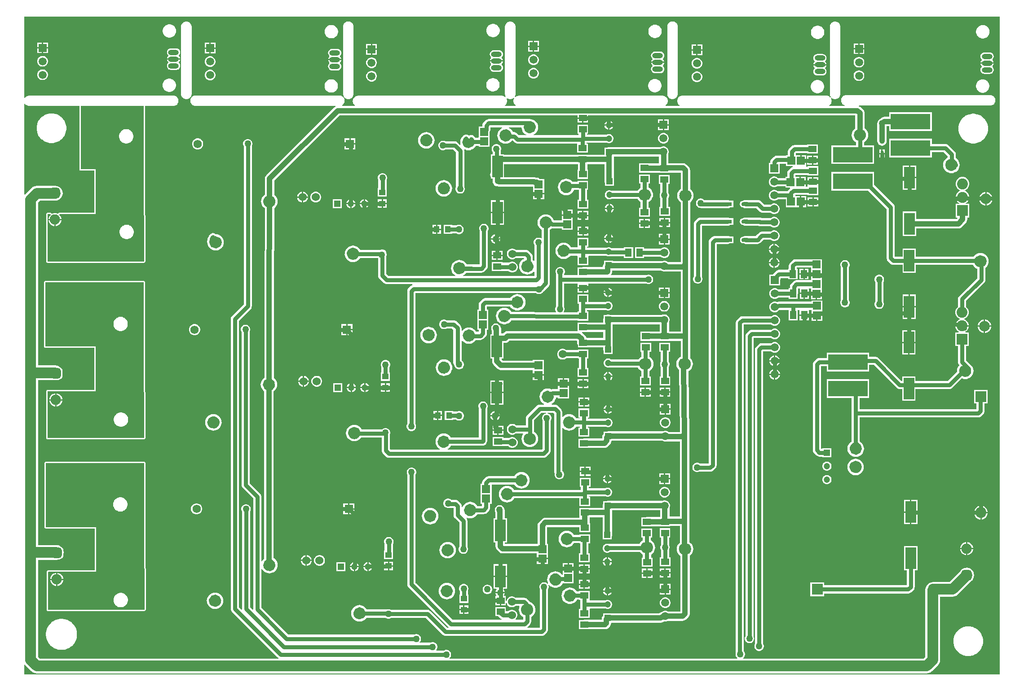
<source format=gbr>
%TF.GenerationSoftware,Altium Limited,Altium Designer,21.6.4 (81)*%
G04 Layer_Physical_Order=2*
G04 Layer_Color=16711680*
%FSLAX43Y43*%
%MOMM*%
%TF.SameCoordinates,EC4FC630-8089-4DC4-91AF-8D111CED9019*%
%TF.FilePolarity,Positive*%
%TF.FileFunction,Copper,L2,Bot,Signal*%
%TF.Part,Single*%
G01*
G75*
%TA.AperFunction,Conductor*%
%ADD10C,0.762*%
%ADD11C,0.762*%
%TA.AperFunction,SMDPad,CuDef*%
G04:AMPARAMS|DCode=15|XSize=1.607mm|YSize=0.762mm|CornerRadius=0.381mm|HoleSize=0mm|Usage=FLASHONLY|Rotation=0.000|XOffset=0mm|YOffset=0mm|HoleType=Round|Shape=RoundedRectangle|*
%AMROUNDEDRECTD15*
21,1,1.607,0.000,0,0,0.0*
21,1,0.845,0.762,0,0,0.0*
1,1,0.762,0.422,0.000*
1,1,0.762,-0.422,0.000*
1,1,0.762,-0.422,0.000*
1,1,0.762,0.422,0.000*
%
%ADD15ROUNDEDRECTD15*%
%ADD16R,1.607X0.762*%
%ADD17R,1.207X1.508*%
%ADD18R,1.505X1.556*%
%ADD19R,1.508X1.207*%
%ADD20R,1.556X1.505*%
%TA.AperFunction,Conductor*%
%ADD31C,1.000*%
%ADD35C,2.000*%
%ADD37C,0.254*%
%TA.AperFunction,ComponentPad*%
%ADD39C,1.524*%
G04:AMPARAMS|DCode=40|XSize=1.95mm|YSize=1.95mm|CornerRadius=0.488mm|HoleSize=0mm|Usage=FLASHONLY|Rotation=270.000|XOffset=0mm|YOffset=0mm|HoleType=Round|Shape=RoundedRectangle|*
%AMROUNDEDRECTD40*
21,1,1.950,0.975,0,0,270.0*
21,1,0.975,1.950,0,0,270.0*
1,1,0.975,-0.488,-0.488*
1,1,0.975,-0.488,0.488*
1,1,0.975,0.488,0.488*
1,1,0.975,0.488,-0.488*
%
%ADD40ROUNDEDRECTD40*%
%ADD41C,1.950*%
%ADD42R,1.200X1.200*%
%ADD43C,1.200*%
%ADD44R,1.200X1.200*%
%ADD45R,1.500X1.500*%
%ADD46C,1.500*%
%ADD47R,2.050X2.050*%
%ADD48C,2.050*%
%TA.AperFunction,ViaPad*%
%ADD49C,2.000*%
%TA.AperFunction,ComponentPad*%
%ADD50C,1.575*%
%ADD51R,1.575X1.575*%
%ADD52R,2.057X2.057*%
%ADD53C,2.057*%
%ADD54O,2.000X1.000*%
%ADD55O,2.000X1.000*%
%ADD56R,2.057X2.057*%
%TA.AperFunction,ViaPad*%
%ADD57C,1.524*%
%ADD58C,1.270*%
%TA.AperFunction,SMDPad,CuDef*%
%ADD59R,2.000X4.100*%
%ADD60R,7.500X3.000*%
%ADD61R,0.500X1.000*%
%ADD62R,1.200X1.100*%
%ADD63R,1.100X1.200*%
G36*
X153841Y161647D02*
X153783Y161548D01*
X153772Y161516D01*
X153757Y161485D01*
X153707Y161301D01*
X153705Y161268D01*
X153698Y161234D01*
X153698Y161044D01*
X153705Y161010D01*
X153707Y160977D01*
X153756Y160792D01*
X153771Y160762D01*
X153782Y160730D01*
X153877Y160565D01*
X153899Y160539D01*
X153918Y160511D01*
X154053Y160376D01*
X154081Y160357D01*
X154106Y160335D01*
X154125Y160324D01*
X154091Y160197D01*
X152101D01*
X152067Y160324D01*
X152085Y160335D01*
X152110Y160357D01*
X152138Y160376D01*
X152273Y160510D01*
X152292Y160539D01*
X152314Y160564D01*
X152409Y160729D01*
X152420Y160761D01*
X152435Y160791D01*
X152484Y160975D01*
X152487Y161009D01*
X152493Y161042D01*
Y161233D01*
X152487Y161266D01*
X152484Y161300D01*
X152435Y161484D01*
X152420Y161514D01*
X152409Y161546D01*
X152390Y161579D01*
X152479Y161673D01*
X152504Y161650D01*
X152669Y161555D01*
X152701Y161544D01*
X152732Y161529D01*
X152916Y161480D01*
X152950Y161478D01*
X152983Y161471D01*
X153173D01*
X153206Y161478D01*
X153240Y161480D01*
X153424Y161529D01*
X153455Y161544D01*
X153487Y161555D01*
X153652Y161650D01*
X153677Y161673D01*
X153705Y161691D01*
X153739Y161725D01*
X153841Y161647D01*
D02*
G37*
G36*
X245389Y52908D02*
X61493D01*
Y54737D01*
X61614Y54777D01*
X61677Y54695D01*
X62848Y53523D01*
X63137Y53302D01*
X63473Y53163D01*
X63833Y53115D01*
X231569D01*
X231929Y53163D01*
X232265Y53302D01*
X232554Y53523D01*
X233725Y54695D01*
X233947Y54984D01*
X234086Y55319D01*
X234133Y55680D01*
Y67593D01*
X236449D01*
X236809Y67641D01*
X237145Y67780D01*
X237434Y68001D01*
X239950Y70518D01*
X239985Y70533D01*
X240140Y70651D01*
X240259Y70806D01*
X240313Y70938D01*
X240347Y70982D01*
X240486Y71318D01*
X240534Y71679D01*
X240486Y72039D01*
X240347Y72375D01*
X240294Y72445D01*
X240259Y72529D01*
X240140Y72684D01*
X239985Y72803D01*
X239897Y72839D01*
X239837Y72885D01*
X239502Y73024D01*
X239141Y73072D01*
X238780Y73024D01*
X238445Y72885D01*
X238426Y72871D01*
X238262Y72803D01*
X238107Y72684D01*
X237988Y72529D01*
X237965Y72473D01*
X235872Y70379D01*
X232842D01*
X232481Y70332D01*
X232145Y70193D01*
X231857Y69971D01*
X231813Y69914D01*
X231755Y69870D01*
X231534Y69581D01*
X231395Y69245D01*
X231347Y68885D01*
Y56257D01*
X230992Y55901D01*
X197017D01*
X196983Y56028D01*
X196989Y56032D01*
X197155Y56198D01*
X197272Y56400D01*
X197333Y56627D01*
Y56861D01*
X197272Y57087D01*
X197155Y57289D01*
X197136Y57308D01*
Y118967D01*
X202290D01*
X202325Y118932D01*
X202554Y118800D01*
X202809Y118732D01*
X203073D01*
X203329Y118800D01*
X203558Y118932D01*
X203745Y119119D01*
X203877Y119348D01*
X203945Y119603D01*
Y119868D01*
X203877Y120123D01*
X203745Y120352D01*
X203558Y120539D01*
X203329Y120671D01*
X203073Y120740D01*
X202809D01*
X202554Y120671D01*
X202325Y120539D01*
X202290Y120504D01*
X196814D01*
X196615Y120478D01*
X196429Y120401D01*
X196270Y120279D01*
X195824Y119833D01*
X195702Y119674D01*
X195625Y119488D01*
X195599Y119289D01*
Y57026D01*
X195555Y56861D01*
Y56627D01*
X195615Y56400D01*
X195732Y56198D01*
X195898Y56032D01*
X195904Y56028D01*
X195870Y55901D01*
X141681D01*
X141628Y56028D01*
X141747Y56147D01*
X141864Y56350D01*
X141924Y56576D01*
Y56810D01*
X141864Y57036D01*
X141747Y57239D01*
X141581Y57404D01*
X141379Y57521D01*
X141153Y57582D01*
X140918D01*
X140692Y57521D01*
X140589Y57461D01*
X139186D01*
X139138Y57579D01*
X139154Y57595D01*
X139271Y57797D01*
X139331Y58024D01*
Y58258D01*
X139271Y58484D01*
X139154Y58686D01*
X138988Y58852D01*
X138786Y58969D01*
X138560Y59030D01*
X138325D01*
X138099Y58969D01*
X137996Y58909D01*
X136053D01*
X136001Y59036D01*
X136083Y59119D01*
X136200Y59321D01*
X136261Y59548D01*
Y59782D01*
X136200Y60008D01*
X136083Y60210D01*
X135918Y60376D01*
X135715Y60493D01*
X135489Y60554D01*
X135255D01*
X135029Y60493D01*
X134925Y60433D01*
X111240D01*
X106153Y65520D01*
Y72845D01*
X106280Y72877D01*
X106378Y72694D01*
X106571Y72459D01*
X106795Y72275D01*
X106807Y72265D01*
X106826Y72255D01*
X106844Y72244D01*
X106859Y72238D01*
X107076Y72122D01*
X107367Y72033D01*
X107671Y72003D01*
X107974Y72033D01*
X108266Y72122D01*
X108535Y72265D01*
X108770Y72459D01*
X108964Y72694D01*
X109107Y72963D01*
X109196Y73255D01*
X109226Y73558D01*
X109196Y73862D01*
X109107Y74153D01*
X108964Y74422D01*
X108770Y74658D01*
X108535Y74851D01*
X108483Y74879D01*
Y106347D01*
X108694Y106520D01*
X108887Y106756D01*
X109031Y107025D01*
X109120Y107316D01*
X109149Y107620D01*
X109120Y107923D01*
X109031Y108215D01*
X108887Y108484D01*
X108694Y108719D01*
X108521Y108861D01*
Y124636D01*
X108589Y140915D01*
X108770Y141064D01*
X108964Y141300D01*
X109107Y141569D01*
X109196Y141860D01*
X109226Y142164D01*
X109196Y142467D01*
X109107Y142759D01*
X108964Y143028D01*
X108770Y143263D01*
X108770Y143263D01*
Y143263D01*
X108597Y143405D01*
Y146101D01*
X120916Y158420D01*
X165743D01*
Y158039D01*
X166751D01*
X167759D01*
Y158420D01*
X218110D01*
Y155984D01*
X217899Y155811D01*
X217706Y155575D01*
X217562Y155306D01*
X217474Y155015D01*
X217444Y154711D01*
X217446Y154691D01*
X217445Y154686D01*
X217450Y154651D01*
X217474Y154408D01*
X217562Y154116D01*
X217706Y153847D01*
X217899Y153612D01*
X218135Y153418D01*
X218259Y153352D01*
Y152757D01*
X213649D01*
Y149249D01*
X221657D01*
Y152757D01*
X219797D01*
Y153383D01*
X219863Y153418D01*
X220098Y153612D01*
X220292Y153847D01*
X220435Y154116D01*
X220524Y154408D01*
X220554Y154711D01*
X220524Y155015D01*
X220435Y155306D01*
X220292Y155575D01*
X220098Y155811D01*
X219887Y155984D01*
Y158862D01*
X219872Y158977D01*
X219857Y159092D01*
X219820Y159181D01*
X219768Y159307D01*
X219627Y159491D01*
X219181Y159937D01*
X218997Y160078D01*
X218811Y160155D01*
X218836Y160282D01*
X243561Y160282D01*
X243656D01*
X243689Y160289D01*
X243723Y160291D01*
X243907Y160340D01*
X243937Y160355D01*
X243969Y160366D01*
X244134Y160462D01*
X244160Y160484D01*
X244188Y160503D01*
X244322Y160637D01*
X244341Y160666D01*
X244364Y160691D01*
X244459Y160856D01*
X244470Y160888D01*
X244485Y160918D01*
X244534Y161102D01*
X244536Y161136D01*
X244543Y161169D01*
Y161360D01*
X244536Y161393D01*
X244534Y161427D01*
X244485Y161611D01*
X244470Y161641D01*
X244459Y161673D01*
X244364Y161838D01*
X244341Y161864D01*
X244322Y161892D01*
X244188Y162026D01*
X244160Y162045D01*
X244134Y162068D01*
X243969Y162163D01*
X243937Y162174D01*
X243907Y162189D01*
X243723Y162238D01*
X243689Y162240D01*
X243656Y162247D01*
X243561D01*
X243561Y162247D01*
X216430Y162247D01*
X216336Y162247D01*
X216302Y162240D01*
X216269Y162238D01*
X216084Y162190D01*
X216054Y162175D01*
X216022Y162164D01*
X215856Y162069D01*
X215831Y162047D01*
X215803Y162028D01*
X215667Y161893D01*
X215649Y161865D01*
X215626Y161840D01*
X215530Y161675D01*
X215520Y161643D01*
X215504Y161612D01*
X215455Y161428D01*
X215453Y161395D01*
X215446Y161361D01*
X215446Y161171D01*
X215452Y161137D01*
X215454Y161104D01*
X215503Y160919D01*
X215518Y160889D01*
X215529Y160857D01*
X215624Y160692D01*
X215647Y160666D01*
X215665Y160638D01*
X215800Y160503D01*
X215828Y160484D01*
X215854Y160462D01*
X216019Y160367D01*
X216051Y160356D01*
X216081Y160341D01*
X216142Y160324D01*
X216125Y160197D01*
X213220D01*
X213186Y160324D01*
X213248Y160360D01*
X213273Y160382D01*
X213301Y160401D01*
X213436Y160536D01*
X213455Y160564D01*
X213477Y160589D01*
X213572Y160754D01*
X213583Y160786D01*
X213598Y160817D01*
X213648Y161001D01*
X213650Y161035D01*
X213656Y161068D01*
Y161258D01*
X213650Y161291D01*
X213648Y161325D01*
X213598Y161509D01*
X213583Y161540D01*
X213572Y161572D01*
X213493Y161709D01*
X213595Y161787D01*
X213690Y161691D01*
X213718Y161673D01*
X213744Y161650D01*
X213909Y161555D01*
X213941Y161544D01*
X213971Y161529D01*
X214155Y161480D01*
X214189Y161478D01*
X214222Y161471D01*
X214413D01*
X214446Y161478D01*
X214480Y161480D01*
X214664Y161529D01*
X214694Y161544D01*
X214726Y161555D01*
X214891Y161650D01*
X214916Y161673D01*
X214945Y161691D01*
X215079Y161826D01*
X215098Y161854D01*
X215120Y161880D01*
X215216Y162045D01*
X215227Y162077D01*
X215241Y162107D01*
X215291Y162291D01*
X215293Y162325D01*
X215300Y162358D01*
Y162453D01*
X215300Y162453D01*
X215300Y162453D01*
X215298Y175157D01*
X215298Y175157D01*
X215299Y175251D01*
X215292Y175284D01*
X215290Y175318D01*
X215241Y175503D01*
X215226Y175533D01*
X215216Y175565D01*
X215121Y175730D01*
X215098Y175756D01*
X215080Y175784D01*
X214945Y175919D01*
X214917Y175938D01*
X214892Y175961D01*
X214727Y176056D01*
X214695Y176067D01*
X214664Y176082D01*
X214480Y176132D01*
X214446Y176134D01*
X214413Y176141D01*
X214223Y176141D01*
X214189Y176135D01*
X214155Y176133D01*
X213971Y176083D01*
X213941Y176068D01*
X213909Y176058D01*
X213743Y175962D01*
X213718Y175940D01*
X213690Y175921D01*
X213555Y175787D01*
X213536Y175758D01*
X213514Y175733D01*
X213418Y175568D01*
X213407Y175536D01*
X213392Y175505D01*
X213343Y175321D01*
X213341Y175288D01*
X213334Y175254D01*
Y175159D01*
X213334Y175159D01*
X213334Y175159D01*
X213335Y162453D01*
Y162358D01*
X213342Y162325D01*
X213344Y162291D01*
X213393Y162107D01*
X213408Y162077D01*
X213419Y162045D01*
X213498Y161907D01*
X213397Y161829D01*
X213301Y161925D01*
X213273Y161944D01*
X213248Y161966D01*
X213083Y162061D01*
X213051Y162072D01*
X213020Y162087D01*
X212836Y162136D01*
X212803Y162139D01*
X212769Y162145D01*
X212674D01*
X212674Y162145D01*
X185544Y162145D01*
X185449Y162145D01*
X185416Y162139D01*
X185382Y162137D01*
X185198Y162088D01*
X185167Y162073D01*
X185135Y162062D01*
X184970Y161967D01*
X184944Y161945D01*
X184916Y161926D01*
X184781Y161792D01*
X184762Y161764D01*
X184740Y161738D01*
X184644Y161573D01*
X184633Y161541D01*
X184618Y161511D01*
X184568Y161327D01*
X184566Y161293D01*
X184559Y161260D01*
X184559Y161069D01*
X184566Y161036D01*
X184568Y161002D01*
X184617Y160818D01*
X184632Y160787D01*
X184643Y160755D01*
X184738Y160590D01*
X184760Y160565D01*
X184779Y160536D01*
X184914Y160402D01*
X184942Y160383D01*
X184967Y160360D01*
X185030Y160324D01*
X184995Y160197D01*
X182403D01*
X182369Y160324D01*
X182387Y160335D01*
X182412Y160357D01*
X182440Y160376D01*
X182575Y160510D01*
X182594Y160539D01*
X182616Y160564D01*
X182711Y160729D01*
X182722Y160761D01*
X182737Y160791D01*
X182787Y160975D01*
X182789Y161009D01*
X182795Y161042D01*
Y161233D01*
X182789Y161266D01*
X182787Y161300D01*
X182737Y161484D01*
X182722Y161514D01*
X182711Y161546D01*
X182616Y161711D01*
X182594Y161737D01*
X182575Y161765D01*
X182440Y161899D01*
X182412Y161918D01*
X182387Y161941D01*
X182222Y162036D01*
X182190Y162047D01*
X182159Y162062D01*
X181975Y162111D01*
X181942Y162113D01*
X181908Y162120D01*
X181813D01*
X181813Y162120D01*
X154683Y162120D01*
X154588Y162120D01*
X154555Y162113D01*
X154521Y162111D01*
X154337Y162063D01*
X154306Y162048D01*
X154274Y162037D01*
X154109Y161942D01*
X154083Y161920D01*
X154055Y161901D01*
X154019Y161865D01*
X153918Y161943D01*
X153976Y162045D01*
X153987Y162077D01*
X154002Y162107D01*
X154051Y162291D01*
X154054Y162325D01*
X154060Y162358D01*
Y162453D01*
X154060Y162453D01*
X154060Y162453D01*
X154059Y175157D01*
X154059Y175157D01*
X154059Y175251D01*
X154053Y175284D01*
X154051Y175318D01*
X154002Y175503D01*
X153987Y175533D01*
X153976Y175565D01*
X153881Y175730D01*
X153859Y175756D01*
X153840Y175784D01*
X153706Y175919D01*
X153678Y175938D01*
X153652Y175961D01*
X153487Y176056D01*
X153455Y176067D01*
X153425Y176082D01*
X153241Y176132D01*
X153207Y176134D01*
X153174Y176141D01*
X152983Y176141D01*
X152950Y176135D01*
X152916Y176133D01*
X152732Y176083D01*
X152701Y176068D01*
X152669Y176058D01*
X152504Y175962D01*
X152479Y175940D01*
X152450Y175921D01*
X152315Y175787D01*
X152297Y175758D01*
X152274Y175733D01*
X152179Y175568D01*
X152168Y175536D01*
X152153Y175505D01*
X152104Y175321D01*
X152101Y175288D01*
X152095Y175254D01*
Y175159D01*
X152095Y175159D01*
X152095Y175159D01*
X152096Y162453D01*
Y162358D01*
X152102Y162325D01*
X152105Y162291D01*
X152154Y162107D01*
X152169Y162077D01*
X152180Y162045D01*
X152199Y162012D01*
X152110Y161918D01*
X152085Y161941D01*
X151920Y162036D01*
X151888Y162047D01*
X151857Y162062D01*
X151673Y162111D01*
X151639Y162113D01*
X151606Y162120D01*
X151511D01*
X151511Y162120D01*
X124381Y162120D01*
X124286Y162120D01*
X124253Y162113D01*
X124219Y162111D01*
X124035Y162063D01*
X124004Y162048D01*
X123972Y162037D01*
X123807Y161942D01*
X123781Y161920D01*
X123753Y161901D01*
X123618Y161766D01*
X123599Y161738D01*
X123577Y161713D01*
X123481Y161548D01*
X123470Y161516D01*
X123455Y161485D01*
X123405Y161301D01*
X123403Y161268D01*
X123396Y161234D01*
X123396Y161044D01*
X123402Y161010D01*
X123405Y160977D01*
X123454Y160792D01*
X123469Y160762D01*
X123480Y160730D01*
X123575Y160565D01*
X123597Y160539D01*
X123616Y160511D01*
X123751Y160376D01*
X123779Y160357D01*
X123804Y160335D01*
X123822Y160324D01*
X123788Y160197D01*
X121384D01*
X121370Y160217D01*
X121406Y160384D01*
X121452Y160411D01*
X121478Y160433D01*
X121506Y160452D01*
X121640Y160587D01*
X121659Y160615D01*
X121682Y160640D01*
X121777Y160805D01*
X121788Y160837D01*
X121803Y160868D01*
X121852Y161052D01*
X121854Y161085D01*
X121861Y161119D01*
Y161309D01*
X121854Y161342D01*
X121852Y161376D01*
X121803Y161560D01*
X121788Y161590D01*
X121777Y161622D01*
X121711Y161736D01*
X121686Y161780D01*
X121790Y161851D01*
X121824Y161818D01*
X121925Y161717D01*
X121953Y161698D01*
X121979Y161676D01*
X122144Y161580D01*
X122176Y161569D01*
X122206Y161554D01*
X122390Y161505D01*
X122424Y161503D01*
X122457Y161496D01*
X122648D01*
X122681Y161503D01*
X122715Y161505D01*
X122898Y161554D01*
X122929Y161569D01*
X122961Y161580D01*
X123126Y161676D01*
X123151Y161698D01*
X123179Y161717D01*
X123314Y161851D01*
X123333Y161880D01*
X123355Y161905D01*
X123450Y162070D01*
X123461Y162102D01*
X123476Y162132D01*
X123526Y162316D01*
X123528Y162350D01*
X123534Y162383D01*
Y162479D01*
X123534Y162479D01*
X123534Y162479D01*
X123533Y175182D01*
X123533Y175182D01*
X123534Y175277D01*
X123527Y175310D01*
X123525Y175344D01*
X123476Y175528D01*
X123461Y175558D01*
X123450Y175591D01*
X123356Y175756D01*
X123333Y175781D01*
X123315Y175810D01*
X123180Y175945D01*
X123152Y175964D01*
X123126Y175986D01*
X122962Y176082D01*
X122930Y176093D01*
X122899Y176108D01*
X122715Y176157D01*
X122681Y176160D01*
X122648Y176166D01*
X122457Y176167D01*
X122424Y176160D01*
X122390Y176158D01*
X122206Y176109D01*
X122176Y176094D01*
X122144Y176083D01*
X121978Y175988D01*
X121953Y175966D01*
X121925Y175947D01*
X121790Y175812D01*
X121771Y175784D01*
X121749Y175758D01*
X121653Y175593D01*
X121642Y175561D01*
X121627Y175531D01*
X121578Y175347D01*
X121576Y175313D01*
X121569Y175280D01*
Y175184D01*
X121569Y175184D01*
X121569Y175184D01*
X121570Y162479D01*
Y162383D01*
X121577Y162350D01*
X121579Y162316D01*
X121628Y162132D01*
X121643Y162102D01*
X121654Y162070D01*
X121720Y161957D01*
X121745Y161912D01*
X121640Y161841D01*
X121607Y161874D01*
X121506Y161976D01*
X121478Y161994D01*
X121452Y162017D01*
X121287Y162112D01*
X121255Y162123D01*
X121225Y162138D01*
X121041Y162187D01*
X121007Y162189D01*
X120974Y162196D01*
X120879D01*
X120879Y162196D01*
X93748Y162196D01*
X93654Y162196D01*
X93620Y162190D01*
X93587Y162188D01*
X93402Y162139D01*
X93372Y162124D01*
X93340Y162113D01*
X93174Y162018D01*
X93149Y161996D01*
X93121Y161977D01*
X92985Y161843D01*
X92967Y161814D01*
X92944Y161789D01*
X92848Y161624D01*
X92838Y161592D01*
X92822Y161562D01*
X92773Y161378D01*
X92771Y161344D01*
X92764Y161311D01*
X92764Y161120D01*
X92770Y161087D01*
X92772Y161053D01*
X92821Y160869D01*
X92836Y160838D01*
X92847Y160806D01*
X92942Y160641D01*
X92965Y160615D01*
X92983Y160587D01*
X93118Y160452D01*
X93146Y160433D01*
X93172Y160411D01*
X93337Y160316D01*
X93369Y160305D01*
X93399Y160290D01*
X93583Y160240D01*
X93617Y160238D01*
X93651Y160232D01*
X93746Y160232D01*
X120142Y160232D01*
X120167Y160105D01*
X120104Y160078D01*
X119920Y159937D01*
X107080Y147097D01*
X106939Y146913D01*
X106850Y146699D01*
X106835Y146584D01*
X106820Y146469D01*
Y143464D01*
X106807Y143457D01*
X106571Y143263D01*
X106378Y143028D01*
X106234Y142759D01*
X106201Y142654D01*
X106183Y142611D01*
X106179Y142578D01*
X106168Y142540D01*
X106145Y142467D01*
X106123Y142240D01*
X106116Y142164D01*
X106120Y142114D01*
X106120D01*
X106133Y141990D01*
X106145Y141860D01*
X106234Y141569D01*
X106378Y141300D01*
X106571Y141064D01*
X106807Y140871D01*
X106811Y140868D01*
X106744Y124642D01*
X106744Y124640D01*
X106744Y124638D01*
Y108920D01*
X106730Y108913D01*
X106495Y108719D01*
X106301Y108484D01*
X106158Y108215D01*
X106069Y107923D01*
X106039Y107620D01*
X106069Y107316D01*
X106158Y107025D01*
X106301Y106756D01*
X106495Y106520D01*
X106706Y106347D01*
Y74769D01*
X106571Y74658D01*
X106378Y74422D01*
X106280Y74240D01*
X106153Y74272D01*
Y86487D01*
X106153Y86487D01*
X106140Y86586D01*
X106127Y86686D01*
X106050Y86871D01*
X105928Y87030D01*
X103943Y89015D01*
Y117587D01*
X104003Y117691D01*
X104064Y117917D01*
Y118151D01*
X104003Y118377D01*
X103886Y118580D01*
X103721Y118745D01*
X103518Y118862D01*
X103292Y118923D01*
X103058D01*
X102832Y118862D01*
X102629Y118745D01*
X102463Y118580D01*
X102346Y118377D01*
X102286Y118151D01*
Y117917D01*
X102346Y117691D01*
X102406Y117587D01*
Y88697D01*
X102432Y88498D01*
X102509Y88313D01*
X102631Y88153D01*
X104616Y86169D01*
Y65230D01*
X104506Y65161D01*
X104045Y65622D01*
Y83703D01*
X104105Y83807D01*
X104165Y84033D01*
Y84267D01*
X104105Y84493D01*
X103988Y84696D01*
X103822Y84862D01*
X103620Y84979D01*
X103393Y85039D01*
X103159D01*
X102933Y84979D01*
X102731Y84862D01*
X102565Y84696D01*
X102448Y84493D01*
X102387Y84267D01*
Y84033D01*
X102448Y83807D01*
X102508Y83703D01*
Y65303D01*
X102519Y65219D01*
X102399Y65160D01*
X101937Y65622D01*
Y119671D01*
X104150Y121885D01*
X104272Y122044D01*
X104349Y122229D01*
X104375Y122428D01*
Y152614D01*
X104435Y152717D01*
X104496Y152943D01*
Y153177D01*
X104435Y153404D01*
X104318Y153606D01*
X104152Y153772D01*
X103950Y153889D01*
X103724Y153949D01*
X103490D01*
X103263Y153889D01*
X103061Y153772D01*
X102895Y153606D01*
X102778Y153404D01*
X102718Y153177D01*
Y152943D01*
X102778Y152717D01*
X102838Y152614D01*
Y122746D01*
X100625Y120533D01*
X100503Y120374D01*
X100426Y120189D01*
X100400Y119990D01*
Y65303D01*
X100426Y65104D01*
X100503Y64919D01*
X100625Y64760D01*
X109235Y56149D01*
X109393Y56028D01*
X109394Y56024D01*
X109367Y55901D01*
X64410D01*
X64055Y56257D01*
Y74553D01*
X67516D01*
X67877Y74601D01*
X67985Y74645D01*
X68069D01*
X68262Y74671D01*
X68443Y74746D01*
X68598Y74864D01*
X68717Y75019D01*
X68791Y75200D01*
X68817Y75393D01*
Y75477D01*
X68862Y75585D01*
X68909Y75946D01*
X68862Y76307D01*
X68808Y76437D01*
X68791Y76562D01*
X68717Y76742D01*
X68598Y76897D01*
X68443Y77016D01*
X68329Y77063D01*
X68213Y77152D01*
X67877Y77291D01*
X67516Y77339D01*
X64055D01*
Y108462D01*
X67306D01*
X67667Y108510D01*
X67678Y108514D01*
X67899D01*
X68093Y108540D01*
X68273Y108614D01*
X68428Y108733D01*
X68547Y108888D01*
X68622Y109069D01*
X68647Y109262D01*
Y109483D01*
X68652Y109494D01*
X68699Y109855D01*
X68652Y110216D01*
X68647Y110227D01*
Y110237D01*
X68622Y110431D01*
X68547Y110611D01*
X68428Y110766D01*
X68273Y110885D01*
X68185Y110921D01*
X68003Y111061D01*
X67667Y111200D01*
X67306Y111248D01*
X64055D01*
Y141976D01*
X64410Y142331D01*
X67327D01*
X67688Y142379D01*
X68024Y142518D01*
X68312Y142739D01*
X68534Y143028D01*
X68673Y143364D01*
X68720Y143724D01*
X68673Y144085D01*
X68534Y144421D01*
X68312Y144709D01*
X68309Y144711D01*
X68268Y144766D01*
X68113Y144885D01*
X68049Y144911D01*
X68024Y144931D01*
X67688Y145070D01*
X67327Y145117D01*
X63833D01*
X63473Y145070D01*
X63137Y144931D01*
X62848Y144709D01*
X61677Y143538D01*
X61614Y143455D01*
X61493Y143496D01*
Y160585D01*
X61620Y160619D01*
X61630Y160603D01*
X61652Y160578D01*
X61671Y160550D01*
X61806Y160415D01*
X61834Y160396D01*
X61859Y160373D01*
X62024Y160278D01*
X62056Y160267D01*
X62087Y160252D01*
X62271Y160203D01*
X62305Y160201D01*
X62338Y160194D01*
X62433Y160194D01*
X71902Y160194D01*
Y148234D01*
X71922Y148135D01*
X71978Y148051D01*
X72062Y147995D01*
X72161Y147975D01*
X74696D01*
Y140061D01*
X68117D01*
X68018Y140041D01*
X67934Y139985D01*
X67878Y139901D01*
X67776Y139866D01*
X67726Y139895D01*
X67413Y139979D01*
X67089D01*
X66777Y139895D01*
X66727Y139866D01*
X66625Y139901D01*
X66569Y139985D01*
X66485Y140041D01*
X66386Y140061D01*
X65913D01*
X65814Y140041D01*
X65730Y139985D01*
X65704Y139959D01*
X65648Y139875D01*
X65629Y139776D01*
Y130861D01*
X65648Y130762D01*
X65704Y130678D01*
X65788Y130622D01*
X65888Y130602D01*
X83972D01*
X83972Y130602D01*
X83973Y130602D01*
X84022Y130612D01*
X84071Y130622D01*
X84071Y130622D01*
X84072Y130622D01*
X84113Y130649D01*
X84155Y130678D01*
X84155Y130678D01*
X84156Y130678D01*
X84245Y130768D01*
X84245Y130768D01*
X84246Y130768D01*
X84273Y130810D01*
X84301Y130852D01*
X84301Y130852D01*
X84301Y130853D01*
X84311Y130901D01*
X84321Y130951D01*
X84321Y130951D01*
X84321Y130952D01*
X84257Y148311D01*
Y160194D01*
X89566Y160194D01*
X89661D01*
X89694Y160201D01*
X89728Y160203D01*
X89912Y160252D01*
X89943Y160267D01*
X89975Y160278D01*
X90140Y160373D01*
X90165Y160395D01*
X90193Y160414D01*
X90328Y160549D01*
X90347Y160577D01*
X90369Y160603D01*
X90464Y160767D01*
X90475Y160800D01*
X90490Y160830D01*
X90539Y161014D01*
X90542Y161048D01*
X90548Y161081D01*
Y161271D01*
X90542Y161305D01*
X90539Y161338D01*
X90490Y161522D01*
X90475Y161553D01*
X90464Y161585D01*
X90369Y161750D01*
X90347Y161775D01*
X90328Y161803D01*
X90193Y161938D01*
X90165Y161957D01*
X90140Y161979D01*
X89975Y162074D01*
X89942Y162085D01*
X89912Y162100D01*
X89728Y162149D01*
X89694Y162152D01*
X89661Y162158D01*
X89566D01*
X89566Y162158D01*
X62435Y162158D01*
X62341Y162159D01*
X62308Y162152D01*
X62274Y162150D01*
X62090Y162101D01*
X62059Y162086D01*
X62027Y162075D01*
X61862Y161981D01*
X61836Y161958D01*
X61808Y161939D01*
X61673Y161805D01*
X61654Y161777D01*
X61631Y161751D01*
X61620Y161732D01*
X61493Y161766D01*
Y177063D01*
X245389D01*
Y52908D01*
D02*
G37*
G36*
X83998Y160194D02*
Y148311D01*
X84062Y130951D01*
X83972Y130861D01*
X65888D01*
Y139776D01*
X65913Y139802D01*
X66386D01*
X66438Y139675D01*
X66268Y139504D01*
X66106Y139224D01*
X66022Y138911D01*
Y138877D01*
X67251D01*
X68480D01*
Y138911D01*
X68396Y139224D01*
X68235Y139504D01*
X68064Y139675D01*
X68117Y139802D01*
X74955D01*
Y148234D01*
X72161D01*
Y160194D01*
X83998Y160194D01*
D02*
G37*
%LPC*%
G36*
X149939Y175692D02*
X149742D01*
X149717Y175687D01*
X149691D01*
X149498Y175649D01*
X149475Y175639D01*
X149449Y175634D01*
X149268Y175559D01*
X149246Y175545D01*
X149223Y175535D01*
X149059Y175425D01*
X149041Y175407D01*
X149020Y175393D01*
X148880Y175254D01*
X148866Y175233D01*
X148848Y175215D01*
X148739Y175051D01*
X148729Y175027D01*
X148715Y175006D01*
X148639Y174824D01*
X148634Y174799D01*
X148625Y174776D01*
X148586Y174582D01*
Y174557D01*
X148581Y174532D01*
Y174335D01*
X148586Y174310D01*
Y174284D01*
X148625Y174091D01*
X148634Y174068D01*
X148639Y174043D01*
X148715Y173861D01*
X148729Y173839D01*
X148739Y173816D01*
X148848Y173652D01*
X148866Y173634D01*
X148880Y173613D01*
X149020Y173474D01*
X149041Y173459D01*
X149059Y173441D01*
X149223Y173332D01*
X149246Y173322D01*
X149268Y173308D01*
X149449Y173233D01*
X149475Y173228D01*
X149498Y173218D01*
X149691Y173179D01*
X149717D01*
X149742Y173174D01*
X149939D01*
X149964Y173179D01*
X149989D01*
X150182Y173218D01*
X150206Y173228D01*
X150231Y173233D01*
X150413Y173308D01*
X150434Y173322D01*
X150458Y173332D01*
X150622Y173441D01*
X150640Y173459D01*
X150661Y173474D01*
X150800Y173613D01*
X150814Y173634D01*
X150832Y173652D01*
X150942Y173816D01*
X150952Y173839D01*
X150966Y173861D01*
X151041Y174043D01*
X151046Y174068D01*
X151056Y174091D01*
X151094Y174284D01*
Y174310D01*
X151099Y174335D01*
Y174532D01*
X151094Y174557D01*
Y174582D01*
X151056Y174776D01*
X151046Y174799D01*
X151041Y174824D01*
X150966Y175006D01*
X150952Y175027D01*
X150942Y175051D01*
X150832Y175215D01*
X150814Y175233D01*
X150800Y175254D01*
X150661Y175393D01*
X150640Y175407D01*
X150622Y175425D01*
X150458Y175535D01*
X150434Y175545D01*
X150413Y175559D01*
X150231Y175634D01*
X150206Y175639D01*
X150182Y175649D01*
X149989Y175687D01*
X149964D01*
X149939Y175692D01*
D02*
G37*
G36*
X88928Y175616D02*
X88731D01*
X88706Y175611D01*
X88680D01*
X88487Y175573D01*
X88464Y175563D01*
X88439Y175558D01*
X88257Y175483D01*
X88235Y175468D01*
X88212Y175459D01*
X88048Y175349D01*
X88030Y175331D01*
X88009Y175317D01*
X87870Y175178D01*
X87855Y175157D01*
X87837Y175139D01*
X87728Y174975D01*
X87718Y174951D01*
X87704Y174930D01*
X87629Y174748D01*
X87624Y174723D01*
X87614Y174699D01*
X87575Y174506D01*
Y174481D01*
X87571Y174456D01*
Y174259D01*
X87575Y174234D01*
Y174208D01*
X87614Y174015D01*
X87624Y173991D01*
X87629Y173966D01*
X87704Y173784D01*
X87718Y173763D01*
X87728Y173740D01*
X87837Y173576D01*
X87855Y173558D01*
X87870Y173537D01*
X88009Y173397D01*
X88030Y173383D01*
X88048Y173365D01*
X88212Y173256D01*
X88235Y173246D01*
X88257Y173232D01*
X88439Y173156D01*
X88464Y173151D01*
X88487Y173142D01*
X88680Y173103D01*
X88706D01*
X88731Y173098D01*
X88928D01*
X88953Y173103D01*
X88979D01*
X89172Y173142D01*
X89195Y173151D01*
X89220Y173156D01*
X89402Y173232D01*
X89423Y173246D01*
X89447Y173256D01*
X89611Y173365D01*
X89629Y173383D01*
X89650Y173397D01*
X89789Y173537D01*
X89804Y173558D01*
X89822Y173576D01*
X89931Y173740D01*
X89941Y173763D01*
X89955Y173784D01*
X90030Y173966D01*
X90035Y173991D01*
X90045Y174015D01*
X90083Y174208D01*
Y174234D01*
X90088Y174259D01*
Y174456D01*
X90083Y174481D01*
Y174506D01*
X90045Y174699D01*
X90035Y174723D01*
X90030Y174748D01*
X89955Y174930D01*
X89941Y174951D01*
X89931Y174975D01*
X89822Y175139D01*
X89804Y175157D01*
X89789Y175178D01*
X89650Y175317D01*
X89629Y175331D01*
X89611Y175349D01*
X89447Y175459D01*
X89423Y175468D01*
X89402Y175483D01*
X89220Y175558D01*
X89195Y175563D01*
X89172Y175573D01*
X88979Y175611D01*
X88953D01*
X88928Y175616D01*
D02*
G37*
G36*
X180470Y175540D02*
X180273D01*
X180248Y175535D01*
X180222D01*
X180029Y175497D01*
X180005Y175487D01*
X179980Y175482D01*
X179798Y175406D01*
X179777Y175392D01*
X179754Y175383D01*
X179590Y175273D01*
X179572Y175255D01*
X179551Y175241D01*
X179411Y175102D01*
X179397Y175080D01*
X179379Y175062D01*
X179270Y174899D01*
X179260Y174875D01*
X179246Y174854D01*
X179170Y174672D01*
X179165Y174647D01*
X179156Y174623D01*
X179117Y174430D01*
Y174404D01*
X179112Y174379D01*
Y174182D01*
X179117Y174157D01*
Y174132D01*
X179156Y173939D01*
X179165Y173915D01*
X179170Y173890D01*
X179246Y173708D01*
X179260Y173687D01*
X179270Y173663D01*
X179379Y173500D01*
X179397Y173482D01*
X179411Y173460D01*
X179551Y173321D01*
X179572Y173307D01*
X179590Y173289D01*
X179754Y173179D01*
X179777Y173170D01*
X179798Y173156D01*
X179980Y173080D01*
X180005Y173075D01*
X180029Y173065D01*
X180222Y173027D01*
X180248D01*
X180273Y173022D01*
X180470D01*
X180495Y173027D01*
X180520D01*
X180713Y173065D01*
X180737Y173075D01*
X180762Y173080D01*
X180944Y173156D01*
X180965Y173170D01*
X180989Y173179D01*
X181152Y173289D01*
X181170Y173307D01*
X181192Y173321D01*
X181331Y173460D01*
X181345Y173482D01*
X181363Y173500D01*
X181473Y173663D01*
X181482Y173687D01*
X181497Y173708D01*
X181572Y173890D01*
X181577Y173915D01*
X181587Y173939D01*
X181625Y174132D01*
Y174157D01*
X181630Y174182D01*
Y174379D01*
X181625Y174404D01*
Y174430D01*
X181587Y174623D01*
X181577Y174647D01*
X181572Y174672D01*
X181497Y174854D01*
X181482Y174875D01*
X181473Y174899D01*
X181363Y175062D01*
X181345Y175080D01*
X181331Y175102D01*
X181192Y175241D01*
X181170Y175255D01*
X181152Y175273D01*
X180989Y175383D01*
X180965Y175392D01*
X180944Y175406D01*
X180762Y175482D01*
X180737Y175487D01*
X180713Y175497D01*
X180520Y175535D01*
X180495D01*
X180470Y175540D01*
D02*
G37*
G36*
X119459Y175489D02*
X119262D01*
X119237Y175484D01*
X119211D01*
X119018Y175446D01*
X118995Y175436D01*
X118969Y175431D01*
X118787Y175356D01*
X118766Y175341D01*
X118743Y175332D01*
X118579Y175222D01*
X118561Y175204D01*
X118540Y175190D01*
X118400Y175051D01*
X118386Y175030D01*
X118368Y175012D01*
X118259Y174848D01*
X118249Y174824D01*
X118235Y174803D01*
X118159Y174621D01*
X118154Y174596D01*
X118145Y174572D01*
X118106Y174379D01*
Y174354D01*
X118101Y174329D01*
Y174132D01*
X118106Y174107D01*
Y174081D01*
X118145Y173888D01*
X118154Y173864D01*
X118159Y173839D01*
X118235Y173657D01*
X118249Y173636D01*
X118259Y173613D01*
X118368Y173449D01*
X118386Y173431D01*
X118400Y173410D01*
X118540Y173270D01*
X118561Y173256D01*
X118579Y173238D01*
X118743Y173129D01*
X118766Y173119D01*
X118787Y173105D01*
X118969Y173029D01*
X118995Y173024D01*
X119018Y173015D01*
X119211Y172976D01*
X119237D01*
X119262Y172971D01*
X119459D01*
X119484Y172976D01*
X119509D01*
X119702Y173015D01*
X119726Y173024D01*
X119751Y173029D01*
X119933Y173105D01*
X119954Y173119D01*
X119978Y173129D01*
X120142Y173238D01*
X120160Y173256D01*
X120181Y173270D01*
X120320Y173410D01*
X120334Y173431D01*
X120352Y173449D01*
X120462Y173613D01*
X120472Y173636D01*
X120486Y173657D01*
X120561Y173839D01*
X120566Y173864D01*
X120576Y173888D01*
X120614Y174081D01*
Y174107D01*
X120619Y174132D01*
Y174329D01*
X120614Y174354D01*
Y174379D01*
X120576Y174572D01*
X120566Y174596D01*
X120561Y174621D01*
X120486Y174803D01*
X120472Y174824D01*
X120462Y174848D01*
X120352Y175012D01*
X120334Y175030D01*
X120320Y175051D01*
X120181Y175190D01*
X120160Y175204D01*
X120142Y175222D01*
X119978Y175332D01*
X119954Y175341D01*
X119933Y175356D01*
X119751Y175431D01*
X119726Y175436D01*
X119702Y175446D01*
X119509Y175484D01*
X119484D01*
X119459Y175489D01*
D02*
G37*
G36*
X242268Y175464D02*
X242071D01*
X242046Y175459D01*
X242020D01*
X241827Y175420D01*
X241804Y175411D01*
X241778Y175406D01*
X241596Y175330D01*
X241575Y175316D01*
X241552Y175306D01*
X241388Y175197D01*
X241370Y175179D01*
X241349Y175165D01*
X241209Y175025D01*
X241195Y175004D01*
X241177Y174986D01*
X241068Y174822D01*
X241058Y174799D01*
X241044Y174778D01*
X240968Y174596D01*
X240963Y174571D01*
X240954Y174547D01*
X240915Y174354D01*
Y174328D01*
X240910Y174303D01*
Y174106D01*
X240915Y174081D01*
Y174056D01*
X240954Y173863D01*
X240963Y173839D01*
X240968Y173814D01*
X241044Y173632D01*
X241058Y173611D01*
X241068Y173587D01*
X241177Y173423D01*
X241195Y173405D01*
X241209Y173384D01*
X241349Y173245D01*
X241370Y173231D01*
X241388Y173213D01*
X241552Y173103D01*
X241575Y173094D01*
X241596Y173079D01*
X241778Y173004D01*
X241804Y172999D01*
X241827Y172989D01*
X242020Y172951D01*
X242046D01*
X242071Y172946D01*
X242268D01*
X242293Y172951D01*
X242318D01*
X242512Y172989D01*
X242535Y172999D01*
X242560Y173004D01*
X242742Y173079D01*
X242763Y173094D01*
X242787Y173103D01*
X242951Y173213D01*
X242969Y173231D01*
X242990Y173245D01*
X243129Y173384D01*
X243143Y173405D01*
X243161Y173423D01*
X243271Y173587D01*
X243281Y173611D01*
X243295Y173632D01*
X243370Y173814D01*
X243375Y173839D01*
X243385Y173863D01*
X243423Y174056D01*
Y174081D01*
X243428Y174106D01*
Y174303D01*
X243423Y174328D01*
Y174354D01*
X243385Y174547D01*
X243375Y174571D01*
X243370Y174596D01*
X243295Y174778D01*
X243281Y174799D01*
X243271Y174822D01*
X243161Y174986D01*
X243143Y175004D01*
X243129Y175025D01*
X242990Y175165D01*
X242969Y175179D01*
X242951Y175197D01*
X242787Y175306D01*
X242763Y175316D01*
X242742Y175330D01*
X242560Y175406D01*
X242535Y175411D01*
X242512Y175420D01*
X242318Y175459D01*
X242293D01*
X242268Y175464D01*
D02*
G37*
G36*
X211127Y175362D02*
X210930D01*
X210905Y175357D01*
X210880D01*
X210687Y175319D01*
X210663Y175309D01*
X210638Y175304D01*
X210456Y175229D01*
X210435Y175214D01*
X210411Y175205D01*
X210248Y175095D01*
X210230Y175077D01*
X210208Y175063D01*
X210069Y174924D01*
X210055Y174903D01*
X210037Y174885D01*
X209927Y174721D01*
X209918Y174697D01*
X209903Y174676D01*
X209828Y174494D01*
X209823Y174469D01*
X209813Y174445D01*
X209775Y174252D01*
Y174227D01*
X209770Y174202D01*
Y174005D01*
X209775Y173980D01*
Y173954D01*
X209813Y173761D01*
X209823Y173737D01*
X209828Y173712D01*
X209903Y173530D01*
X209918Y173509D01*
X209927Y173486D01*
X210037Y173322D01*
X210055Y173304D01*
X210069Y173283D01*
X210208Y173143D01*
X210230Y173129D01*
X210248Y173111D01*
X210411Y173002D01*
X210435Y172992D01*
X210456Y172978D01*
X210638Y172902D01*
X210663Y172897D01*
X210687Y172888D01*
X210880Y172849D01*
X210905D01*
X210930Y172844D01*
X211127D01*
X211152Y172849D01*
X211178D01*
X211371Y172888D01*
X211395Y172897D01*
X211420Y172902D01*
X211602Y172978D01*
X211623Y172992D01*
X211646Y173002D01*
X211810Y173111D01*
X211828Y173129D01*
X211849Y173143D01*
X211989Y173283D01*
X212003Y173304D01*
X212021Y173322D01*
X212130Y173486D01*
X212140Y173509D01*
X212154Y173530D01*
X212230Y173712D01*
X212235Y173737D01*
X212244Y173761D01*
X212283Y173954D01*
Y173980D01*
X212288Y174005D01*
Y174202D01*
X212283Y174227D01*
Y174252D01*
X212244Y174445D01*
X212235Y174469D01*
X212230Y174494D01*
X212154Y174676D01*
X212140Y174697D01*
X212130Y174721D01*
X212021Y174885D01*
X212003Y174903D01*
X211989Y174924D01*
X211849Y175063D01*
X211828Y175077D01*
X211810Y175095D01*
X211646Y175205D01*
X211623Y175214D01*
X211602Y175229D01*
X211420Y175304D01*
X211395Y175309D01*
X211371Y175319D01*
X211178Y175357D01*
X211152D01*
X211127Y175362D01*
D02*
G37*
G36*
X158479Y172454D02*
X157602D01*
Y171577D01*
X158479D01*
Y172454D01*
D02*
G37*
G36*
X157348D02*
X156471D01*
Y171577D01*
X157348D01*
Y172454D01*
D02*
G37*
G36*
X65926Y172175D02*
X65049D01*
Y171298D01*
X65926D01*
Y172175D01*
D02*
G37*
G36*
X64795D02*
X63918D01*
Y171298D01*
X64795D01*
Y172175D01*
D02*
G37*
G36*
X97519Y172124D02*
X96642D01*
Y171247D01*
X97519D01*
Y172124D01*
D02*
G37*
G36*
X96388D02*
X95511D01*
Y171247D01*
X96388D01*
Y172124D01*
D02*
G37*
G36*
X219825Y171997D02*
X218948D01*
Y171120D01*
X219825D01*
Y171997D01*
D02*
G37*
G36*
X218694D02*
X217817D01*
Y171120D01*
X218694D01*
Y171997D01*
D02*
G37*
G36*
X127948Y171895D02*
X127071D01*
Y171018D01*
X127948D01*
Y171895D01*
D02*
G37*
G36*
X126817D02*
X125940D01*
Y171018D01*
X126817D01*
Y171895D01*
D02*
G37*
G36*
X189289Y171794D02*
X188412D01*
Y170917D01*
X189289D01*
Y171794D01*
D02*
G37*
G36*
X188158D02*
X187281D01*
Y170917D01*
X188158D01*
Y171794D01*
D02*
G37*
G36*
X158479Y171323D02*
X157602D01*
Y170446D01*
X158479D01*
Y171323D01*
D02*
G37*
G36*
X157348D02*
X156471D01*
Y170446D01*
X157348D01*
Y171323D01*
D02*
G37*
G36*
X65926Y171044D02*
X65049D01*
Y170167D01*
X65926D01*
Y171044D01*
D02*
G37*
G36*
X64795D02*
X63918D01*
Y170167D01*
X64795D01*
Y171044D01*
D02*
G37*
G36*
X97519Y170993D02*
X96642D01*
Y170116D01*
X97519D01*
Y170993D01*
D02*
G37*
G36*
X96388D02*
X95511D01*
Y170116D01*
X96388D01*
Y170993D01*
D02*
G37*
G36*
X219825Y170866D02*
X218948D01*
Y169989D01*
X219825D01*
Y170866D01*
D02*
G37*
G36*
X218694D02*
X217817D01*
Y169989D01*
X218694D01*
Y170866D01*
D02*
G37*
G36*
X127948Y170764D02*
X127071D01*
Y169887D01*
X127948D01*
Y170764D01*
D02*
G37*
G36*
X126817D02*
X125940D01*
Y169887D01*
X126817D01*
Y170764D01*
D02*
G37*
G36*
X189289Y170663D02*
X188412D01*
Y169786D01*
X189289D01*
Y170663D01*
D02*
G37*
G36*
X188158D02*
X187281D01*
Y169786D01*
X188158D01*
Y170663D01*
D02*
G37*
G36*
X90111Y171068D02*
X89111D01*
X88914Y171042D01*
X88731Y170966D01*
X88573Y170845D01*
X88453Y170687D01*
X88377Y170504D01*
X88351Y170307D01*
X88377Y170110D01*
X88453Y169927D01*
X88573Y169769D01*
X88617Y169736D01*
Y169609D01*
X88573Y169575D01*
X88453Y169417D01*
X88377Y169234D01*
X88367Y169164D01*
X90855D01*
X90846Y169234D01*
X90770Y169417D01*
X90649Y169575D01*
X90605Y169609D01*
Y169736D01*
X90649Y169769D01*
X90770Y169927D01*
X90846Y170110D01*
X90872Y170307D01*
X90846Y170504D01*
X90770Y170687D01*
X90649Y170845D01*
X90491Y170966D01*
X90308Y171042D01*
X90111Y171068D01*
D02*
G37*
G36*
X120490Y170966D02*
X119490D01*
X119293Y170940D01*
X119109Y170864D01*
X118952Y170743D01*
X118831Y170586D01*
X118755Y170402D01*
X118729Y170205D01*
X118755Y170009D01*
X118831Y169825D01*
X118952Y169668D01*
X118996Y169634D01*
Y169507D01*
X118952Y169473D01*
X118831Y169316D01*
X118755Y169132D01*
X118746Y169062D01*
X121233D01*
X121224Y169132D01*
X121148Y169316D01*
X121027Y169473D01*
X120983Y169507D01*
Y169634D01*
X121027Y169668D01*
X121148Y169825D01*
X121224Y170009D01*
X121250Y170205D01*
X121224Y170402D01*
X121148Y170586D01*
X121027Y170743D01*
X120870Y170864D01*
X120686Y170940D01*
X120490Y170966D01*
D02*
G37*
G36*
X150970Y170712D02*
X149970D01*
X149773Y170686D01*
X149589Y170610D01*
X149432Y170489D01*
X149311Y170332D01*
X149235Y170148D01*
X149209Y169951D01*
X149235Y169755D01*
X149311Y169571D01*
X149432Y169414D01*
X149476Y169380D01*
Y169253D01*
X149432Y169219D01*
X149311Y169062D01*
X149235Y168878D01*
X149226Y168808D01*
X151713D01*
X151704Y168878D01*
X151628Y169062D01*
X151507Y169219D01*
X151463Y169253D01*
Y169380D01*
X151507Y169414D01*
X151628Y169571D01*
X151704Y169755D01*
X151730Y169951D01*
X151704Y170148D01*
X151628Y170332D01*
X151507Y170489D01*
X151350Y170610D01*
X151166Y170686D01*
X150970Y170712D01*
D02*
G37*
G36*
X181373Y170458D02*
X180373D01*
X180177Y170432D01*
X179993Y170356D01*
X179836Y170235D01*
X179715Y170078D01*
X179639Y169894D01*
X179613Y169697D01*
X179639Y169501D01*
X179715Y169317D01*
X179836Y169160D01*
X179880Y169126D01*
Y168999D01*
X179836Y168965D01*
X179715Y168808D01*
X179639Y168624D01*
X179630Y168554D01*
X182117D01*
X182108Y168624D01*
X182032Y168808D01*
X181911Y168965D01*
X181867Y168999D01*
Y169126D01*
X181911Y169160D01*
X182032Y169317D01*
X182108Y169501D01*
X182134Y169697D01*
X182108Y169894D01*
X182032Y170078D01*
X181911Y170235D01*
X181754Y170356D01*
X181570Y170432D01*
X181373Y170458D01*
D02*
G37*
G36*
X243476Y170306D02*
X242476D01*
X242280Y170280D01*
X242096Y170204D01*
X241939Y170083D01*
X241818Y169925D01*
X241742Y169742D01*
X241716Y169545D01*
X241742Y169348D01*
X241818Y169165D01*
X241939Y169007D01*
X241983Y168973D01*
Y168846D01*
X241939Y168813D01*
X241818Y168655D01*
X241742Y168472D01*
X241733Y168402D01*
X244220D01*
X244211Y168472D01*
X244135Y168655D01*
X244014Y168813D01*
X243970Y168846D01*
Y168973D01*
X244014Y169007D01*
X244135Y169165D01*
X244211Y169348D01*
X244237Y169545D01*
X244211Y169742D01*
X244135Y169925D01*
X244014Y170083D01*
X243857Y170204D01*
X243673Y170280D01*
X243476Y170306D01*
D02*
G37*
G36*
X211955Y170001D02*
X210955D01*
X210758Y169975D01*
X210575Y169899D01*
X210417Y169778D01*
X210296Y169620D01*
X210220Y169437D01*
X210194Y169240D01*
X210220Y169043D01*
X210296Y168860D01*
X210417Y168702D01*
X210461Y168669D01*
Y168542D01*
X210417Y168508D01*
X210296Y168350D01*
X210220Y168167D01*
X210211Y168097D01*
X212699D01*
X212690Y168167D01*
X212614Y168350D01*
X212493Y168508D01*
X212449Y168542D01*
Y168669D01*
X212493Y168702D01*
X212614Y168860D01*
X212690Y169043D01*
X212716Y169240D01*
X212690Y169437D01*
X212614Y169620D01*
X212493Y169778D01*
X212335Y169899D01*
X212152Y169975D01*
X211955Y170001D01*
D02*
G37*
G36*
X157607Y169914D02*
X157343D01*
X157088Y169846D01*
X156859Y169713D01*
X156672Y169526D01*
X156540Y169298D01*
X156471Y169042D01*
Y168778D01*
X156540Y168522D01*
X156672Y168294D01*
X156859Y168107D01*
X157088Y167974D01*
X157343Y167906D01*
X157607D01*
X157863Y167974D01*
X158092Y168107D01*
X158279Y168294D01*
X158411Y168522D01*
X158479Y168778D01*
Y169042D01*
X158411Y169298D01*
X158279Y169526D01*
X158092Y169713D01*
X157863Y169846D01*
X157607Y169914D01*
D02*
G37*
G36*
X65055Y169635D02*
X64790D01*
X64535Y169566D01*
X64306Y169434D01*
X64119Y169247D01*
X63987Y169018D01*
X63918Y168763D01*
Y168498D01*
X63987Y168243D01*
X64119Y168014D01*
X64306Y167827D01*
X64535Y167695D01*
X64790Y167627D01*
X65055D01*
X65310Y167695D01*
X65539Y167827D01*
X65726Y168014D01*
X65858Y168243D01*
X65926Y168498D01*
Y168763D01*
X65858Y169018D01*
X65726Y169247D01*
X65539Y169434D01*
X65310Y169566D01*
X65055Y169635D01*
D02*
G37*
G36*
X96647Y169584D02*
X96383D01*
X96128Y169515D01*
X95899Y169383D01*
X95712Y169196D01*
X95580Y168967D01*
X95511Y168712D01*
Y168448D01*
X95580Y168192D01*
X95712Y167963D01*
X95899Y167776D01*
X96128Y167644D01*
X96383Y167576D01*
X96647D01*
X96903Y167644D01*
X97132Y167776D01*
X97319Y167963D01*
X97451Y168192D01*
X97519Y168448D01*
Y168712D01*
X97451Y168967D01*
X97319Y169196D01*
X97132Y169383D01*
X96903Y169515D01*
X96647Y169584D01*
D02*
G37*
G36*
X218953Y169457D02*
X218689D01*
X218433Y169388D01*
X218205Y169256D01*
X218018Y169069D01*
X217885Y168840D01*
X217817Y168585D01*
Y168321D01*
X217885Y168065D01*
X218018Y167836D01*
X218205Y167649D01*
X218433Y167517D01*
X218689Y167449D01*
X218953D01*
X219209Y167517D01*
X219437Y167649D01*
X219624Y167836D01*
X219757Y168065D01*
X219825Y168321D01*
Y168585D01*
X219757Y168840D01*
X219624Y169069D01*
X219437Y169256D01*
X219209Y169388D01*
X218953Y169457D01*
D02*
G37*
G36*
X127077Y169355D02*
X126812D01*
X126557Y169287D01*
X126328Y169155D01*
X126141Y168968D01*
X126009Y168739D01*
X125940Y168483D01*
Y168219D01*
X126009Y167964D01*
X126141Y167735D01*
X126328Y167548D01*
X126557Y167416D01*
X126812Y167347D01*
X127077D01*
X127332Y167416D01*
X127561Y167548D01*
X127748Y167735D01*
X127880Y167964D01*
X127948Y168219D01*
Y168483D01*
X127880Y168739D01*
X127748Y168968D01*
X127561Y169155D01*
X127332Y169287D01*
X127077Y169355D01*
D02*
G37*
G36*
X188418Y169254D02*
X188153D01*
X187898Y169185D01*
X187669Y169053D01*
X187482Y168866D01*
X187350Y168637D01*
X187281Y168382D01*
Y168117D01*
X187350Y167862D01*
X187482Y167633D01*
X187669Y167446D01*
X187898Y167314D01*
X188153Y167246D01*
X188418D01*
X188673Y167314D01*
X188902Y167446D01*
X189089Y167633D01*
X189221Y167862D01*
X189289Y168117D01*
Y168382D01*
X189221Y168637D01*
X189089Y168866D01*
X188902Y169053D01*
X188673Y169185D01*
X188418Y169254D01*
D02*
G37*
G36*
X90855Y168910D02*
X88367D01*
X88377Y168840D01*
X88453Y168657D01*
X88573Y168499D01*
X88617Y168465D01*
Y168339D01*
X88573Y168305D01*
X88453Y168147D01*
X88377Y167964D01*
X88351Y167767D01*
X88377Y167570D01*
X88453Y167387D01*
X88573Y167229D01*
X88731Y167108D01*
X88914Y167032D01*
X89111Y167006D01*
X90111D01*
X90308Y167032D01*
X90491Y167108D01*
X90649Y167229D01*
X90770Y167387D01*
X90846Y167570D01*
X90872Y167767D01*
X90846Y167964D01*
X90770Y168147D01*
X90649Y168305D01*
X90605Y168339D01*
Y168465D01*
X90649Y168499D01*
X90770Y168657D01*
X90846Y168840D01*
X90855Y168910D01*
D02*
G37*
G36*
X121233Y168808D02*
X118746D01*
X118755Y168739D01*
X118831Y168555D01*
X118952Y168398D01*
X118996Y168364D01*
Y168237D01*
X118952Y168203D01*
X118831Y168046D01*
X118755Y167862D01*
X118729Y167665D01*
X118755Y167469D01*
X118831Y167285D01*
X118952Y167128D01*
X119109Y167007D01*
X119293Y166931D01*
X119490Y166905D01*
X120490D01*
X120686Y166931D01*
X120870Y167007D01*
X121027Y167128D01*
X121148Y167285D01*
X121224Y167469D01*
X121250Y167665D01*
X121224Y167862D01*
X121148Y168046D01*
X121027Y168203D01*
X120983Y168237D01*
Y168364D01*
X121027Y168398D01*
X121148Y168555D01*
X121224Y168739D01*
X121233Y168808D01*
D02*
G37*
G36*
X151713Y168554D02*
X149226D01*
X149235Y168485D01*
X149311Y168301D01*
X149432Y168144D01*
X149476Y168110D01*
Y167983D01*
X149432Y167949D01*
X149311Y167792D01*
X149235Y167608D01*
X149209Y167411D01*
X149235Y167215D01*
X149311Y167031D01*
X149432Y166874D01*
X149589Y166753D01*
X149773Y166677D01*
X149970Y166651D01*
X150970D01*
X151166Y166677D01*
X151350Y166753D01*
X151507Y166874D01*
X151628Y167031D01*
X151704Y167215D01*
X151730Y167411D01*
X151704Y167608D01*
X151628Y167792D01*
X151507Y167949D01*
X151463Y167983D01*
Y168110D01*
X151507Y168144D01*
X151628Y168301D01*
X151704Y168485D01*
X151713Y168554D01*
D02*
G37*
G36*
X182117Y168300D02*
X179630D01*
X179639Y168231D01*
X179715Y168047D01*
X179836Y167890D01*
X179880Y167856D01*
Y167729D01*
X179836Y167695D01*
X179715Y167538D01*
X179639Y167354D01*
X179613Y167157D01*
X179639Y166961D01*
X179715Y166777D01*
X179836Y166620D01*
X179993Y166499D01*
X180177Y166423D01*
X180373Y166397D01*
X181373D01*
X181570Y166423D01*
X181754Y166499D01*
X181911Y166620D01*
X182032Y166777D01*
X182108Y166961D01*
X182134Y167157D01*
X182108Y167354D01*
X182032Y167538D01*
X181911Y167695D01*
X181867Y167729D01*
Y167856D01*
X181911Y167890D01*
X182032Y168047D01*
X182108Y168231D01*
X182117Y168300D01*
D02*
G37*
G36*
X244220Y168148D02*
X241733D01*
X241742Y168078D01*
X241818Y167895D01*
X241939Y167737D01*
X241983Y167704D01*
Y167577D01*
X241939Y167543D01*
X241818Y167385D01*
X241742Y167202D01*
X241716Y167005D01*
X241742Y166808D01*
X241818Y166625D01*
X241939Y166467D01*
X242096Y166346D01*
X242280Y166270D01*
X242476Y166244D01*
X243476D01*
X243673Y166270D01*
X243857Y166346D01*
X244014Y166467D01*
X244135Y166625D01*
X244211Y166808D01*
X244237Y167005D01*
X244211Y167202D01*
X244135Y167385D01*
X244014Y167543D01*
X243970Y167577D01*
Y167704D01*
X244014Y167737D01*
X244135Y167895D01*
X244211Y168078D01*
X244220Y168148D01*
D02*
G37*
G36*
X212699Y167843D02*
X210211D01*
X210220Y167773D01*
X210296Y167590D01*
X210417Y167432D01*
X210461Y167399D01*
Y167272D01*
X210417Y167238D01*
X210296Y167080D01*
X210220Y166897D01*
X210194Y166700D01*
X210220Y166503D01*
X210296Y166320D01*
X210417Y166162D01*
X210575Y166042D01*
X210758Y165966D01*
X210955Y165940D01*
X211955D01*
X212152Y165966D01*
X212335Y166042D01*
X212493Y166162D01*
X212614Y166320D01*
X212690Y166503D01*
X212716Y166700D01*
X212690Y166897D01*
X212614Y167080D01*
X212493Y167238D01*
X212449Y167272D01*
Y167399D01*
X212493Y167432D01*
X212614Y167590D01*
X212690Y167773D01*
X212699Y167843D01*
D02*
G37*
G36*
X157607Y167374D02*
X157343D01*
X157088Y167306D01*
X156859Y167173D01*
X156672Y166986D01*
X156540Y166758D01*
X156471Y166502D01*
Y166238D01*
X156540Y165982D01*
X156672Y165754D01*
X156859Y165567D01*
X157088Y165434D01*
X157343Y165366D01*
X157607D01*
X157863Y165434D01*
X158092Y165567D01*
X158279Y165754D01*
X158411Y165982D01*
X158479Y166238D01*
Y166502D01*
X158411Y166758D01*
X158279Y166986D01*
X158092Y167173D01*
X157863Y167306D01*
X157607Y167374D01*
D02*
G37*
G36*
X65055Y167095D02*
X64790D01*
X64535Y167026D01*
X64306Y166894D01*
X64119Y166707D01*
X63987Y166478D01*
X63918Y166223D01*
Y165958D01*
X63987Y165703D01*
X64119Y165474D01*
X64306Y165287D01*
X64535Y165155D01*
X64790Y165087D01*
X65055D01*
X65310Y165155D01*
X65539Y165287D01*
X65726Y165474D01*
X65858Y165703D01*
X65926Y165958D01*
Y166223D01*
X65858Y166478D01*
X65726Y166707D01*
X65539Y166894D01*
X65310Y167026D01*
X65055Y167095D01*
D02*
G37*
G36*
X96647Y167044D02*
X96383D01*
X96128Y166975D01*
X95899Y166843D01*
X95712Y166656D01*
X95580Y166427D01*
X95511Y166172D01*
Y165908D01*
X95580Y165652D01*
X95712Y165423D01*
X95899Y165236D01*
X96128Y165104D01*
X96383Y165036D01*
X96647D01*
X96903Y165104D01*
X97132Y165236D01*
X97319Y165423D01*
X97451Y165652D01*
X97519Y165908D01*
Y166172D01*
X97451Y166427D01*
X97319Y166656D01*
X97132Y166843D01*
X96903Y166975D01*
X96647Y167044D01*
D02*
G37*
G36*
X218953Y166917D02*
X218689D01*
X218433Y166848D01*
X218205Y166716D01*
X218018Y166529D01*
X217885Y166300D01*
X217817Y166045D01*
Y165781D01*
X217885Y165525D01*
X218018Y165296D01*
X218205Y165109D01*
X218433Y164977D01*
X218689Y164909D01*
X218953D01*
X219209Y164977D01*
X219437Y165109D01*
X219624Y165296D01*
X219757Y165525D01*
X219825Y165781D01*
Y166045D01*
X219757Y166300D01*
X219624Y166529D01*
X219437Y166716D01*
X219209Y166848D01*
X218953Y166917D01*
D02*
G37*
G36*
X127077Y166815D02*
X126812D01*
X126557Y166747D01*
X126328Y166615D01*
X126141Y166428D01*
X126009Y166199D01*
X125940Y165943D01*
Y165679D01*
X126009Y165424D01*
X126141Y165195D01*
X126328Y165008D01*
X126557Y164876D01*
X126812Y164807D01*
X127077D01*
X127332Y164876D01*
X127561Y165008D01*
X127748Y165195D01*
X127880Y165424D01*
X127948Y165679D01*
Y165943D01*
X127880Y166199D01*
X127748Y166428D01*
X127561Y166615D01*
X127332Y166747D01*
X127077Y166815D01*
D02*
G37*
G36*
X188418Y166714D02*
X188153D01*
X187898Y166645D01*
X187669Y166513D01*
X187482Y166326D01*
X187350Y166097D01*
X187281Y165842D01*
Y165577D01*
X187350Y165322D01*
X187482Y165093D01*
X187669Y164906D01*
X187898Y164774D01*
X188153Y164706D01*
X188418D01*
X188673Y164774D01*
X188902Y164906D01*
X189089Y165093D01*
X189221Y165322D01*
X189289Y165577D01*
Y165842D01*
X189221Y166097D01*
X189089Y166326D01*
X188902Y166513D01*
X188673Y166645D01*
X188418Y166714D01*
D02*
G37*
G36*
X149908Y165445D02*
X149711D01*
X149686Y165440D01*
X149660D01*
X149467Y165401D01*
X149443Y165391D01*
X149418Y165386D01*
X149236Y165311D01*
X149215Y165297D01*
X149192Y165287D01*
X149028Y165178D01*
X149010Y165160D01*
X148989Y165145D01*
X148849Y165006D01*
X148835Y164985D01*
X148817Y164967D01*
X148708Y164803D01*
X148698Y164780D01*
X148684Y164758D01*
X148608Y164576D01*
X148603Y164551D01*
X148594Y164528D01*
X148555Y164335D01*
Y164309D01*
X148550Y164284D01*
Y164087D01*
X148555Y164062D01*
Y164037D01*
X148594Y163843D01*
X148603Y163820D01*
X148608Y163795D01*
X148684Y163613D01*
X148698Y163592D01*
X148708Y163568D01*
X148817Y163404D01*
X148835Y163386D01*
X148849Y163365D01*
X148989Y163226D01*
X149010Y163212D01*
X149028Y163194D01*
X149192Y163084D01*
X149215Y163074D01*
X149236Y163060D01*
X149418Y162985D01*
X149443Y162980D01*
X149467Y162970D01*
X149660Y162932D01*
X149686D01*
X149711Y162927D01*
X149908D01*
X149933Y162932D01*
X149958D01*
X150151Y162970D01*
X150175Y162980D01*
X150200Y162985D01*
X150382Y163060D01*
X150403Y163074D01*
X150427Y163084D01*
X150591Y163194D01*
X150609Y163212D01*
X150630Y163226D01*
X150769Y163365D01*
X150783Y163386D01*
X150801Y163404D01*
X150911Y163568D01*
X150920Y163592D01*
X150935Y163613D01*
X151010Y163795D01*
X151015Y163820D01*
X151025Y163843D01*
X151063Y164037D01*
Y164062D01*
X151068Y164087D01*
Y164284D01*
X151063Y164309D01*
Y164335D01*
X151025Y164528D01*
X151015Y164551D01*
X151010Y164576D01*
X150935Y164758D01*
X150920Y164780D01*
X150911Y164803D01*
X150801Y164967D01*
X150783Y164985D01*
X150769Y165006D01*
X150630Y165145D01*
X150609Y165160D01*
X150591Y165178D01*
X150427Y165287D01*
X150403Y165297D01*
X150382Y165311D01*
X150200Y165386D01*
X150175Y165391D01*
X150151Y165401D01*
X149958Y165440D01*
X149933D01*
X149908Y165445D01*
D02*
G37*
G36*
X88897Y165368D02*
X88700D01*
X88675Y165363D01*
X88649D01*
X88456Y165325D01*
X88433Y165315D01*
X88408Y165310D01*
X88226Y165235D01*
X88204Y165221D01*
X88181Y165211D01*
X88017Y165101D01*
X87999Y165083D01*
X87978Y165069D01*
X87839Y164930D01*
X87824Y164909D01*
X87806Y164891D01*
X87697Y164727D01*
X87687Y164703D01*
X87673Y164682D01*
X87598Y164500D01*
X87593Y164475D01*
X87583Y164452D01*
X87544Y164258D01*
Y164233D01*
X87539Y164208D01*
Y164011D01*
X87544Y163986D01*
Y163960D01*
X87583Y163767D01*
X87593Y163744D01*
X87598Y163719D01*
X87673Y163537D01*
X87687Y163515D01*
X87697Y163492D01*
X87806Y163328D01*
X87824Y163310D01*
X87839Y163289D01*
X87978Y163150D01*
X87999Y163135D01*
X88017Y163117D01*
X88181Y163008D01*
X88204Y162998D01*
X88226Y162984D01*
X88408Y162909D01*
X88433Y162904D01*
X88456Y162894D01*
X88649Y162855D01*
X88675D01*
X88700Y162850D01*
X88897D01*
X88922Y162855D01*
X88947D01*
X89141Y162894D01*
X89164Y162904D01*
X89189Y162909D01*
X89371Y162984D01*
X89392Y162998D01*
X89416Y163008D01*
X89580Y163117D01*
X89598Y163135D01*
X89619Y163150D01*
X89758Y163289D01*
X89772Y163310D01*
X89790Y163328D01*
X89900Y163492D01*
X89910Y163515D01*
X89924Y163537D01*
X89999Y163719D01*
X90004Y163744D01*
X90014Y163767D01*
X90052Y163960D01*
Y163986D01*
X90057Y164011D01*
Y164208D01*
X90052Y164233D01*
Y164258D01*
X90014Y164452D01*
X90004Y164475D01*
X89999Y164500D01*
X89924Y164682D01*
X89910Y164703D01*
X89900Y164727D01*
X89790Y164891D01*
X89772Y164909D01*
X89758Y164930D01*
X89619Y165069D01*
X89598Y165083D01*
X89580Y165101D01*
X89416Y165211D01*
X89392Y165221D01*
X89371Y165235D01*
X89189Y165310D01*
X89164Y165315D01*
X89141Y165325D01*
X88947Y165363D01*
X88922D01*
X88897Y165368D01*
D02*
G37*
G36*
X180438Y165292D02*
X180242D01*
X180216Y165287D01*
X180191D01*
X179998Y165249D01*
X179974Y165239D01*
X179949Y165234D01*
X179767Y165159D01*
X179746Y165144D01*
X179722Y165135D01*
X179559Y165025D01*
X179541Y165007D01*
X179519Y164993D01*
X179380Y164854D01*
X179366Y164833D01*
X179348Y164815D01*
X179238Y164651D01*
X179229Y164627D01*
X179215Y164606D01*
X179139Y164424D01*
X179134Y164399D01*
X179124Y164375D01*
X179086Y164182D01*
Y164157D01*
X179081Y164132D01*
Y163935D01*
X179086Y163910D01*
Y163884D01*
X179124Y163691D01*
X179134Y163667D01*
X179139Y163642D01*
X179215Y163460D01*
X179229Y163439D01*
X179238Y163416D01*
X179348Y163252D01*
X179366Y163234D01*
X179380Y163213D01*
X179519Y163073D01*
X179541Y163059D01*
X179559Y163041D01*
X179722Y162932D01*
X179746Y162922D01*
X179767Y162908D01*
X179949Y162832D01*
X179974Y162827D01*
X179998Y162818D01*
X180191Y162779D01*
X180216D01*
X180242Y162774D01*
X180438D01*
X180464Y162779D01*
X180489D01*
X180682Y162818D01*
X180706Y162827D01*
X180731Y162832D01*
X180913Y162908D01*
X180934Y162922D01*
X180958Y162932D01*
X181121Y163041D01*
X181139Y163059D01*
X181161Y163073D01*
X181300Y163213D01*
X181314Y163234D01*
X181332Y163252D01*
X181442Y163416D01*
X181451Y163439D01*
X181465Y163460D01*
X181541Y163642D01*
X181546Y163667D01*
X181556Y163691D01*
X181594Y163884D01*
Y163910D01*
X181599Y163935D01*
Y164132D01*
X181594Y164157D01*
Y164182D01*
X181556Y164375D01*
X181546Y164399D01*
X181541Y164424D01*
X181465Y164606D01*
X181451Y164627D01*
X181442Y164651D01*
X181332Y164815D01*
X181314Y164833D01*
X181300Y164854D01*
X181161Y164993D01*
X181139Y165007D01*
X181121Y165025D01*
X180958Y165135D01*
X180934Y165144D01*
X180913Y165159D01*
X180731Y165234D01*
X180706Y165239D01*
X180682Y165249D01*
X180489Y165287D01*
X180464D01*
X180438Y165292D01*
D02*
G37*
G36*
X119428Y165241D02*
X119231D01*
X119206Y165236D01*
X119180D01*
X118987Y165198D01*
X118963Y165188D01*
X118938Y165183D01*
X118756Y165108D01*
X118735Y165094D01*
X118712Y165084D01*
X118548Y164974D01*
X118530Y164956D01*
X118509Y164942D01*
X118369Y164803D01*
X118355Y164782D01*
X118337Y164764D01*
X118228Y164600D01*
X118218Y164576D01*
X118204Y164555D01*
X118128Y164373D01*
X118123Y164348D01*
X118114Y164325D01*
X118075Y164131D01*
Y164106D01*
X118070Y164081D01*
Y163884D01*
X118075Y163859D01*
Y163833D01*
X118114Y163640D01*
X118123Y163617D01*
X118128Y163592D01*
X118204Y163410D01*
X118218Y163388D01*
X118228Y163365D01*
X118337Y163201D01*
X118355Y163183D01*
X118369Y163162D01*
X118509Y163023D01*
X118530Y163008D01*
X118548Y162990D01*
X118712Y162881D01*
X118735Y162871D01*
X118756Y162857D01*
X118938Y162782D01*
X118963Y162777D01*
X118987Y162767D01*
X119180Y162728D01*
X119206D01*
X119231Y162723D01*
X119428D01*
X119453Y162728D01*
X119478D01*
X119671Y162767D01*
X119695Y162777D01*
X119720Y162782D01*
X119902Y162857D01*
X119923Y162871D01*
X119947Y162881D01*
X120111Y162990D01*
X120129Y163008D01*
X120150Y163023D01*
X120289Y163162D01*
X120303Y163183D01*
X120321Y163201D01*
X120431Y163365D01*
X120440Y163388D01*
X120455Y163410D01*
X120530Y163592D01*
X120535Y163617D01*
X120545Y163640D01*
X120583Y163833D01*
Y163859D01*
X120588Y163884D01*
Y164081D01*
X120583Y164106D01*
Y164131D01*
X120545Y164325D01*
X120535Y164348D01*
X120530Y164373D01*
X120455Y164555D01*
X120440Y164576D01*
X120431Y164600D01*
X120321Y164764D01*
X120303Y164782D01*
X120289Y164803D01*
X120150Y164942D01*
X120129Y164956D01*
X120111Y164974D01*
X119947Y165084D01*
X119923Y165094D01*
X119902Y165108D01*
X119720Y165183D01*
X119695Y165188D01*
X119671Y165198D01*
X119478Y165236D01*
X119453D01*
X119428Y165241D01*
D02*
G37*
G36*
X242237Y165216D02*
X242040D01*
X242015Y165211D01*
X241989D01*
X241796Y165173D01*
X241772Y165163D01*
X241747Y165158D01*
X241565Y165082D01*
X241544Y165068D01*
X241521Y165059D01*
X241357Y164949D01*
X241339Y164931D01*
X241318Y164917D01*
X241178Y164778D01*
X241164Y164756D01*
X241146Y164738D01*
X241037Y164575D01*
X241027Y164551D01*
X241013Y164530D01*
X240937Y164348D01*
X240932Y164323D01*
X240923Y164299D01*
X240884Y164106D01*
Y164081D01*
X240879Y164055D01*
Y163859D01*
X240884Y163833D01*
Y163808D01*
X240923Y163615D01*
X240932Y163591D01*
X240937Y163566D01*
X241013Y163384D01*
X241027Y163363D01*
X241037Y163339D01*
X241146Y163176D01*
X241164Y163158D01*
X241178Y163136D01*
X241318Y162997D01*
X241339Y162983D01*
X241357Y162965D01*
X241521Y162855D01*
X241544Y162846D01*
X241565Y162832D01*
X241747Y162756D01*
X241772Y162751D01*
X241796Y162741D01*
X241989Y162703D01*
X242015D01*
X242040Y162698D01*
X242237D01*
X242262Y162703D01*
X242287D01*
X242480Y162741D01*
X242504Y162751D01*
X242529Y162756D01*
X242711Y162832D01*
X242732Y162846D01*
X242756Y162855D01*
X242920Y162965D01*
X242938Y162983D01*
X242959Y162997D01*
X243098Y163136D01*
X243112Y163158D01*
X243130Y163176D01*
X243240Y163339D01*
X243249Y163363D01*
X243264Y163384D01*
X243339Y163566D01*
X243344Y163591D01*
X243354Y163615D01*
X243392Y163808D01*
Y163833D01*
X243397Y163859D01*
Y164055D01*
X243392Y164081D01*
Y164106D01*
X243354Y164299D01*
X243344Y164323D01*
X243339Y164348D01*
X243264Y164530D01*
X243249Y164551D01*
X243240Y164575D01*
X243130Y164738D01*
X243112Y164756D01*
X243098Y164778D01*
X242959Y164917D01*
X242938Y164931D01*
X242920Y164949D01*
X242756Y165059D01*
X242732Y165068D01*
X242711Y165082D01*
X242529Y165158D01*
X242504Y165163D01*
X242480Y165173D01*
X242287Y165211D01*
X242262D01*
X242237Y165216D01*
D02*
G37*
G36*
X211096Y165114D02*
X210899D01*
X210874Y165109D01*
X210849D01*
X210656Y165071D01*
X210632Y165061D01*
X210607Y165056D01*
X210425Y164981D01*
X210404Y164967D01*
X210380Y164957D01*
X210216Y164847D01*
X210198Y164829D01*
X210177Y164815D01*
X210038Y164676D01*
X210024Y164655D01*
X210006Y164637D01*
X209896Y164473D01*
X209887Y164449D01*
X209872Y164428D01*
X209797Y164246D01*
X209792Y164221D01*
X209782Y164198D01*
X209744Y164004D01*
Y163979D01*
X209739Y163954D01*
Y163757D01*
X209744Y163732D01*
Y163706D01*
X209782Y163513D01*
X209792Y163490D01*
X209797Y163465D01*
X209872Y163283D01*
X209887Y163261D01*
X209896Y163238D01*
X210006Y163074D01*
X210024Y163056D01*
X210038Y163035D01*
X210177Y162896D01*
X210198Y162881D01*
X210216Y162863D01*
X210380Y162754D01*
X210404Y162744D01*
X210425Y162730D01*
X210607Y162655D01*
X210632Y162650D01*
X210656Y162640D01*
X210849Y162601D01*
X210874D01*
X210899Y162596D01*
X211096D01*
X211121Y162601D01*
X211147D01*
X211340Y162640D01*
X211364Y162650D01*
X211389Y162655D01*
X211571Y162730D01*
X211592Y162744D01*
X211615Y162754D01*
X211779Y162863D01*
X211797Y162881D01*
X211818Y162896D01*
X211958Y163035D01*
X211972Y163056D01*
X211990Y163074D01*
X212099Y163238D01*
X212109Y163261D01*
X212123Y163283D01*
X212199Y163465D01*
X212204Y163490D01*
X212213Y163513D01*
X212252Y163706D01*
Y163732D01*
X212257Y163757D01*
Y163954D01*
X212252Y163979D01*
Y164004D01*
X212213Y164198D01*
X212204Y164221D01*
X212199Y164246D01*
X212123Y164428D01*
X212109Y164449D01*
X212099Y164473D01*
X211990Y164637D01*
X211972Y164655D01*
X211958Y164676D01*
X211818Y164815D01*
X211797Y164829D01*
X211779Y164847D01*
X211615Y164957D01*
X211592Y164967D01*
X211571Y164981D01*
X211389Y165056D01*
X211364Y165061D01*
X211340Y165071D01*
X211147Y165109D01*
X211121D01*
X211096Y165114D01*
D02*
G37*
G36*
X183565Y176167D02*
X183531Y176160D01*
X183498Y176158D01*
X183313Y176109D01*
X183283Y176094D01*
X183251Y176083D01*
X183086Y175988D01*
X183060Y175966D01*
X183032Y175947D01*
X182897Y175812D01*
X182878Y175784D01*
X182856Y175758D01*
X182760Y175593D01*
X182750Y175561D01*
X182735Y175531D01*
X182685Y175347D01*
X182683Y175313D01*
X182676Y175280D01*
Y175184D01*
X182676Y175184D01*
X182676Y175184D01*
X182677Y162479D01*
Y162383D01*
X182684Y162350D01*
X182686Y162316D01*
X182736Y162132D01*
X182751Y162102D01*
X182761Y162070D01*
X182857Y161905D01*
X182879Y161880D01*
X182898Y161851D01*
X183032Y161717D01*
X183061Y161698D01*
X183086Y161676D01*
X183251Y161580D01*
X183283Y161569D01*
X183313Y161554D01*
X183497Y161505D01*
X183531Y161503D01*
X183564Y161496D01*
X183755D01*
X183788Y161503D01*
X183822Y161505D01*
X184006Y161554D01*
X184036Y161569D01*
X184068Y161580D01*
X184233Y161676D01*
X184259Y161698D01*
X184287Y161717D01*
X184421Y161851D01*
X184440Y161880D01*
X184463Y161905D01*
X184558Y162070D01*
X184569Y162102D01*
X184584Y162132D01*
X184633Y162316D01*
X184635Y162350D01*
X184642Y162383D01*
Y162479D01*
X184642Y162479D01*
X184642Y162479D01*
X184641Y175182D01*
X184641Y175182D01*
X184641Y175277D01*
X184634Y175310D01*
X184632Y175344D01*
X184584Y175528D01*
X184569Y175558D01*
X184558Y175591D01*
X184463Y175756D01*
X184441Y175781D01*
X184422Y175810D01*
X184287Y175945D01*
X184259Y175964D01*
X184234Y175986D01*
X184069Y176082D01*
X184037Y176093D01*
X184006Y176108D01*
X183822Y176157D01*
X183789Y176160D01*
X183755Y176166D01*
X183565Y176167D01*
D02*
G37*
G36*
X91934Y176141D02*
X91901Y176135D01*
X91867Y176133D01*
X91683Y176083D01*
X91652Y176068D01*
X91620Y176058D01*
X91455Y175962D01*
X91430Y175940D01*
X91401Y175921D01*
X91267Y175787D01*
X91248Y175758D01*
X91225Y175733D01*
X91130Y175568D01*
X91119Y175536D01*
X91104Y175505D01*
X91055Y175321D01*
X91052Y175288D01*
X91046Y175254D01*
Y175159D01*
X91046Y175159D01*
X91046Y175159D01*
X91047Y162453D01*
Y162358D01*
X91054Y162325D01*
X91056Y162291D01*
X91105Y162107D01*
X91120Y162077D01*
X91131Y162045D01*
X91226Y161880D01*
X91248Y161854D01*
X91267Y161826D01*
X91402Y161691D01*
X91430Y161673D01*
X91456Y161650D01*
X91620Y161555D01*
X91653Y161544D01*
X91683Y161529D01*
X91867Y161480D01*
X91901Y161478D01*
X91934Y161471D01*
X92124D01*
X92158Y161478D01*
X92191Y161480D01*
X92375Y161529D01*
X92406Y161544D01*
X92438Y161555D01*
X92603Y161650D01*
X92628Y161673D01*
X92656Y161691D01*
X92791Y161826D01*
X92810Y161854D01*
X92832Y161880D01*
X92927Y162045D01*
X92938Y162077D01*
X92953Y162107D01*
X93002Y162291D01*
X93005Y162325D01*
X93011Y162358D01*
Y162453D01*
X93011Y162453D01*
X93011Y162453D01*
X93010Y175157D01*
X93010Y175157D01*
X93010Y175251D01*
X93004Y175284D01*
X93002Y175318D01*
X92953Y175503D01*
X92938Y175533D01*
X92927Y175565D01*
X92832Y175730D01*
X92810Y175756D01*
X92791Y175784D01*
X92657Y175919D01*
X92629Y175938D01*
X92603Y175961D01*
X92438Y176056D01*
X92406Y176067D01*
X92376Y176082D01*
X92192Y176132D01*
X92158Y176134D01*
X92125Y176141D01*
X91934Y176141D01*
D02*
G37*
G36*
X167759Y157785D02*
X166878D01*
Y157055D01*
X167759D01*
Y157785D01*
D02*
G37*
G36*
X166624D02*
X165743D01*
Y157055D01*
X166624D01*
Y157785D01*
D02*
G37*
G36*
X182965Y157646D02*
X182088D01*
Y156769D01*
X182965D01*
Y157646D01*
D02*
G37*
G36*
X181834D02*
X180957D01*
Y156769D01*
X181834D01*
Y157646D01*
D02*
G37*
G36*
X171806Y157441D02*
Y156718D01*
X172529D01*
X172474Y156921D01*
X172362Y157115D01*
X172203Y157274D01*
X172008Y157387D01*
X171806Y157441D01*
D02*
G37*
G36*
X171552D02*
X171349Y157387D01*
X171154Y157274D01*
X170995Y157115D01*
X170883Y156921D01*
X170829Y156718D01*
X171552D01*
Y157441D01*
D02*
G37*
G36*
X172529Y156464D02*
X171806D01*
Y155741D01*
X172008Y155795D01*
X172203Y155908D01*
X172362Y156067D01*
X172474Y156261D01*
X172529Y156464D01*
D02*
G37*
G36*
X171552D02*
X170829D01*
X170883Y156261D01*
X170995Y156067D01*
X171154Y155908D01*
X171349Y155795D01*
X171552Y155741D01*
Y156464D01*
D02*
G37*
G36*
X182965Y156515D02*
X182088D01*
Y155638D01*
X182965D01*
Y156515D01*
D02*
G37*
G36*
X181834D02*
X180957D01*
Y155638D01*
X181834D01*
Y156515D01*
D02*
G37*
G36*
X232553Y159016D02*
X224545D01*
Y158151D01*
X223611D01*
X223381Y158121D01*
X223166Y158032D01*
X222982Y157891D01*
X222899Y157782D01*
X222872Y157775D01*
X222669Y157658D01*
X222504Y157492D01*
X222387Y157290D01*
X222350Y157151D01*
X222306Y157046D01*
X222276Y156816D01*
Y153600D01*
X222306Y153370D01*
X222395Y153156D01*
X222536Y152972D01*
X222660Y152876D01*
Y152846D01*
X222700D01*
X222720Y152830D01*
X222934Y152742D01*
X223164Y152711D01*
X223394Y152742D01*
X223609Y152830D01*
X223629Y152846D01*
X223668D01*
Y152876D01*
X223793Y152972D01*
X223934Y153156D01*
X224023Y153370D01*
X224053Y153600D01*
Y156374D01*
X224545D01*
Y155508D01*
X232553D01*
Y159016D01*
D02*
G37*
G36*
X66849Y158806D02*
X66349D01*
X66324Y158801D01*
X66298D01*
X65807Y158703D01*
X65784Y158693D01*
X65759Y158688D01*
X65297Y158497D01*
X65275Y158483D01*
X65252Y158473D01*
X64836Y158195D01*
X64818Y158177D01*
X64797Y158163D01*
X64443Y157809D01*
X64429Y157788D01*
X64411Y157770D01*
X64133Y157354D01*
X64123Y157330D01*
X64109Y157309D01*
X63917Y156847D01*
X63912Y156822D01*
X63902Y156798D01*
X63805Y156307D01*
Y156282D01*
X63800Y156257D01*
Y155757D01*
X63805Y155732D01*
Y155706D01*
X63902Y155215D01*
X63912Y155192D01*
X63917Y155167D01*
X64109Y154705D01*
X64123Y154683D01*
X64133Y154660D01*
X64411Y154244D01*
X64429Y154226D01*
X64443Y154205D01*
X64797Y153851D01*
X64818Y153837D01*
X64836Y153819D01*
X65252Y153541D01*
X65275Y153531D01*
X65297Y153517D01*
X65759Y153325D01*
X65784Y153320D01*
X65807Y153310D01*
X66298Y153213D01*
X66324D01*
X66349Y153208D01*
X66849D01*
X66874Y153213D01*
X66899D01*
X67390Y153310D01*
X67414Y153320D01*
X67439Y153325D01*
X67901Y153517D01*
X67922Y153531D01*
X67946Y153541D01*
X68362Y153819D01*
X68380Y153837D01*
X68401Y153851D01*
X68755Y154205D01*
X68769Y154226D01*
X68787Y154244D01*
X69065Y154660D01*
X69075Y154683D01*
X69089Y154705D01*
X69280Y155167D01*
X69285Y155192D01*
X69295Y155215D01*
X69393Y155706D01*
Y155732D01*
X69398Y155757D01*
Y156257D01*
X69393Y156282D01*
Y156307D01*
X69295Y156798D01*
X69285Y156822D01*
X69280Y156847D01*
X69089Y157309D01*
X69075Y157330D01*
X69065Y157354D01*
X68787Y157770D01*
X68769Y157788D01*
X68755Y157809D01*
X68401Y158163D01*
X68380Y158177D01*
X68362Y158195D01*
X67946Y158473D01*
X67922Y158483D01*
X67901Y158497D01*
X67439Y158688D01*
X67414Y158693D01*
X67390Y158703D01*
X66899Y158801D01*
X66874D01*
X66849Y158806D01*
D02*
G37*
G36*
X156769Y157740D02*
X156615Y157724D01*
X149000D01*
X148801Y157698D01*
X148616Y157621D01*
X148456Y157499D01*
X148010Y157053D01*
X147888Y156894D01*
X147811Y156708D01*
X147785Y156509D01*
Y156288D01*
X147126D01*
Y154331D01*
X147029Y154204D01*
X146522D01*
X146495Y154254D01*
X146302Y154490D01*
X146301Y154489D01*
X146301Y154489D01*
X146142Y154611D01*
X145957Y154688D01*
X145758Y154714D01*
X145559Y154688D01*
X145373Y154611D01*
X145328Y154577D01*
X145317Y154592D01*
X145157Y154714D01*
X144972Y154791D01*
X144773Y154817D01*
X144574Y154791D01*
X144432Y154732D01*
X144389Y154714D01*
X144389Y154714D01*
X144353Y154691D01*
X144338Y154683D01*
X144323Y154671D01*
X144323Y154671D01*
X144240Y154602D01*
X144227Y154592D01*
X144197Y154570D01*
X144176Y154554D01*
X144103Y154490D01*
X144060Y154442D01*
X144008Y154375D01*
X143909Y154254D01*
X143766Y153985D01*
X143677Y153694D01*
X143647Y153390D01*
X143677Y153087D01*
X143719Y152950D01*
X143607Y152882D01*
X143190Y153299D01*
X143031Y153421D01*
X142845Y153498D01*
X142646Y153524D01*
X140858D01*
X140754Y153584D01*
X140528Y153645D01*
X140294D01*
X140068Y153584D01*
X139865Y153467D01*
X139700Y153301D01*
X139583Y153099D01*
X139522Y152873D01*
Y152639D01*
X139583Y152412D01*
X139700Y152210D01*
X139865Y152044D01*
X140068Y151927D01*
X140294Y151867D01*
X140528D01*
X140754Y151927D01*
X140858Y151987D01*
X142328D01*
X142868Y151447D01*
Y144998D01*
X142809Y144895D01*
X142748Y144668D01*
Y144434D01*
X142809Y144208D01*
X142926Y144006D01*
X143091Y143840D01*
X143294Y143723D01*
X143520Y143662D01*
X143754D01*
X143980Y143723D01*
X144183Y143840D01*
X144348Y144006D01*
X144465Y144208D01*
X144526Y144434D01*
Y144668D01*
X144465Y144895D01*
X144406Y144998D01*
Y151765D01*
X144384Y151929D01*
X144455Y151996D01*
X144497Y152013D01*
X144607Y151954D01*
X144899Y151865D01*
X145202Y151835D01*
Y151835D01*
X145202D01*
X145202Y151835D01*
X145324Y151847D01*
X145506Y151865D01*
X145797Y151954D01*
X146066Y152097D01*
X146204Y152210D01*
X146207Y152213D01*
X146302Y152291D01*
Y152291D01*
X146495Y152526D01*
X146532Y152596D01*
X146555Y152625D01*
X146572Y152667D01*
X147126D01*
Y152474D01*
X149190D01*
Y154276D01*
Y155231D01*
X149219Y155269D01*
X149296Y155454D01*
X149322Y155653D01*
Y156187D01*
X151557D01*
X151578Y156133D01*
X151580Y156060D01*
X151333Y155928D01*
X151097Y155735D01*
X150904Y155499D01*
X150760Y155230D01*
X150672Y154939D01*
X150642Y154635D01*
X150672Y154332D01*
X150760Y154040D01*
X150904Y153771D01*
X151097Y153536D01*
X151333Y153342D01*
X151602Y153199D01*
X151893Y153110D01*
X152020Y153098D01*
X152095Y153088D01*
X152106Y153089D01*
X152197Y153080D01*
X152500Y153110D01*
X152792Y153199D01*
X153061Y153342D01*
X153296Y153536D01*
X153395Y153656D01*
X153553Y153663D01*
X153861Y153355D01*
X154020Y153233D01*
X154205Y153156D01*
X154404Y153130D01*
X165608D01*
X165717Y153089D01*
Y151374D01*
X167734D01*
Y153089D01*
X167507D01*
Y153282D01*
X171302D01*
X171349Y153255D01*
X171566Y153197D01*
X171791D01*
X172008Y153255D01*
X172203Y153368D01*
X172362Y153527D01*
X172474Y153721D01*
X172533Y153939D01*
Y154163D01*
X172474Y154381D01*
X172362Y154575D01*
X172203Y154734D01*
X172008Y154847D01*
X171791Y154905D01*
X171566D01*
X171349Y154847D01*
X171302Y154820D01*
X167520D01*
Y154953D01*
X167759D01*
Y156667D01*
X165743D01*
Y154953D01*
X165982D01*
Y154667D01*
X157482D01*
X157450Y154794D01*
X157633Y154892D01*
X157868Y155085D01*
X158062Y155321D01*
X158205Y155590D01*
X158294Y155881D01*
X158324Y156185D01*
X158316Y156261D01*
X158318Y156273D01*
X158307Y156358D01*
X158294Y156488D01*
X158205Y156780D01*
X158062Y157049D01*
X157868Y157284D01*
X157843Y157305D01*
X157837Y157312D01*
X157787Y157351D01*
X157633Y157478D01*
X157364Y157621D01*
X157178Y157678D01*
X157129Y157693D01*
X157114Y157699D01*
X157094Y157703D01*
X157072Y157710D01*
X157057Y157711D01*
X157057Y157711D01*
X156769Y157740D01*
D02*
G37*
G36*
X123901Y154076D02*
X122987D01*
Y153162D01*
X123901D01*
Y154076D01*
D02*
G37*
G36*
X122733D02*
X121818D01*
Y153162D01*
X122733D01*
Y154076D01*
D02*
G37*
G36*
X240610Y158730D02*
X240110D01*
X240085Y158725D01*
X240059D01*
X239569Y158627D01*
X239545Y158617D01*
X239520Y158612D01*
X239058Y158421D01*
X239037Y158407D01*
X239013Y158397D01*
X238597Y158119D01*
X238579Y158101D01*
X238558Y158087D01*
X238204Y157733D01*
X238190Y157712D01*
X238172Y157694D01*
X237894Y157278D01*
X237884Y157254D01*
X237870Y157233D01*
X237679Y156771D01*
X237674Y156746D01*
X237664Y156722D01*
X237566Y156231D01*
Y156206D01*
X237561Y156181D01*
Y155680D01*
X237566Y155655D01*
Y155630D01*
X237664Y155139D01*
X237674Y155116D01*
X237679Y155091D01*
X237870Y154628D01*
X237884Y154607D01*
X237894Y154584D01*
X238172Y154168D01*
X238190Y154150D01*
X238204Y154128D01*
X238558Y153775D01*
X238579Y153760D01*
X238597Y153742D01*
X239013Y153464D01*
X239037Y153455D01*
X239058Y153440D01*
X239520Y153249D01*
X239545Y153244D01*
X239569Y153234D01*
X240060Y153137D01*
X240085D01*
X240110Y153132D01*
X240610D01*
X240635Y153137D01*
X240661D01*
X241152Y153234D01*
X241175Y153244D01*
X241200Y153249D01*
X241662Y153440D01*
X241684Y153455D01*
X241707Y153464D01*
X242123Y153742D01*
X242141Y153760D01*
X242162Y153775D01*
X242516Y154128D01*
X242530Y154150D01*
X242548Y154168D01*
X242826Y154584D01*
X242836Y154607D01*
X242850Y154628D01*
X243042Y155091D01*
X243047Y155116D01*
X243057Y155139D01*
X243154Y155630D01*
Y155655D01*
X243159Y155680D01*
Y156181D01*
X243154Y156206D01*
Y156231D01*
X243057Y156722D01*
X243047Y156746D01*
X243042Y156771D01*
X242850Y157233D01*
X242836Y157254D01*
X242826Y157278D01*
X242548Y157694D01*
X242530Y157712D01*
X242516Y157733D01*
X242162Y158087D01*
X242141Y158101D01*
X242123Y158119D01*
X241707Y158397D01*
X241684Y158407D01*
X241662Y158421D01*
X241200Y158612D01*
X241175Y158617D01*
X241152Y158627D01*
X240661Y158725D01*
X240635D01*
X240610Y158730D01*
D02*
G37*
G36*
X182093Y155106D02*
X181829D01*
X181573Y155037D01*
X181344Y154905D01*
X181157Y154718D01*
X181025Y154489D01*
X180957Y154234D01*
Y153970D01*
X181025Y153714D01*
X181157Y153485D01*
X181344Y153298D01*
X181573Y153166D01*
X181829Y153098D01*
X182093D01*
X182348Y153166D01*
X182577Y153298D01*
X182764Y153485D01*
X182896Y153714D01*
X182965Y153970D01*
Y154234D01*
X182896Y154489D01*
X182764Y154718D01*
X182577Y154905D01*
X182348Y155037D01*
X182093Y155106D01*
D02*
G37*
G36*
X137262Y155276D02*
X136958Y155246D01*
X136667Y155157D01*
X136398Y155014D01*
X136162Y154820D01*
X135969Y154585D01*
X135825Y154316D01*
X135736Y154024D01*
X135707Y153721D01*
X135736Y153417D01*
X135825Y153126D01*
X135864Y153052D01*
X135884Y153005D01*
X135903Y152981D01*
X135969Y152857D01*
X136162Y152621D01*
X136398Y152428D01*
X136667Y152284D01*
X136958Y152196D01*
X137262Y152166D01*
X137565Y152196D01*
X137857Y152284D01*
X138126Y152428D01*
X138361Y152621D01*
X138555Y152857D01*
X138698Y153126D01*
X138787Y153417D01*
X138817Y153721D01*
X138787Y154024D01*
X138698Y154316D01*
X138555Y154585D01*
X138361Y154820D01*
X138126Y155014D01*
X137857Y155157D01*
X137565Y155246D01*
X137262Y155276D01*
D02*
G37*
G36*
X123901Y152908D02*
X122987D01*
Y151994D01*
X123901D01*
Y152908D01*
D02*
G37*
G36*
X122733D02*
X121818D01*
Y151994D01*
X122733D01*
Y152908D01*
D02*
G37*
G36*
X94295Y154076D02*
X94021D01*
X93756Y154005D01*
X93518Y153868D01*
X93324Y153674D01*
X93187Y153437D01*
X93116Y153172D01*
Y152898D01*
X93187Y152633D01*
X93324Y152396D01*
X93518Y152202D01*
X93756Y152065D01*
X94021Y151994D01*
X94295D01*
X94560Y152065D01*
X94797Y152202D01*
X94991Y152396D01*
X95128Y152633D01*
X95199Y152898D01*
Y153172D01*
X95128Y153437D01*
X94991Y153674D01*
X94797Y153868D01*
X94560Y154005D01*
X94295Y154076D01*
D02*
G37*
G36*
X223668Y151954D02*
X223291D01*
Y151327D01*
X223668D01*
Y151954D01*
D02*
G37*
G36*
X223037D02*
X222660D01*
Y151327D01*
X223037D01*
Y151954D01*
D02*
G37*
G36*
X211066Y152911D02*
X209050D01*
Y152822D01*
X206644D01*
X206445Y152796D01*
X206259Y152719D01*
X206100Y152597D01*
X205654Y152151D01*
X205532Y151992D01*
X205455Y151806D01*
X205429Y151607D01*
Y150892D01*
X205077D01*
Y150806D01*
X203291D01*
X203092Y150780D01*
X202906Y150703D01*
X202747Y150581D01*
X202301Y150135D01*
X202179Y149976D01*
X202102Y149790D01*
X202076Y149591D01*
Y149416D01*
X201840D01*
Y147408D01*
X203848D01*
Y149269D01*
X205077D01*
Y148828D01*
X206318D01*
X206343Y148707D01*
X206158Y148630D01*
X205999Y148508D01*
X205552Y148062D01*
X205430Y147902D01*
X205353Y147717D01*
X205327Y147518D01*
Y146854D01*
X204939D01*
Y146615D01*
X203521D01*
X203461Y146676D01*
X203232Y146808D01*
X202977Y146876D01*
X202712D01*
X202457Y146808D01*
X202228Y146676D01*
X202041Y146489D01*
X201909Y146260D01*
X201840Y146004D01*
Y145740D01*
X201909Y145485D01*
X202041Y145256D01*
X202228Y145069D01*
X202457Y144937D01*
X202712Y144868D01*
X202977D01*
X203232Y144937D01*
X203461Y145069D01*
X203470Y145078D01*
X204939D01*
Y144789D01*
X205797D01*
X205850Y144662D01*
X205490Y144302D01*
X205367Y144143D01*
X205350Y144101D01*
X203496D01*
X203461Y144136D01*
X203232Y144268D01*
X202977Y144336D01*
X202712D01*
X202457Y144268D01*
X202228Y144136D01*
X202041Y143949D01*
X201909Y143720D01*
X201840Y143464D01*
Y143200D01*
X201909Y142945D01*
X202041Y142716D01*
X202228Y142529D01*
X202457Y142397D01*
X202712Y142328D01*
X202977D01*
X203232Y142397D01*
X203461Y142529D01*
X203496Y142564D01*
X205027D01*
Y141106D01*
X207708D01*
Y142138D01*
Y143171D01*
X206802D01*
Y143437D01*
X209151D01*
Y143348D01*
X211168D01*
Y145062D01*
X211117D01*
Y145736D01*
X210109D01*
X209101D01*
Y145005D01*
X208987Y144974D01*
X208753D01*
Y145694D01*
X207747D01*
Y145821D01*
X207620D01*
Y146854D01*
X206864D01*
Y147196D01*
X209101D01*
Y147107D01*
X211117D01*
Y148822D01*
X209101D01*
Y148733D01*
X208969D01*
X208892Y148828D01*
X208892Y148860D01*
Y149733D01*
X207885D01*
Y149860D01*
X207758D01*
Y150892D01*
X206966D01*
Y151285D01*
X209050D01*
Y151197D01*
X211066D01*
Y152911D01*
D02*
G37*
G36*
X223668Y151073D02*
X223291D01*
Y150446D01*
X223668D01*
Y151073D01*
D02*
G37*
G36*
X223037D02*
X222660D01*
Y150446D01*
X223037D01*
Y151073D01*
D02*
G37*
G36*
X211066Y150809D02*
X210185D01*
Y150079D01*
X211066D01*
Y150809D01*
D02*
G37*
G36*
X209931D02*
X209050D01*
Y150079D01*
X209931D01*
Y150809D01*
D02*
G37*
G36*
X208892Y150892D02*
X208012D01*
Y149987D01*
X208892D01*
Y150892D01*
D02*
G37*
G36*
X211066Y149825D02*
X210185D01*
Y149095D01*
X211066D01*
Y149825D01*
D02*
G37*
G36*
X209931D02*
X209050D01*
Y149095D01*
X209931D01*
Y149825D01*
D02*
G37*
G36*
X232553Y154016D02*
X224545D01*
Y150508D01*
X232553D01*
Y151494D01*
X234806D01*
X235535Y150764D01*
Y150448D01*
X235381Y150366D01*
X235146Y150172D01*
X234952Y149937D01*
X234809Y149668D01*
X234720Y149376D01*
X234690Y149073D01*
X234720Y148769D01*
X234809Y148478D01*
X234952Y148209D01*
X235146Y147973D01*
X235381Y147780D01*
X235650Y147636D01*
X235942Y147547D01*
X236245Y147518D01*
X236549Y147547D01*
X236840Y147636D01*
X237109Y147780D01*
X237345Y147973D01*
X237538Y148209D01*
X237682Y148478D01*
X237771Y148769D01*
X237800Y149073D01*
X237799Y149088D01*
Y149096D01*
X237799Y149098D01*
X237799Y149100D01*
Y149130D01*
X237783Y149253D01*
X237771Y149376D01*
X237682Y149668D01*
X237599Y149823D01*
X237603Y149826D01*
X237598Y149838D01*
X237575Y149867D01*
X237538Y149937D01*
X237345Y150172D01*
X237109Y150366D01*
X237073Y150385D01*
Y151082D01*
X237073Y151082D01*
X237046Y151281D01*
X236970Y151466D01*
X236848Y151626D01*
X235668Y152806D01*
X235508Y152928D01*
X235323Y153005D01*
X235124Y153031D01*
X232553D01*
Y154016D01*
D02*
G37*
G36*
X229600Y148970D02*
X228473D01*
Y146793D01*
X229600D01*
Y148970D01*
D02*
G37*
G36*
X228219D02*
X227092D01*
Y146793D01*
X228219D01*
Y148970D01*
D02*
G37*
G36*
X211117Y146720D02*
X210236D01*
Y145990D01*
X211117D01*
Y146720D01*
D02*
G37*
G36*
X209982D02*
X209101D01*
Y145990D01*
X209982D01*
Y146720D01*
D02*
G37*
G36*
X208753Y146854D02*
X207874D01*
Y145948D01*
X208753D01*
Y146854D01*
D02*
G37*
G36*
X229600Y146539D02*
X228473D01*
Y144362D01*
X229600D01*
Y146539D01*
D02*
G37*
G36*
X228219D02*
X227092D01*
Y144362D01*
X228219D01*
Y146539D01*
D02*
G37*
G36*
X179367Y147244D02*
X177351D01*
Y145529D01*
X177628D01*
Y144757D01*
X177571Y144727D01*
X177335Y144533D01*
X177142Y144298D01*
X177097Y144214D01*
X172130Y144203D01*
X172084Y144230D01*
X171867Y144288D01*
X171642D01*
X171425Y144230D01*
X171230Y144117D01*
X171071Y143958D01*
X170959Y143763D01*
X170901Y143546D01*
Y143321D01*
X170959Y143104D01*
X171071Y142909D01*
X171230Y142750D01*
X171425Y142638D01*
X171642Y142580D01*
X171867D01*
X172084Y142638D01*
X172132Y142665D01*
X177091D01*
X177142Y142570D01*
X177335Y142334D01*
X177571Y142141D01*
X177628Y142110D01*
Y140999D01*
X177351D01*
Y139284D01*
X179367D01*
Y140999D01*
X179165D01*
Y142070D01*
X179299Y142141D01*
X179535Y142334D01*
X179728Y142570D01*
X179872Y142839D01*
X179960Y143130D01*
X179990Y143434D01*
X179960Y143737D01*
X179872Y144029D01*
X179782Y144197D01*
X179764Y144237D01*
X179751Y144254D01*
X179728Y144298D01*
X179535Y144533D01*
X179299Y144727D01*
X179165Y144798D01*
Y145529D01*
X179367D01*
Y147244D01*
D02*
G37*
G36*
X114053Y144018D02*
X114046D01*
Y143129D01*
X114935D01*
Y143136D01*
X114866Y143394D01*
X114732Y143626D01*
X114543Y143815D01*
X114311Y143949D01*
X114053Y144018D01*
D02*
G37*
G36*
X113792D02*
X113785D01*
X113527Y143949D01*
X113295Y143815D01*
X113106Y143626D01*
X112972Y143394D01*
X112903Y143136D01*
Y143129D01*
X113792D01*
Y144018D01*
D02*
G37*
G36*
X238522Y146796D02*
X238185D01*
X237860Y146708D01*
X237568Y146540D01*
X237330Y146302D01*
X237162Y146010D01*
X237075Y145685D01*
Y145348D01*
X237162Y145023D01*
X237330Y144731D01*
X237568Y144493D01*
X237860Y144325D01*
X237915Y144310D01*
Y144183D01*
X237860Y144168D01*
X237568Y144000D01*
X237330Y143762D01*
X237162Y143470D01*
X237075Y143145D01*
Y143104D01*
X239633D01*
Y143145D01*
X239545Y143470D01*
X239377Y143762D01*
X239139Y144000D01*
X238847Y144168D01*
X238793Y144183D01*
Y144310D01*
X238847Y144325D01*
X239139Y144493D01*
X239377Y144731D01*
X239545Y145023D01*
X239633Y145348D01*
Y145685D01*
X239545Y146010D01*
X239377Y146302D01*
X239139Y146540D01*
X238847Y146708D01*
X238522Y146796D01*
D02*
G37*
G36*
X140564Y146208D02*
X140260Y146178D01*
X139969Y146090D01*
X139700Y145946D01*
X139464Y145753D01*
X139271Y145517D01*
X139127Y145248D01*
X139038Y144956D01*
X139009Y144653D01*
X139038Y144350D01*
X139127Y144058D01*
X139197Y143927D01*
X139219Y143874D01*
X139221Y143872D01*
X139240Y143846D01*
X139271Y143789D01*
X139464Y143553D01*
X139700Y143360D01*
X139969Y143216D01*
X140260Y143128D01*
X140564Y143098D01*
X140867Y143128D01*
X141159Y143216D01*
X141428Y143360D01*
X141663Y143553D01*
X141857Y143789D01*
X142000Y144058D01*
X142089Y144350D01*
X142119Y144653D01*
X142089Y144956D01*
X142000Y145248D01*
X141857Y145517D01*
X141663Y145753D01*
X141428Y145946D01*
X141159Y146090D01*
X140867Y146178D01*
X140564Y146208D01*
D02*
G37*
G36*
X129124Y147523D02*
X128890D01*
X128663Y147463D01*
X128461Y147346D01*
X128295Y147180D01*
X128178Y146977D01*
X128118Y146751D01*
Y146517D01*
X128178Y146291D01*
X128225Y146209D01*
Y144678D01*
X128127D01*
Y143070D01*
X129835D01*
Y144678D01*
X129762D01*
Y146165D01*
X129835Y146291D01*
X129896Y146517D01*
Y146751D01*
X129835Y146977D01*
X129718Y147180D01*
X129552Y147346D01*
X129350Y147463D01*
X129124Y147523D01*
D02*
G37*
G36*
X242908Y143914D02*
X242870D01*
Y142787D01*
X243997D01*
Y142825D01*
X243912Y143144D01*
X243746Y143430D01*
X243513Y143664D01*
X243227Y143829D01*
X242908Y143914D01*
D02*
G37*
G36*
X242616D02*
X242578D01*
X242259Y143829D01*
X241973Y143664D01*
X241740Y143430D01*
X241574Y143144D01*
X241489Y142825D01*
Y142787D01*
X242616D01*
Y143914D01*
D02*
G37*
G36*
X159477Y143498D02*
X158572D01*
Y142619D01*
X159477D01*
Y143498D01*
D02*
G37*
G36*
X158318D02*
X157413D01*
Y142619D01*
X158318D01*
Y143498D01*
D02*
G37*
G36*
X208841Y143171D02*
X207962D01*
Y142265D01*
X208841D01*
Y143171D01*
D02*
G37*
G36*
X211168Y142961D02*
X210287D01*
Y142231D01*
X211168D01*
Y142961D01*
D02*
G37*
G36*
X210033D02*
X209151D01*
Y142231D01*
X210033D01*
Y142961D01*
D02*
G37*
G36*
X116553Y144018D02*
X116285D01*
X116027Y143949D01*
X115795Y143815D01*
X115606Y143626D01*
X115472Y143394D01*
X115403Y143136D01*
Y142868D01*
X115472Y142610D01*
X115606Y142378D01*
X115795Y142189D01*
X116027Y142055D01*
X116285Y141986D01*
X116553D01*
X116811Y142055D01*
X117043Y142189D01*
X117232Y142378D01*
X117366Y142610D01*
X117435Y142868D01*
Y143136D01*
X117366Y143394D01*
X117232Y143626D01*
X117043Y143815D01*
X116811Y143949D01*
X116553Y144018D01*
D02*
G37*
G36*
X114935Y142875D02*
X114046D01*
Y141986D01*
X114053D01*
X114311Y142055D01*
X114543Y142189D01*
X114732Y142378D01*
X114866Y142610D01*
X114935Y142868D01*
Y142875D01*
D02*
G37*
G36*
X113792D02*
X112903D01*
Y142868D01*
X112972Y142610D01*
X113106Y142378D01*
X113295Y142189D01*
X113527Y142055D01*
X113785Y141986D01*
X113792D01*
Y142875D01*
D02*
G37*
G36*
X129835Y142578D02*
X129108D01*
Y141901D01*
X129835D01*
Y142578D01*
D02*
G37*
G36*
X128854D02*
X128127D01*
Y141901D01*
X128854D01*
Y142578D01*
D02*
G37*
G36*
X125705Y142607D02*
Y141884D01*
X126428D01*
X126373Y142087D01*
X126261Y142282D01*
X126102Y142441D01*
X125907Y142553D01*
X125705Y142607D01*
D02*
G37*
G36*
X123165D02*
Y141884D01*
X123888D01*
X123833Y142087D01*
X123721Y142282D01*
X123562Y142441D01*
X123367Y142553D01*
X123165Y142607D01*
D02*
G37*
G36*
X125451D02*
X125248Y142553D01*
X125053Y142441D01*
X124894Y142282D01*
X124782Y142087D01*
X124728Y141884D01*
X125451D01*
Y142607D01*
D02*
G37*
G36*
X122911D02*
X122708Y142553D01*
X122513Y142441D01*
X122354Y142282D01*
X122242Y142087D01*
X122188Y141884D01*
X122911D01*
Y142607D01*
D02*
G37*
G36*
X243997Y142533D02*
X242870D01*
Y141406D01*
X242908D01*
X243227Y141492D01*
X243513Y141657D01*
X243746Y141890D01*
X243912Y142176D01*
X243997Y142495D01*
Y142533D01*
D02*
G37*
G36*
X242616D02*
X241489D01*
Y142495D01*
X241574Y142176D01*
X241740Y141890D01*
X241973Y141657D01*
X242259Y141492D01*
X242578Y141406D01*
X242616D01*
Y142533D01*
D02*
G37*
G36*
X211168Y141977D02*
X210287D01*
Y141246D01*
X211168D01*
Y141977D01*
D02*
G37*
G36*
X210033D02*
X209151D01*
Y141246D01*
X210033D01*
Y141977D01*
D02*
G37*
G36*
X208841Y142011D02*
X207962D01*
Y141106D01*
X208841D01*
Y142011D01*
D02*
G37*
G36*
X171882Y141744D02*
Y141021D01*
X172605D01*
X172551Y141223D01*
X172438Y141418D01*
X172279Y141577D01*
X172084Y141690D01*
X171882Y141744D01*
D02*
G37*
G36*
X171628D02*
X171425Y141690D01*
X171230Y141577D01*
X171071Y141418D01*
X170959Y141223D01*
X170905Y141021D01*
X171628D01*
Y141744D01*
D02*
G37*
G36*
X129835Y141647D02*
X129108D01*
Y140970D01*
X129835D01*
Y141647D01*
D02*
G37*
G36*
X128854D02*
X128127D01*
Y140970D01*
X128854D01*
Y141647D01*
D02*
G37*
G36*
X189093Y142748D02*
X188859D01*
X188633Y142687D01*
X188430Y142570D01*
X188265Y142405D01*
X188148Y142202D01*
X188087Y141976D01*
Y141742D01*
X188148Y141516D01*
X188265Y141313D01*
X188430Y141148D01*
X188633Y141031D01*
X188859Y140970D01*
X189017D01*
X189092Y140939D01*
X189291Y140913D01*
X194058D01*
X194257Y140939D01*
X194442Y141016D01*
X194482Y141046D01*
X195115D01*
Y142316D01*
X194482D01*
X194442Y142347D01*
X194257Y142424D01*
X194058Y142450D01*
X189642D01*
X189522Y142570D01*
X189319Y142687D01*
X189093Y142748D01*
D02*
G37*
G36*
X126428Y141630D02*
X125705D01*
Y140907D01*
X125907Y140962D01*
X126102Y141074D01*
X126261Y141233D01*
X126373Y141428D01*
X126428Y141630D01*
D02*
G37*
G36*
X123888D02*
X123165D01*
Y140907D01*
X123367Y140962D01*
X123562Y141074D01*
X123721Y141233D01*
X123833Y141428D01*
X123888Y141630D01*
D02*
G37*
G36*
X125451D02*
X124728D01*
X124782Y141428D01*
X124894Y141233D01*
X125053Y141074D01*
X125248Y140962D01*
X125451Y140907D01*
Y141630D01*
D02*
G37*
G36*
X122911D02*
X122188D01*
X122242Y141428D01*
X122354Y141233D01*
X122513Y141074D01*
X122708Y140962D01*
X122911Y140907D01*
Y141630D01*
D02*
G37*
G36*
X121352Y142611D02*
X119644D01*
Y140903D01*
X121352D01*
Y142611D01*
D02*
G37*
G36*
X163627Y146462D02*
X163323Y146432D01*
X163032Y146344D01*
X162763Y146200D01*
X162527Y146007D01*
X162334Y145771D01*
X162190Y145502D01*
X162102Y145210D01*
X162072Y144907D01*
X162102Y144604D01*
X162190Y144312D01*
X162334Y144043D01*
X162527Y143807D01*
X162763Y143614D01*
X163032Y143470D01*
X163323Y143382D01*
X163627Y143352D01*
X163930Y143382D01*
X164222Y143470D01*
X164491Y143614D01*
X164726Y143807D01*
X164920Y144043D01*
X165063Y144312D01*
X165086Y144388D01*
X165743D01*
Y144345D01*
X165995D01*
Y143421D01*
Y142497D01*
X165768D01*
Y140783D01*
X167785D01*
Y142497D01*
X167532D01*
Y143421D01*
Y144345D01*
X167759D01*
Y146060D01*
X165743D01*
Y145925D01*
X164793D01*
X164726Y146007D01*
X164491Y146200D01*
X164222Y146344D01*
X163930Y146432D01*
X163627Y146462D01*
D02*
G37*
G36*
X151927Y142404D02*
X150800D01*
Y140227D01*
X151927D01*
Y142404D01*
D02*
G37*
G36*
X150546D02*
X149419D01*
Y140227D01*
X150546D01*
Y142404D01*
D02*
G37*
G36*
X172605Y140767D02*
X171882D01*
Y140044D01*
X172084Y140098D01*
X172279Y140210D01*
X172438Y140369D01*
X172551Y140564D01*
X172605Y140767D01*
D02*
G37*
G36*
X171628D02*
X170905D01*
X170959Y140564D01*
X171071Y140369D01*
X171230Y140210D01*
X171425Y140098D01*
X171628Y140044D01*
Y140767D01*
D02*
G37*
G36*
X199796Y142450D02*
X197409D01*
X197210Y142424D01*
X197025Y142347D01*
X197001Y142329D01*
X196986D01*
X196739Y142279D01*
X196528Y142139D01*
X196388Y141929D01*
X196339Y141681D01*
X196388Y141433D01*
X196528Y141223D01*
X196739Y141083D01*
X196986Y141034D01*
X197001D01*
X197025Y141016D01*
X197210Y140939D01*
X197409Y140913D01*
X199478D01*
X200142Y140249D01*
X200301Y140127D01*
X200486Y140050D01*
X200685Y140024D01*
X200685Y140024D01*
X202193D01*
X202228Y139989D01*
X202457Y139857D01*
X202712Y139788D01*
X202977D01*
X203232Y139857D01*
X203461Y139989D01*
X203648Y140176D01*
X203780Y140405D01*
X203848Y140660D01*
Y140924D01*
X203780Y141180D01*
X203648Y141409D01*
X203461Y141596D01*
X203232Y141728D01*
X202977Y141796D01*
X202712D01*
X202457Y141728D01*
X202228Y141596D01*
X202193Y141561D01*
X201004D01*
X200340Y142225D01*
X200181Y142347D01*
X199995Y142424D01*
X199796Y142450D01*
D02*
G37*
G36*
X164837Y140630D02*
X163932D01*
Y139751D01*
X164837D01*
Y140630D01*
D02*
G37*
G36*
X163678D02*
X162773D01*
Y139751D01*
X163678D01*
Y140630D01*
D02*
G37*
G36*
X167785Y140395D02*
X166903D01*
Y139665D01*
X167785D01*
Y140395D01*
D02*
G37*
G36*
X166649D02*
X165768D01*
Y139665D01*
X166649D01*
Y140395D01*
D02*
G37*
G36*
X183101Y147203D02*
X181084D01*
Y145488D01*
X181362D01*
Y143766D01*
X181302Y143663D01*
X181242Y143437D01*
Y143202D01*
X181302Y142976D01*
X181362Y142873D01*
Y141151D01*
X181161D01*
Y139436D01*
X183177D01*
Y141151D01*
X182899D01*
Y142873D01*
X182959Y142976D01*
X183020Y143202D01*
Y143437D01*
X182959Y143663D01*
X182899Y143766D01*
Y145488D01*
X183101D01*
Y147203D01*
D02*
G37*
G36*
X202977Y139256D02*
X202712D01*
X202457Y139188D01*
X202228Y139056D01*
X202193Y139021D01*
X200520D01*
X200488Y139045D01*
X200303Y139122D01*
X200104Y139148D01*
X197409D01*
X197210Y139122D01*
X197025Y139045D01*
X197001Y139027D01*
X196986D01*
X196739Y138977D01*
X196528Y138837D01*
X196388Y138627D01*
X196339Y138379D01*
X196388Y138131D01*
X196528Y137921D01*
X196739Y137781D01*
X196986Y137732D01*
X197001D01*
X197025Y137714D01*
X197210Y137637D01*
X197409Y137611D01*
X199815D01*
X199847Y137587D01*
X200032Y137510D01*
X200231Y137484D01*
X200231Y137484D01*
X202193D01*
X202228Y137449D01*
X202457Y137317D01*
X202712Y137248D01*
X202977D01*
X203232Y137317D01*
X203461Y137449D01*
X203648Y137636D01*
X203780Y137865D01*
X203848Y138120D01*
Y138384D01*
X203780Y138640D01*
X203648Y138869D01*
X203461Y139056D01*
X203232Y139188D01*
X202977Y139256D01*
D02*
G37*
G36*
X239633Y142850D02*
X237075D01*
Y142808D01*
X237162Y142483D01*
X237330Y142191D01*
X237568Y141953D01*
X237751Y141848D01*
X237717Y141721D01*
X237075D01*
Y139163D01*
X237331D01*
X237383Y139036D01*
X237203Y138855D01*
X229600D01*
Y140270D01*
X227092D01*
Y135662D01*
X229600D01*
Y137078D01*
X237571D01*
X237686Y137093D01*
X237801Y137108D01*
X238015Y137197D01*
X238199Y137338D01*
X238982Y138121D01*
X239123Y138305D01*
X239212Y138519D01*
X239242Y138749D01*
Y139163D01*
X239633D01*
Y141721D01*
X238990D01*
X238956Y141848D01*
X239139Y141953D01*
X239377Y142191D01*
X239545Y142483D01*
X239633Y142808D01*
Y142850D01*
D02*
G37*
G36*
X167785Y139411D02*
X166903D01*
Y138681D01*
X167785D01*
Y139411D01*
D02*
G37*
G36*
X166649D02*
X165768D01*
Y138681D01*
X166649D01*
Y139411D01*
D02*
G37*
G36*
X183177Y139049D02*
X182296D01*
Y138319D01*
X183177D01*
Y139049D01*
D02*
G37*
G36*
X182042D02*
X181161D01*
Y138319D01*
X182042D01*
Y139049D01*
D02*
G37*
G36*
X179367Y138897D02*
X178486D01*
Y138167D01*
X179367D01*
Y138897D01*
D02*
G37*
G36*
X178232D02*
X177351D01*
Y138167D01*
X178232D01*
Y138897D01*
D02*
G37*
G36*
X151927Y139973D02*
X150800D01*
Y137796D01*
X151927D01*
Y139973D01*
D02*
G37*
G36*
X150546D02*
X149419D01*
Y137796D01*
X150546D01*
Y139973D01*
D02*
G37*
G36*
X143525Y137795D02*
X143291D01*
X143065Y137734D01*
X142962Y137675D01*
X142113D01*
Y137760D01*
X140505D01*
Y136052D01*
X142113D01*
Y136137D01*
X142962D01*
X143065Y136078D01*
X143291Y136017D01*
X143525D01*
X143752Y136078D01*
X143954Y136195D01*
X144120Y136360D01*
X144237Y136563D01*
X144297Y136789D01*
Y137023D01*
X144237Y137249D01*
X144120Y137452D01*
X143954Y137617D01*
X143752Y137734D01*
X143525Y137795D01*
D02*
G37*
G36*
X183177Y138065D02*
X182296D01*
Y137335D01*
X183177D01*
Y138065D01*
D02*
G37*
G36*
X182042D02*
X181161D01*
Y137335D01*
X182042D01*
Y138065D01*
D02*
G37*
G36*
X179367Y137913D02*
X178486D01*
Y137182D01*
X179367D01*
Y137913D01*
D02*
G37*
G36*
X178232D02*
X177351D01*
Y137182D01*
X178232D01*
Y137913D01*
D02*
G37*
G36*
X140013Y137760D02*
X139336D01*
Y137033D01*
X140013D01*
Y137760D01*
D02*
G37*
G36*
X139082D02*
X138405D01*
Y137033D01*
X139082D01*
Y137760D01*
D02*
G37*
G36*
X167810Y137417D02*
X166929D01*
Y136687D01*
X167810D01*
Y137417D01*
D02*
G37*
G36*
X166675D02*
X165794D01*
Y136687D01*
X166675D01*
Y137417D01*
D02*
G37*
G36*
X140013Y136779D02*
X139336D01*
Y136052D01*
X140013D01*
Y136779D01*
D02*
G37*
G36*
X139082D02*
X138405D01*
Y136052D01*
X139082D01*
Y136779D01*
D02*
G37*
G36*
X97067Y136218D02*
X96869Y136192D01*
X96683Y136115D01*
X96524Y135993D01*
X96522Y135995D01*
X96522Y135995D01*
X96486Y135951D01*
X96445Y135901D01*
X96444Y135899D01*
X96281Y135701D01*
X96253Y135650D01*
X96244Y135637D01*
X96234Y135613D01*
X96180Y135512D01*
X96165Y135493D01*
X96164Y135489D01*
X96163Y135489D01*
X96149Y135455D01*
X96131Y135420D01*
X96101Y135366D01*
X95991Y135002D01*
X95954Y134623D01*
X95960Y134555D01*
X95959Y134545D01*
X95963Y134513D01*
X95962Y134506D01*
X95965Y134485D01*
X95965Y134483D01*
X95967Y134468D01*
X95967Y134468D01*
X95975Y134402D01*
X95979Y134366D01*
X95991Y134244D01*
X96085Y133936D01*
X96101Y133880D01*
X96103Y133877D01*
X96136Y133815D01*
X96159Y133764D01*
X96165Y133750D01*
X96165Y133749D01*
X96167Y133746D01*
X96167Y133746D01*
X96168Y133744D01*
X96176Y133733D01*
X96209Y133675D01*
X96217Y133657D01*
X96226Y133643D01*
X96238Y133624D01*
X96249Y133604D01*
X96364Y133463D01*
X96394Y133427D01*
X96404Y133415D01*
X96404Y133415D01*
X96422Y133391D01*
X96432Y133379D01*
X96436Y133374D01*
X96442Y133368D01*
X96485Y133329D01*
X96488Y133327D01*
X96494Y133322D01*
X96563Y133269D01*
X96678Y133175D01*
X96947Y133031D01*
X97239Y132942D01*
X97542Y132913D01*
X97845Y132942D01*
X98137Y133031D01*
X98406Y133175D01*
X98641Y133368D01*
X98657Y133387D01*
X98662Y133391D01*
X98690Y133427D01*
X98835Y133604D01*
X98900Y133725D01*
X98919Y133750D01*
X98939Y133798D01*
X98979Y133873D01*
X99067Y134164D01*
X99097Y134468D01*
X99094Y134500D01*
X99095Y134509D01*
X99087Y134572D01*
X99067Y134771D01*
X98979Y135063D01*
X98939Y135137D01*
X98919Y135185D01*
X98900Y135210D01*
X98835Y135332D01*
X98641Y135567D01*
X98406Y135761D01*
X98137Y135904D01*
X97845Y135993D01*
X97577Y136019D01*
X97452Y136115D01*
X97266Y136192D01*
X97067Y136218D01*
D02*
G37*
G36*
X167810Y136433D02*
X166929D01*
Y135703D01*
X167810D01*
Y136433D01*
D02*
G37*
G36*
X166675D02*
X165794D01*
Y135703D01*
X166675D01*
Y136433D01*
D02*
G37*
G36*
X171775Y136054D02*
Y135331D01*
X172498D01*
X172444Y135534D01*
X172332Y135729D01*
X172173Y135888D01*
X171978Y136000D01*
X171775Y136054D01*
D02*
G37*
G36*
X171521D02*
X171319Y136000D01*
X171124Y135888D01*
X170965Y135729D01*
X170852Y135534D01*
X170798Y135331D01*
X171521D01*
Y136054D01*
D02*
G37*
G36*
X150455Y135989D02*
Y135230D01*
X151214D01*
X151156Y135446D01*
X151039Y135648D01*
X150874Y135814D01*
X150671Y135931D01*
X150455Y135989D01*
D02*
G37*
G36*
X150201D02*
X149985Y135931D01*
X149782Y135814D01*
X149616Y135648D01*
X149499Y135446D01*
X149441Y135230D01*
X150201D01*
Y135989D01*
D02*
G37*
G36*
X159791Y139756D02*
X159488Y139727D01*
X159196Y139638D01*
X158927Y139494D01*
X158692Y139301D01*
X158498Y139065D01*
X158461Y138996D01*
X158438Y138966D01*
X158433Y138953D01*
X158433Y138953D01*
X158415Y138909D01*
X158355Y138796D01*
X158266Y138505D01*
X158236Y138201D01*
X158266Y137898D01*
X158355Y137606D01*
X158498Y137337D01*
X158692Y137102D01*
X158927Y136908D01*
X159023Y136857D01*
Y135254D01*
X158896Y135194D01*
X158738Y135286D01*
X158511Y135346D01*
X158277D01*
X158051Y135286D01*
X157849Y135169D01*
X157683Y135003D01*
X157566Y134800D01*
X157505Y134574D01*
Y134340D01*
X157566Y134114D01*
X157626Y134010D01*
Y130985D01*
X157499Y130939D01*
X157411Y131046D01*
X157323Y131118D01*
Y131710D01*
X157297Y131909D01*
X157220Y132094D01*
X157202Y132118D01*
X157155Y132232D01*
X157033Y132391D01*
X156587Y132837D01*
X156427Y132960D01*
X156242Y133036D01*
X156043Y133063D01*
X154135D01*
X154091Y133107D01*
X153859Y133241D01*
X153601Y133310D01*
X153333D01*
X153075Y133241D01*
X152843Y133107D01*
X152654Y132918D01*
X152520Y132686D01*
X152451Y132428D01*
Y132160D01*
X152520Y131902D01*
X152654Y131670D01*
X152843Y131481D01*
X153075Y131347D01*
X153333Y131278D01*
X153601D01*
X153859Y131347D01*
X154091Y131481D01*
X154135Y131525D01*
X155603D01*
X155655Y131487D01*
X155668Y131357D01*
X155448Y131239D01*
X155212Y131046D01*
X155019Y130810D01*
X154875Y130541D01*
X154786Y130250D01*
X154757Y129946D01*
X154785Y129658D01*
X154786Y129643D01*
X154796Y129611D01*
X154797Y129602D01*
X154804Y129587D01*
X154875Y129351D01*
X155019Y129082D01*
X155212Y128847D01*
X155448Y128653D01*
X155717Y128510D01*
X156008Y128421D01*
X156312Y128391D01*
X156615Y128421D01*
X156907Y128510D01*
X157176Y128653D01*
X157411Y128847D01*
X157499Y128954D01*
X157626Y128908D01*
Y128099D01*
X144245D01*
X144214Y128226D01*
X144349Y128298D01*
X144465Y128394D01*
X144534Y128446D01*
X144541Y128456D01*
X144584Y128491D01*
X144778Y128727D01*
X144788Y128746D01*
X147661D01*
X147752Y128758D01*
X147843Y128768D01*
X147851Y128771D01*
X147860Y128772D01*
X147945Y128807D01*
X148030Y128841D01*
X148037Y128846D01*
X148045Y128849D01*
X148118Y128905D01*
X148192Y128959D01*
X148198Y128966D01*
X148204Y128971D01*
X148651Y129418D01*
X148773Y129577D01*
X148850Y129762D01*
X148876Y129961D01*
Y136637D01*
X148936Y136741D01*
X148996Y136967D01*
Y137201D01*
X148936Y137427D01*
X148819Y137630D01*
X148653Y137795D01*
X148451Y137912D01*
X148224Y137973D01*
X147990D01*
X147764Y137912D01*
X147562Y137795D01*
X147396Y137630D01*
X147279Y137427D01*
X147218Y137201D01*
Y136967D01*
X147279Y136741D01*
X147339Y136637D01*
Y130381D01*
X147248Y130293D01*
X144835Y130347D01*
X144778Y130455D01*
X144584Y130690D01*
X144349Y130884D01*
X144080Y131027D01*
X143788Y131116D01*
X143485Y131146D01*
X143181Y131116D01*
X142890Y131027D01*
X142621Y130884D01*
X142385Y130690D01*
X142192Y130455D01*
X142048Y130186D01*
X141959Y129894D01*
X141930Y129591D01*
X141959Y129287D01*
X142048Y128996D01*
X142192Y128727D01*
X142385Y128491D01*
X142621Y128298D01*
X142756Y128226D01*
X142725Y128103D01*
X142722Y128099D01*
X130138D01*
X129724Y128512D01*
Y131849D01*
X129769Y132014D01*
Y132248D01*
X129717Y132440D01*
X129698Y132584D01*
X129621Y132769D01*
X129499Y132928D01*
X129340Y133050D01*
X129155Y133127D01*
X128956Y133153D01*
X128757Y133127D01*
X128605Y133064D01*
X124776D01*
X124756Y133091D01*
X124719Y133160D01*
X124525Y133395D01*
X124452Y133456D01*
X124446Y133464D01*
X124388Y133508D01*
X124290Y133589D01*
X124021Y133733D01*
X123729Y133821D01*
X123502Y133843D01*
X123426Y133851D01*
X123405Y133849D01*
X123401Y133850D01*
X123376Y133846D01*
Y133846D01*
X123365Y133845D01*
X123123Y133821D01*
X122831Y133733D01*
X122562Y133589D01*
X122326Y133395D01*
X122320Y133388D01*
X122320Y133388D01*
X122319Y133387D01*
X122133Y133160D01*
X122125Y133145D01*
X122102Y133109D01*
X122101Y133106D01*
X122073Y133061D01*
X122068Y133049D01*
X122068Y133049D01*
X122063Y133036D01*
X122050Y133004D01*
X121989Y132891D01*
X121982Y132866D01*
X121942Y132747D01*
X121932Y132723D01*
X121929Y132711D01*
X121925Y132698D01*
X121922Y132685D01*
X121918Y132673D01*
X121916Y132653D01*
X121915Y132648D01*
X121910Y132631D01*
X121901Y132600D01*
X121901Y132599D01*
X121888Y132473D01*
X121878Y132398D01*
X121880Y132387D01*
X121871Y132296D01*
X121901Y131993D01*
X121989Y131701D01*
X122133Y131432D01*
X122326Y131196D01*
X122562Y131003D01*
X122831Y130859D01*
X123123Y130771D01*
X123426Y130741D01*
X123729Y130771D01*
X124021Y130859D01*
X124290Y131003D01*
X124525Y131196D01*
X124719Y131432D01*
X124770Y131527D01*
X128187D01*
Y128194D01*
X128213Y127995D01*
X128290Y127810D01*
X128412Y127650D01*
X129276Y126787D01*
X129276Y126787D01*
X129435Y126665D01*
X129620Y126588D01*
X129819Y126562D01*
X129819Y126562D01*
X134635D01*
X134660Y126435D01*
X134504Y126370D01*
X134345Y126248D01*
X133899Y125802D01*
X133777Y125643D01*
X133700Y125457D01*
X133674Y125258D01*
Y100193D01*
X133614Y100089D01*
X133553Y99863D01*
Y99629D01*
X133614Y99403D01*
X133731Y99200D01*
X133896Y99034D01*
X134099Y98917D01*
X134325Y98857D01*
X134559D01*
X134785Y98917D01*
X134988Y99034D01*
X135154Y99200D01*
X135271Y99403D01*
X135331Y99629D01*
Y99863D01*
X135271Y100089D01*
X135211Y100193D01*
Y124936D01*
X157931D01*
X157976Y124892D01*
X158178Y124775D01*
X158404Y124714D01*
X158638D01*
X158865Y124775D01*
X159067Y124892D01*
X159233Y125057D01*
X159284Y125145D01*
X159304Y125161D01*
X160335Y126192D01*
X160335Y126192D01*
X160457Y126351D01*
X160534Y126536D01*
X160560Y126735D01*
Y136857D01*
X160655Y136908D01*
X160849Y137068D01*
X160955Y137054D01*
X160956Y137054D01*
X162773D01*
Y136816D01*
X164837D01*
Y138617D01*
Y139497D01*
X163805D01*
X162773D01*
Y138591D01*
X161290D01*
X161228Y138796D01*
X161084Y139065D01*
X160891Y139301D01*
X160655Y139494D01*
X160386Y139638D01*
X160095Y139727D01*
X159791Y139756D01*
D02*
G37*
G36*
X183147Y136056D02*
X182270D01*
Y135179D01*
X183147D01*
Y136056D01*
D02*
G37*
G36*
X182016D02*
X181139D01*
Y135179D01*
X182016D01*
Y136056D01*
D02*
G37*
G36*
X202977Y136716D02*
X202712D01*
X202457Y136648D01*
X202228Y136516D01*
X202193Y136481D01*
X200497D01*
X200298Y136455D01*
X200112Y136378D01*
X199953Y136256D01*
X199710Y136012D01*
X199674Y135966D01*
X199402Y135693D01*
X197460D01*
X197261Y135667D01*
X197075Y135590D01*
X197052Y135572D01*
X197037D01*
X196789Y135523D01*
X196579Y135383D01*
X196439Y135173D01*
X196390Y134925D01*
X196439Y134677D01*
X196579Y134467D01*
X196789Y134327D01*
X197037Y134277D01*
X197052D01*
X197075Y134259D01*
X197261Y134182D01*
X197460Y134156D01*
X199720D01*
X199919Y134182D01*
X200104Y134259D01*
X200264Y134381D01*
X200797Y134915D01*
X200819Y134944D01*
X202193D01*
X202228Y134909D01*
X202457Y134777D01*
X202712Y134708D01*
X202977D01*
X203232Y134777D01*
X203461Y134909D01*
X203648Y135096D01*
X203780Y135325D01*
X203848Y135580D01*
Y135844D01*
X203780Y136100D01*
X203648Y136329D01*
X203461Y136516D01*
X203232Y136648D01*
X202977Y136716D01*
D02*
G37*
G36*
X172498Y135077D02*
X171775D01*
Y134354D01*
X171978Y134408D01*
X172173Y134521D01*
X172332Y134680D01*
X172444Y134875D01*
X172498Y135077D01*
D02*
G37*
G36*
X171521D02*
X170798D01*
X170852Y134875D01*
X170965Y134680D01*
X171124Y134521D01*
X171319Y134408D01*
X171521Y134354D01*
Y135077D01*
D02*
G37*
G36*
X151214Y134976D02*
X150455D01*
Y134216D01*
X150671Y134274D01*
X150874Y134391D01*
X151039Y134557D01*
X151156Y134759D01*
X151214Y134976D01*
D02*
G37*
G36*
X150201D02*
X149441D01*
X149499Y134759D01*
X149616Y134557D01*
X149782Y134391D01*
X149985Y134274D01*
X150201Y134216D01*
Y134976D01*
D02*
G37*
G36*
X194108Y135693D02*
X191683D01*
X191484Y135667D01*
X191299Y135590D01*
X191139Y135468D01*
X190693Y135022D01*
X190571Y134863D01*
X190494Y134677D01*
X190468Y134479D01*
Y92717D01*
X188850D01*
X188659Y92827D01*
X188433Y92888D01*
X188199D01*
X187972Y92827D01*
X187770Y92710D01*
X187604Y92545D01*
X187487Y92342D01*
X187427Y92116D01*
Y91882D01*
X187487Y91656D01*
X187604Y91453D01*
X187770Y91287D01*
X187972Y91170D01*
X188199Y91110D01*
X188433D01*
X188659Y91170D01*
X188674Y91179D01*
X190790D01*
X190989Y91206D01*
X191175Y91282D01*
X191334Y91405D01*
X191780Y91851D01*
X191902Y92010D01*
X191979Y92195D01*
X192005Y92394D01*
Y134156D01*
X194108D01*
X194109Y134156D01*
X194307Y134182D01*
X194493Y134259D01*
X194533Y134290D01*
X195166D01*
Y135560D01*
X194533D01*
X194493Y135590D01*
X194307Y135667D01*
X194108Y135693D01*
D02*
G37*
G36*
X183147Y134925D02*
X182270D01*
Y134048D01*
X183147D01*
Y134925D01*
D02*
G37*
G36*
X182016D02*
X181139D01*
Y134048D01*
X182016D01*
Y134925D01*
D02*
G37*
G36*
X167810Y135315D02*
X165794D01*
Y133601D01*
X165720Y133504D01*
X164559D01*
X164437Y133731D01*
X164244Y133967D01*
X164008Y134160D01*
X163739Y134304D01*
X163448Y134393D01*
X163144Y134422D01*
X162841Y134393D01*
X162549Y134304D01*
X162280Y134160D01*
X162045Y133967D01*
X161851Y133731D01*
X161708Y133462D01*
X161634Y133219D01*
X161629Y133208D01*
X161628Y133201D01*
X161619Y133171D01*
X161604Y133014D01*
X161603Y133009D01*
X161593Y132902D01*
X161590Y132885D01*
X161591Y132882D01*
X161589Y132867D01*
X161598Y132777D01*
X161619Y132564D01*
X161708Y132272D01*
X161851Y132003D01*
X162045Y131768D01*
X162280Y131574D01*
X162549Y131431D01*
X162841Y131342D01*
X163144Y131312D01*
X163448Y131342D01*
X163739Y131431D01*
X164008Y131574D01*
X164244Y131768D01*
X164407Y131967D01*
X165720D01*
X165794Y131870D01*
Y130156D01*
X167810D01*
Y131870D01*
X167926Y131896D01*
X171271D01*
X171319Y131868D01*
X171536Y131810D01*
X171761D01*
X171842Y131832D01*
X174520D01*
Y131529D01*
X176235D01*
Y133545D01*
X174520D01*
Y133369D01*
X172135D01*
X171978Y133460D01*
X171761Y133518D01*
X171536D01*
X171319Y133460D01*
X171271Y133433D01*
X167570D01*
Y133601D01*
X167810D01*
Y135315D01*
D02*
G37*
G36*
X202977Y134176D02*
X202971D01*
Y133299D01*
X203848D01*
Y133304D01*
X203780Y133560D01*
X203648Y133789D01*
X203461Y133976D01*
X203232Y134108D01*
X202977Y134176D01*
D02*
G37*
G36*
X202717D02*
X202712D01*
X202457Y134108D01*
X202228Y133976D01*
X202041Y133789D01*
X201909Y133560D01*
X201840Y133304D01*
Y133299D01*
X202717D01*
Y134176D01*
D02*
G37*
G36*
X203848Y133045D02*
X202971D01*
Y132168D01*
X202977D01*
X203232Y132237D01*
X203461Y132369D01*
X203648Y132556D01*
X203780Y132785D01*
X203848Y133040D01*
Y133045D01*
D02*
G37*
G36*
X202717D02*
X201840D01*
Y133040D01*
X201909Y132785D01*
X202041Y132556D01*
X202228Y132369D01*
X202457Y132237D01*
X202712Y132168D01*
X202717D01*
Y133045D01*
D02*
G37*
G36*
X151605Y132870D02*
X150724D01*
Y132140D01*
X151605D01*
Y132870D01*
D02*
G37*
G36*
X150470D02*
X149588D01*
Y132140D01*
X150470D01*
Y132870D01*
D02*
G37*
G36*
X178337Y133545D02*
X176622D01*
Y131529D01*
X178337D01*
Y131756D01*
X181479D01*
X181527Y131708D01*
X181756Y131576D01*
X182011Y131508D01*
X182276D01*
X182531Y131576D01*
X182760Y131708D01*
X182947Y131895D01*
X183079Y132124D01*
X183147Y132380D01*
Y132644D01*
X183079Y132899D01*
X182947Y133128D01*
X182760Y133315D01*
X182531Y133447D01*
X182276Y133516D01*
X182011D01*
X181756Y133447D01*
X181527Y133315D01*
X181505Y133293D01*
X178337D01*
Y133545D01*
D02*
G37*
G36*
X151605Y131886D02*
X150724D01*
Y131156D01*
X151605D01*
Y131886D01*
D02*
G37*
G36*
X150470D02*
X149588D01*
Y131156D01*
X150470D01*
Y131886D01*
D02*
G37*
G36*
X202977Y131636D02*
X202971D01*
Y130759D01*
X203848D01*
Y130764D01*
X203780Y131020D01*
X203648Y131249D01*
X203461Y131436D01*
X203232Y131568D01*
X202977Y131636D01*
D02*
G37*
G36*
X202717D02*
X202712D01*
X202457Y131568D01*
X202228Y131436D01*
X202041Y131249D01*
X201909Y131020D01*
X201840Y130764D01*
Y130759D01*
X202717D01*
Y131636D01*
D02*
G37*
G36*
X150587Y152984D02*
X150353D01*
X150126Y152924D01*
X149924Y152807D01*
X149758Y152641D01*
X149641Y152438D01*
X149581Y152212D01*
Y151978D01*
X149641Y151752D01*
X149758Y151549D01*
X149798Y151509D01*
Y151104D01*
X149419D01*
Y147653D01*
X149388Y147613D01*
X149311Y147427D01*
X149285Y147229D01*
X149311Y147030D01*
X149388Y146844D01*
X149419Y146804D01*
Y146496D01*
X149784D01*
Y145948D01*
X149814Y145718D01*
X149903Y145504D01*
X150044Y145320D01*
X150229Y145179D01*
X150443Y145090D01*
X150550Y145076D01*
X150698Y145015D01*
X150928Y144985D01*
X157339D01*
X157413Y144954D01*
Y144420D01*
Y143752D01*
X158445D01*
X159477D01*
Y144420D01*
Y146433D01*
X158694D01*
X158518Y146568D01*
X158304Y146656D01*
X158074Y146687D01*
X157940D01*
X157832Y146731D01*
X157602Y146762D01*
X151927D01*
Y149241D01*
X165850D01*
Y148161D01*
X165743D01*
Y146447D01*
X166597D01*
X166738Y146428D01*
X166880Y146447D01*
X167759D01*
Y148161D01*
X167627D01*
Y149241D01*
X170828D01*
Y146012D01*
X170858Y145782D01*
X170901Y145679D01*
Y145120D01*
X172609D01*
Y146828D01*
X172605D01*
Y150648D01*
X181138D01*
Y149356D01*
X178379D01*
X178298Y149346D01*
X177351D01*
Y147631D01*
X178097D01*
X178149Y147609D01*
X178379Y147579D01*
X181981D01*
X182063Y147590D01*
X183101D01*
Y147624D01*
X185217D01*
Y144554D01*
X185006Y144381D01*
X184813Y144145D01*
X184669Y143876D01*
X184581Y143585D01*
X184551Y143281D01*
X184581Y142978D01*
X184669Y142686D01*
X184813Y142417D01*
X185006Y142182D01*
X185217Y142009D01*
Y130733D01*
X182802D01*
X182760Y130775D01*
X182531Y130907D01*
X182276Y130976D01*
X182011D01*
X181865Y130937D01*
X172502D01*
Y130978D01*
X170794D01*
Y130525D01*
X170660Y130350D01*
X170571Y130135D01*
X170541Y129905D01*
Y129800D01*
X166802D01*
X166572Y129770D01*
X166569Y129769D01*
X165794D01*
Y128251D01*
X163278D01*
Y128484D01*
X163338Y128587D01*
X163398Y128813D01*
Y129047D01*
X163338Y129274D01*
X163221Y129476D01*
X163055Y129642D01*
X162852Y129759D01*
X162626Y129819D01*
X162392D01*
X162166Y129759D01*
X161963Y129642D01*
X161798Y129476D01*
X161681Y129274D01*
X161620Y129047D01*
Y128813D01*
X161681Y128587D01*
X161741Y128484D01*
Y127483D01*
Y126933D01*
X161671Y122328D01*
X161605Y122212D01*
X161544Y121986D01*
Y121752D01*
X161605Y121526D01*
X161695Y121369D01*
X161634Y121243D01*
X153691Y121317D01*
X153688Y121316D01*
X153684Y121317D01*
X153291D01*
X153276Y121337D01*
X153236Y121412D01*
X153042Y121648D01*
X152807Y121841D01*
X152538Y121985D01*
X152246Y122074D01*
X151943Y122103D01*
X151639Y122074D01*
X151348Y121985D01*
X151079Y121841D01*
X150843Y121648D01*
X150650Y121412D01*
X150506Y121143D01*
X150418Y120852D01*
X150388Y120548D01*
X150418Y120245D01*
X150506Y119953D01*
X150650Y119684D01*
X150817Y119481D01*
X150830Y119463D01*
X150833Y119461D01*
X150843Y119449D01*
X151079Y119255D01*
X151348Y119112D01*
X151639Y119023D01*
X151918Y118996D01*
X151943Y118993D01*
X152043Y119002D01*
Y119002D01*
X152167Y119016D01*
X152246Y119023D01*
X152538Y119112D01*
X152807Y119255D01*
X153042Y119449D01*
X153236Y119684D01*
X153287Y119780D01*
X153680D01*
X161847Y119704D01*
X161851Y119704D01*
X161854Y119704D01*
X165794D01*
Y119691D01*
X167810D01*
Y121406D01*
X167570D01*
Y121710D01*
X171149D01*
X171197Y121683D01*
X171414Y121625D01*
X171639D01*
X171856Y121683D01*
X172051Y121795D01*
X172210Y121954D01*
X172322Y122149D01*
X172380Y122366D01*
Y122591D01*
X172322Y122808D01*
X172210Y123003D01*
X172051Y123162D01*
X171856Y123275D01*
X171639Y123333D01*
X171414D01*
X171197Y123275D01*
X171149Y123247D01*
X167810D01*
Y124622D01*
X165794D01*
Y122908D01*
X166033D01*
Y122157D01*
Y121406D01*
X165794D01*
Y121241D01*
X163230D01*
X163170Y121368D01*
X163261Y121526D01*
X163322Y121752D01*
Y121986D01*
X163261Y122212D01*
X163208Y122304D01*
X163275Y126714D01*
X165794D01*
Y125993D01*
X166802D01*
Y125866D01*
D01*
Y125993D01*
X167810D01*
Y126714D01*
X178699D01*
X178803Y126654D01*
X179029Y126594D01*
X179263D01*
X179489Y126654D01*
X179692Y126771D01*
X179858Y126937D01*
X179975Y127139D01*
X180035Y127366D01*
Y127600D01*
X179975Y127826D01*
X179858Y128028D01*
X179692Y128194D01*
X179489Y128311D01*
X179263Y128372D01*
X179029D01*
X178803Y128311D01*
X178699Y128251D01*
X172100D01*
X172057Y128378D01*
X172058Y128379D01*
X172199Y128563D01*
X172288Y128777D01*
X172318Y129007D01*
Y129159D01*
X181543D01*
X181756Y129036D01*
X182011Y128968D01*
X182182D01*
X182270Y128956D01*
X185217D01*
Y117627D01*
X183045D01*
Y119460D01*
X183054Y119475D01*
X183122Y119730D01*
Y119995D01*
X183054Y120250D01*
X182921Y120479D01*
X182734Y120666D01*
X182506Y120798D01*
X182250Y120867D01*
X181986D01*
X181730Y120798D01*
X181715Y120789D01*
X172380D01*
Y120793D01*
X171767D01*
X171756Y120797D01*
X171526Y120827D01*
X171296Y120797D01*
X171286Y120793D01*
X170672D01*
Y120179D01*
X170668Y120169D01*
X170638Y119939D01*
Y119335D01*
X166802D01*
X166572Y119305D01*
X166569Y119304D01*
X165794D01*
Y117703D01*
X152565D01*
X152335Y117673D01*
X152120Y117584D01*
X151936Y117443D01*
X151753Y117260D01*
X151354D01*
Y118191D01*
X151324Y118421D01*
X151235Y118635D01*
X151094Y118819D01*
X151083Y118827D01*
X151079Y118834D01*
X150914Y118999D01*
X150711Y119116D01*
X150485Y119177D01*
X150251D01*
X150025Y119116D01*
X149822Y118999D01*
X149657Y118834D01*
X149540Y118631D01*
X149479Y118405D01*
Y118171D01*
X149540Y117945D01*
X149577Y117881D01*
Y117125D01*
X149317D01*
Y112517D01*
X149683D01*
Y112014D01*
X149698Y111899D01*
X149713Y111784D01*
X149802Y111570D01*
X149943Y111386D01*
X150707Y110622D01*
X150891Y110481D01*
X151016Y110429D01*
X151105Y110392D01*
X151220Y110377D01*
X151335Y110362D01*
X157337D01*
Y109576D01*
X158369D01*
X159401D01*
Y110244D01*
Y112256D01*
X157337D01*
Y112139D01*
X151703D01*
X151460Y112382D01*
Y112517D01*
X151825D01*
Y115483D01*
X152121D01*
X152236Y115498D01*
X152351Y115513D01*
X152566Y115602D01*
X152750Y115743D01*
X152933Y115926D01*
X165619D01*
X165684Y115861D01*
Y115622D01*
X165715Y115392D01*
X165804Y115178D01*
X165819Y115158D01*
Y114662D01*
X166444D01*
X166446Y114661D01*
X166676Y114631D01*
X170638D01*
Y114249D01*
X170668Y114019D01*
X170672Y114009D01*
Y113395D01*
X171286D01*
X171296Y113391D01*
X171526Y113361D01*
X171756Y113391D01*
X171767Y113395D01*
X172380D01*
Y114009D01*
X172385Y114019D01*
X172415Y114249D01*
Y115595D01*
Y118237D01*
Y119012D01*
X181268D01*
Y117627D01*
X178613D01*
X178383Y117597D01*
X178380Y117596D01*
X177605D01*
Y115881D01*
X178380D01*
X178383Y115880D01*
X178613Y115850D01*
X185217D01*
Y112887D01*
X185101Y112824D01*
X184865Y112631D01*
X184672Y112395D01*
X184528Y112126D01*
X184439Y111835D01*
X184410Y111531D01*
X184439Y111228D01*
X184528Y110936D01*
X184672Y110667D01*
X184865Y110432D01*
X184914Y110391D01*
X185069Y98755D01*
X184980Y98664D01*
X182968D01*
X182912Y98720D01*
X182683Y98853D01*
X182428Y98921D01*
X182164D01*
X181908Y98853D01*
X181805Y98793D01*
X171539D01*
X171309Y98763D01*
X171268Y98746D01*
X170672D01*
Y98292D01*
X170538Y98117D01*
X170449Y97903D01*
X170419Y97673D01*
Y97450D01*
X166954D01*
X166724Y97420D01*
X166722Y97419D01*
X165946D01*
Y95704D01*
X166722D01*
X166724Y95703D01*
X166954Y95673D01*
X170861D01*
X170976Y95688D01*
X171091Y95703D01*
X171305Y95792D01*
X171489Y95933D01*
X171936Y96379D01*
X172077Y96563D01*
X172166Y96778D01*
X172196Y97008D01*
Y97016D01*
X181849D01*
X181908Y96981D01*
X182164Y96913D01*
X182241D01*
X182437Y96887D01*
X185076D01*
Y82702D01*
X183108D01*
Y84360D01*
X183130Y84398D01*
X183198Y84653D01*
Y84917D01*
X183130Y85173D01*
X182998Y85402D01*
X182811Y85589D01*
X182582Y85721D01*
X182326Y85789D01*
X182062D01*
X181807Y85721D01*
X181725Y85674D01*
X171425D01*
X171195Y85644D01*
X171184Y85639D01*
X170571D01*
Y85058D01*
X170543Y84992D01*
X170513Y84762D01*
Y84353D01*
X167132D01*
X166902Y84323D01*
X166899Y84322D01*
X166124D01*
Y82607D01*
X166031Y82524D01*
X159717D01*
X159487Y82494D01*
X159272Y82405D01*
X159088Y82264D01*
X158503Y81678D01*
X158361Y81494D01*
X158273Y81280D01*
X158258Y81165D01*
X158242Y81050D01*
Y77599D01*
X158099D01*
Y77546D01*
X152095D01*
Y77821D01*
X152460D01*
Y82429D01*
X152019D01*
Y83922D01*
X151988Y84152D01*
X151900Y84366D01*
X151771Y84533D01*
X151765Y84544D01*
X151600Y84709D01*
X151397Y84826D01*
X151171Y84887D01*
X150937D01*
X150711Y84826D01*
X150508Y84709D01*
X150342Y84544D01*
X150225Y84341D01*
X150165Y84115D01*
Y83881D01*
X150225Y83655D01*
X150241Y83627D01*
Y82429D01*
X149952D01*
Y77821D01*
X150318D01*
Y77104D01*
X150333Y76989D01*
X150348Y76874D01*
X150437Y76659D01*
X150578Y76475D01*
X151024Y76029D01*
X151208Y75888D01*
X151334Y75836D01*
X151423Y75799D01*
X151538Y75784D01*
X151653Y75769D01*
X158099D01*
Y74918D01*
X159131D01*
X160163D01*
Y75586D01*
Y77599D01*
X160020D01*
Y80682D01*
X160085Y80747D01*
X166124D01*
Y79772D01*
X166899D01*
X166902Y79771D01*
X167132Y79740D01*
X167362Y79771D01*
X167365Y79772D01*
X168140D01*
Y81486D01*
X168021D01*
Y82576D01*
X170513D01*
Y79322D01*
X170525Y79233D01*
Y78445D01*
X171313D01*
X171402Y78433D01*
X171491Y78445D01*
X172233D01*
Y79026D01*
X172260Y79092D01*
X172290Y79322D01*
Y83464D01*
Y83897D01*
X181331D01*
Y82623D01*
X178829D01*
X178599Y82592D01*
X178565Y82578D01*
X177808D01*
Y80864D01*
X178687D01*
X178829Y80845D01*
X182232D01*
X182462Y80876D01*
X182496Y80889D01*
X183253D01*
Y80925D01*
X185076D01*
Y77816D01*
X184936Y77700D01*
X184742Y77465D01*
X184599Y77196D01*
X184510Y76904D01*
X184480Y76601D01*
X184510Y76297D01*
X184599Y76006D01*
X184742Y75737D01*
X184936Y75501D01*
X185147Y75328D01*
Y64820D01*
X182765D01*
X182683Y64867D01*
X182428Y64936D01*
X182164D01*
X181908Y64867D01*
X181679Y64735D01*
X181616Y64672D01*
X181439Y64649D01*
X181225Y64560D01*
X181134Y64490D01*
X171425D01*
X171195Y64460D01*
X171184Y64456D01*
X170571D01*
Y64002D01*
X170436Y63827D01*
X170347Y63613D01*
X170317Y63383D01*
Y63236D01*
X167030D01*
X166800Y63206D01*
X166798Y63205D01*
X166022D01*
Y61490D01*
X166798D01*
X166800Y61489D01*
X167030Y61459D01*
X170978D01*
X171208Y61489D01*
X171423Y61578D01*
X171607Y61719D01*
X171705Y61848D01*
X171834Y61947D01*
X171975Y62131D01*
X172064Y62345D01*
X172094Y62575D01*
Y62713D01*
X181480D01*
X181710Y62743D01*
X181925Y62832D01*
X182016Y62902D01*
X182155D01*
X182351Y62928D01*
X182428D01*
X182683Y62996D01*
X182765Y63043D01*
X185589D01*
X185704Y63058D01*
X185819Y63073D01*
X186033Y63162D01*
X186217Y63303D01*
X186664Y63750D01*
X186805Y63934D01*
X186857Y64059D01*
X186894Y64148D01*
X186909Y64263D01*
X186924Y64378D01*
Y75328D01*
X187135Y75501D01*
X187328Y75737D01*
X187472Y76006D01*
X187560Y76297D01*
X187590Y76601D01*
X187560Y76904D01*
X187472Y77196D01*
X187328Y77465D01*
X187135Y77700D01*
X186899Y77894D01*
X186853Y77918D01*
Y81813D01*
Y98222D01*
X186853Y98222D01*
X186853Y98222D01*
X186852Y98228D01*
X186853Y98234D01*
X186695Y110167D01*
X186829Y110238D01*
X187064Y110432D01*
X187258Y110667D01*
X187401Y110936D01*
X187490Y111228D01*
X187520Y111531D01*
X187490Y111835D01*
X187401Y112126D01*
X187258Y112395D01*
X187064Y112631D01*
X186994Y112688D01*
Y116738D01*
Y130291D01*
Y142009D01*
X187205Y142182D01*
X187399Y142417D01*
X187542Y142686D01*
X187631Y142978D01*
X187661Y143281D01*
X187631Y143585D01*
X187542Y143876D01*
X187399Y144145D01*
X187205Y144381D01*
X186994Y144554D01*
Y148067D01*
X186979Y148182D01*
X186964Y148297D01*
X186927Y148385D01*
X186875Y148511D01*
X186734Y148695D01*
X186288Y149141D01*
X186104Y149282D01*
X185889Y149371D01*
X185774Y149386D01*
X185659Y149402D01*
X182915D01*
Y151245D01*
X182965Y151430D01*
Y151694D01*
X182896Y151949D01*
X182764Y152178D01*
X182577Y152365D01*
X182348Y152497D01*
X182093Y152566D01*
X181829D01*
X181573Y152497D01*
X181448Y152425D01*
X171704D01*
X171474Y152395D01*
X171402Y152365D01*
X170825D01*
Y151606D01*
X170815Y151536D01*
X170825Y151467D01*
Y151019D01*
X151927D01*
Y151104D01*
X151335D01*
Y151891D01*
X151359Y151978D01*
Y152212D01*
X151298Y152438D01*
X151181Y152641D01*
X151015Y152807D01*
X150813Y152924D01*
X150587Y152984D01*
D02*
G37*
G36*
X153601Y130810D02*
X153333D01*
X153075Y130741D01*
X152868Y130621D01*
X151605D01*
Y130769D01*
X149588D01*
Y129054D01*
X151605D01*
Y129084D01*
X152740D01*
X152843Y128981D01*
X153075Y128847D01*
X153333Y128778D01*
X153601D01*
X153859Y128847D01*
X154091Y128981D01*
X154280Y129170D01*
X154414Y129402D01*
X154483Y129660D01*
Y129928D01*
X154414Y130186D01*
X154280Y130418D01*
X154091Y130607D01*
X153859Y130741D01*
X153601Y130810D01*
D02*
G37*
G36*
X203848Y130505D02*
X202971D01*
Y129628D01*
X202977D01*
X203232Y129697D01*
X203461Y129829D01*
X203648Y130016D01*
X203780Y130245D01*
X203848Y130500D01*
Y130505D01*
D02*
G37*
G36*
X202717D02*
X201840D01*
Y130500D01*
X201909Y130245D01*
X202041Y130016D01*
X202228Y129829D01*
X202457Y129697D01*
X202712Y129628D01*
X202717D01*
Y130505D01*
D02*
G37*
G36*
X209324Y129507D02*
X208594D01*
Y128626D01*
X209324D01*
Y129507D01*
D02*
G37*
G36*
X208340D02*
X207610D01*
Y128626D01*
X208340D01*
Y129507D01*
D02*
G37*
G36*
X211827Y131295D02*
X209762D01*
Y131248D01*
X206812D01*
X206613Y131222D01*
X206428Y131145D01*
X206268Y131023D01*
X205822Y130577D01*
X205700Y130418D01*
X205623Y130232D01*
X205597Y130033D01*
Y129507D01*
X205508D01*
Y129267D01*
X203748D01*
X203549Y129241D01*
X203364Y129164D01*
X203204Y129042D01*
X202758Y128596D01*
X202636Y128437D01*
X202604Y128360D01*
X201937D01*
Y126352D01*
X203945D01*
Y127303D01*
X203967Y127332D01*
X204044Y127517D01*
X204070Y127716D01*
X204195Y127730D01*
X205508D01*
Y127490D01*
X207223D01*
Y129507D01*
X207134D01*
Y129711D01*
X209762D01*
Y129282D01*
Y128614D01*
X210795D01*
X211827D01*
Y129282D01*
Y131295D01*
D02*
G37*
G36*
X209324Y128372D02*
X208594D01*
Y127490D01*
X209324D01*
Y128372D01*
D02*
G37*
G36*
X208340D02*
X207610D01*
Y127490D01*
X208340D01*
Y128372D01*
D02*
G37*
G36*
X194058Y139148D02*
X188889D01*
X188690Y139122D01*
X188505Y139045D01*
X188346Y138923D01*
X187899Y138476D01*
X187777Y138317D01*
X187700Y138132D01*
X187674Y137933D01*
Y128006D01*
X187614Y127902D01*
X187554Y127676D01*
Y127442D01*
X187614Y127216D01*
X187731Y127013D01*
X187897Y126847D01*
X188099Y126730D01*
X188326Y126670D01*
X188560D01*
X188786Y126730D01*
X188988Y126847D01*
X189154Y127013D01*
X189271Y127216D01*
X189332Y127442D01*
Y127676D01*
X189271Y127902D01*
X189211Y128006D01*
Y137611D01*
X194058D01*
X194257Y137637D01*
X194442Y137714D01*
X194482Y137744D01*
X195115D01*
Y139014D01*
X194482D01*
X194442Y139045D01*
X194257Y139122D01*
X194058Y139148D01*
D02*
G37*
G36*
X211827Y128360D02*
X210795D01*
X209762D01*
Y127323D01*
X207045D01*
X206846Y127297D01*
X206661Y127220D01*
X206502Y127098D01*
X206055Y126652D01*
X205933Y126493D01*
X205857Y126307D01*
X205830Y126108D01*
Y125849D01*
X205559D01*
Y125597D01*
X203580D01*
X203558Y125619D01*
X203329Y125751D01*
X203073Y125820D01*
X202809D01*
X202554Y125751D01*
X202325Y125619D01*
X202138Y125432D01*
X202006Y125203D01*
X201937Y124948D01*
Y124683D01*
X202006Y124428D01*
X202138Y124199D01*
X202325Y124012D01*
X202554Y123880D01*
X202809Y123812D01*
X203073D01*
X203329Y123880D01*
X203558Y124012D01*
X203605Y124060D01*
X205559D01*
Y123833D01*
X207274D01*
Y124661D01*
X207341Y124825D01*
X207368Y125024D01*
Y125786D01*
X207661D01*
Y124968D01*
X209375D01*
Y125786D01*
X209762D01*
Y125548D01*
Y124880D01*
X210795D01*
X211827D01*
Y125548D01*
Y127480D01*
Y128360D01*
D02*
G37*
G36*
X171653Y125869D02*
Y125146D01*
X172376D01*
X172322Y125348D01*
X172210Y125543D01*
X172051Y125702D01*
X171856Y125815D01*
X171653Y125869D01*
D02*
G37*
G36*
X171399D02*
X171197Y125815D01*
X171002Y125702D01*
X170843Y125543D01*
X170730Y125348D01*
X170676Y125146D01*
X171399D01*
Y125869D01*
D02*
G37*
G36*
X183122Y125947D02*
X182245D01*
Y125070D01*
X183122D01*
Y125947D01*
D02*
G37*
G36*
X181991D02*
X181114D01*
Y125070D01*
X181991D01*
Y125947D01*
D02*
G37*
G36*
X167810Y125739D02*
X166929D01*
Y125009D01*
X167810D01*
Y125739D01*
D02*
G37*
G36*
X166675D02*
X165794D01*
Y125009D01*
X166675D01*
Y125739D01*
D02*
G37*
G36*
X172376Y124892D02*
X171653D01*
Y124169D01*
X171856Y124223D01*
X172051Y124335D01*
X172210Y124494D01*
X172322Y124689D01*
X172376Y124892D01*
D02*
G37*
G36*
X171399D02*
X170676D01*
X170730Y124689D01*
X170843Y124494D01*
X171002Y124335D01*
X171197Y124223D01*
X171399Y124169D01*
Y124892D01*
D02*
G37*
G36*
X183122Y124816D02*
X182245D01*
Y123939D01*
X183122D01*
Y124816D01*
D02*
G37*
G36*
X181991D02*
X181114D01*
Y123939D01*
X181991D01*
Y124816D01*
D02*
G37*
G36*
X209375Y124714D02*
X208645D01*
Y123833D01*
X209375D01*
Y124714D01*
D02*
G37*
G36*
X208391D02*
X207661D01*
Y123833D01*
X208391D01*
Y124714D01*
D02*
G37*
G36*
X211827Y124626D02*
X210922D01*
Y123747D01*
X211827D01*
Y124626D01*
D02*
G37*
G36*
X210668D02*
X209762D01*
Y123747D01*
X210668D01*
Y124626D01*
D02*
G37*
G36*
X211928Y123497D02*
X209864D01*
Y123259D01*
X203678D01*
X203479Y123233D01*
X203370Y123188D01*
X203329Y123211D01*
X203073Y123280D01*
X202809D01*
X202554Y123211D01*
X202325Y123079D01*
X202138Y122892D01*
X202006Y122663D01*
X201937Y122408D01*
Y122143D01*
X202006Y121888D01*
X202138Y121659D01*
X202325Y121472D01*
X202554Y121340D01*
X202809Y121272D01*
X203073D01*
X203329Y121340D01*
X203558Y121472D01*
X203745Y121659D01*
X203749Y121667D01*
X203803Y121674D01*
X203918Y121722D01*
X205534D01*
Y119718D01*
X207248D01*
Y121722D01*
X207635D01*
Y120853D01*
X209350D01*
Y121722D01*
X209864D01*
Y121484D01*
Y120816D01*
X210896D01*
X211928D01*
Y121484D01*
Y123497D01*
D02*
G37*
G36*
X229549Y124624D02*
X228422D01*
Y122447D01*
X229549D01*
Y124624D01*
D02*
G37*
G36*
X228168D02*
X227041D01*
Y122447D01*
X228168D01*
Y124624D01*
D02*
G37*
G36*
X216296Y131115D02*
X216062D01*
X215836Y131054D01*
X215634Y130937D01*
X215468Y130772D01*
X215351Y130569D01*
X215290Y130343D01*
Y130109D01*
X215351Y129883D01*
X215411Y129779D01*
Y123561D01*
X215351Y123457D01*
X215290Y123231D01*
Y122997D01*
X215351Y122771D01*
X215468Y122568D01*
X215634Y122402D01*
X215836Y122285D01*
X216062Y122225D01*
X216296D01*
X216523Y122285D01*
X216725Y122402D01*
X216891Y122568D01*
X217008Y122771D01*
X217068Y122997D01*
Y123231D01*
X217008Y123457D01*
X216948Y123561D01*
Y129779D01*
X217008Y129883D01*
X217068Y130109D01*
Y130343D01*
X217008Y130569D01*
X216891Y130772D01*
X216725Y130937D01*
X216523Y131054D01*
X216296Y131115D01*
D02*
G37*
G36*
X222773Y128346D02*
X222539D01*
X222313Y128286D01*
X222111Y128169D01*
X221945Y128003D01*
X221828Y127800D01*
X221767Y127574D01*
Y127340D01*
X221828Y127114D01*
X221888Y127010D01*
Y123300D01*
X221803Y123152D01*
X221742Y122926D01*
Y122692D01*
X221803Y122466D01*
X221920Y122263D01*
X222085Y122098D01*
X222288Y121981D01*
X222514Y121920D01*
X222748D01*
X222974Y121981D01*
X223177Y122098D01*
X223342Y122263D01*
X223459Y122466D01*
X223520Y122692D01*
Y122926D01*
X223459Y123152D01*
X223425Y123212D01*
Y127010D01*
X223485Y127114D01*
X223545Y127340D01*
Y127574D01*
X223485Y127800D01*
X223368Y128003D01*
X223202Y128169D01*
X223000Y128286D01*
X222773Y128346D01*
D02*
G37*
G36*
X154407Y124720D02*
X154103Y124690D01*
X153812Y124601D01*
X153543Y124458D01*
X153307Y124264D01*
X153114Y124029D01*
X153063Y123933D01*
X148376D01*
X148177Y123907D01*
X147992Y123830D01*
X147833Y123708D01*
X147386Y123262D01*
X147264Y123103D01*
X147187Y122917D01*
X147161Y122718D01*
Y121756D01*
X146898D01*
Y119743D01*
Y117942D01*
X147161D01*
Y117583D01*
X146659D01*
X146581Y117729D01*
X146388Y117965D01*
X146301Y118036D01*
X146260Y118075D01*
X146242Y118084D01*
X146152Y118158D01*
X145883Y118302D01*
X145661Y118369D01*
X145639Y118378D01*
X145625Y118380D01*
X145591Y118391D01*
X145382Y118411D01*
X145366Y118415D01*
X145349Y118414D01*
X145288Y118420D01*
X145176Y118409D01*
X145166Y118409D01*
X145162Y118408D01*
X144985Y118391D01*
X144693Y118302D01*
X144424Y118158D01*
X144256Y118020D01*
X144241Y118009D01*
X144214Y117988D01*
X144209Y117982D01*
X144188Y117965D01*
X144025Y117765D01*
X143898Y117811D01*
Y118288D01*
X143898Y118288D01*
X143884Y118387D01*
X143871Y118487D01*
X143795Y118672D01*
X143672Y118831D01*
X142961Y119542D01*
X142802Y119665D01*
X142617Y119741D01*
X142418Y119768D01*
X141036D01*
X140932Y119827D01*
X140706Y119888D01*
X140472D01*
X140246Y119827D01*
X140043Y119710D01*
X139878Y119545D01*
X139761Y119342D01*
X139700Y119116D01*
Y118882D01*
X139761Y118656D01*
X139878Y118453D01*
X140043Y118288D01*
X140246Y118171D01*
X140472Y118110D01*
X140706D01*
X140932Y118171D01*
X141036Y118230D01*
X142099D01*
X142360Y117969D01*
Y111720D01*
X142387Y111521D01*
X142463Y111335D01*
X142573Y111193D01*
X142605Y111072D01*
X142722Y110869D01*
X142888Y110703D01*
X143091Y110586D01*
X143317Y110526D01*
X143551D01*
X143777Y110586D01*
X143980Y110703D01*
X144145Y110869D01*
X144262Y111072D01*
X144323Y111298D01*
Y111532D01*
X144262Y111758D01*
X144145Y111961D01*
X143980Y112126D01*
X143898Y112174D01*
Y115920D01*
X144025Y115966D01*
X144188Y115766D01*
X144424Y115572D01*
X144693Y115429D01*
X144985Y115340D01*
X145288Y115310D01*
X145591Y115340D01*
X145883Y115429D01*
X146152Y115572D01*
X146388Y115766D01*
X146581Y116001D01*
X146605Y116046D01*
X147483D01*
X147682Y116072D01*
X147868Y116149D01*
X148027Y116271D01*
X148473Y116718D01*
X148595Y116877D01*
X148672Y117062D01*
X148698Y117261D01*
Y117942D01*
X148962D01*
Y119743D01*
Y121756D01*
X148698D01*
Y122396D01*
X153063D01*
X153114Y122301D01*
X153307Y122065D01*
X153543Y121872D01*
X153812Y121728D01*
X154103Y121639D01*
X154407Y121610D01*
X154710Y121639D01*
X155002Y121728D01*
X155271Y121872D01*
X155506Y122065D01*
X155700Y122301D01*
X155843Y122570D01*
X155932Y122861D01*
X155962Y123165D01*
X155932Y123468D01*
X155843Y123760D01*
X155700Y124029D01*
X155506Y124264D01*
X155271Y124458D01*
X155002Y124601D01*
X154710Y124690D01*
X154407Y124720D01*
D02*
G37*
G36*
X182250Y123407D02*
X181986D01*
X181730Y123338D01*
X181502Y123206D01*
X181315Y123019D01*
X181182Y122790D01*
X181114Y122535D01*
Y122270D01*
X181182Y122015D01*
X181315Y121786D01*
X181502Y121599D01*
X181730Y121467D01*
X181986Y121399D01*
X182250D01*
X182506Y121467D01*
X182734Y121599D01*
X182921Y121786D01*
X183054Y122015D01*
X183122Y122270D01*
Y122535D01*
X183054Y122790D01*
X182921Y123019D01*
X182734Y123206D01*
X182506Y123338D01*
X182250Y123407D01*
D02*
G37*
G36*
X229549Y122193D02*
X228422D01*
Y120016D01*
X229549D01*
Y122193D01*
D02*
G37*
G36*
X228168D02*
X227041D01*
Y120016D01*
X228168D01*
Y122193D01*
D02*
G37*
G36*
X209350Y120599D02*
X208620D01*
Y119718D01*
X209350D01*
Y120599D01*
D02*
G37*
G36*
X208366D02*
X207635D01*
Y119718D01*
X208366D01*
Y120599D01*
D02*
G37*
G36*
X211928Y120562D02*
X211023D01*
Y119683D01*
X211928D01*
Y120562D01*
D02*
G37*
G36*
X210769D02*
X209864D01*
Y119683D01*
X210769D01*
Y120562D01*
D02*
G37*
G36*
X221657Y147757D02*
X213649D01*
Y144249D01*
X220570D01*
X224047Y140772D01*
Y131466D01*
X224073Y131267D01*
X224150Y131082D01*
X224272Y130923D01*
X224718Y130476D01*
X224877Y130354D01*
X225063Y130277D01*
X225262Y130251D01*
X227041D01*
Y128716D01*
X229549D01*
Y130251D01*
X240316D01*
X240439Y130022D01*
X240632Y129787D01*
X240868Y129593D01*
X241109Y129464D01*
Y127718D01*
X237709Y124318D01*
X237586Y124158D01*
X237510Y123973D01*
X237483Y123774D01*
Y122293D01*
X237467Y122283D01*
X237229Y122045D01*
X237060Y121753D01*
X236973Y121428D01*
Y121091D01*
X237060Y120766D01*
X237229Y120474D01*
X237467Y120236D01*
X237758Y120068D01*
X237813Y120053D01*
Y119926D01*
X237758Y119911D01*
X237467Y119743D01*
X237229Y119505D01*
X237060Y119213D01*
X236973Y118888D01*
Y118847D01*
X239531D01*
Y118888D01*
X239444Y119213D01*
X239275Y119505D01*
X239037Y119743D01*
X238746Y119911D01*
X238691Y119926D01*
Y120053D01*
X238746Y120068D01*
X239037Y120236D01*
X239275Y120474D01*
X239444Y120766D01*
X239531Y121091D01*
Y121428D01*
X239444Y121753D01*
X239275Y122045D01*
X239037Y122283D01*
X239021Y122293D01*
Y123456D01*
X242421Y126856D01*
X242421Y126856D01*
X242543Y127016D01*
X242620Y127201D01*
X242646Y127400D01*
Y129635D01*
X242831Y129787D01*
X243025Y130022D01*
X243168Y130291D01*
X243257Y130583D01*
X243277Y130788D01*
X243281Y130803D01*
X243280Y130821D01*
X243287Y130886D01*
X243277Y130990D01*
X243276Y131003D01*
X243275Y131009D01*
X243257Y131190D01*
X243168Y131481D01*
X243025Y131750D01*
X242831Y131986D01*
X242596Y132179D01*
X242327Y132323D01*
X242035Y132411D01*
X241732Y132441D01*
X241428Y132411D01*
X241137Y132323D01*
X240868Y132179D01*
X240632Y131986D01*
X240470Y131788D01*
X229549D01*
Y133324D01*
X227041D01*
Y131788D01*
X225584D01*
Y141090D01*
X225584Y141090D01*
X225558Y141289D01*
X225481Y141474D01*
X225359Y141634D01*
X221657Y145336D01*
Y147757D01*
D02*
G37*
G36*
X242633Y119897D02*
X242595D01*
Y118770D01*
X243722D01*
Y118808D01*
X243637Y119127D01*
X243472Y119413D01*
X243238Y119647D01*
X242952Y119812D01*
X242633Y119897D01*
D02*
G37*
G36*
X242341D02*
X242303D01*
X241984Y119812D01*
X241698Y119647D01*
X241465Y119413D01*
X241300Y119127D01*
X241214Y118808D01*
Y118770D01*
X242341D01*
Y119897D01*
D02*
G37*
G36*
X123317Y119024D02*
X122403D01*
Y118110D01*
X123317D01*
Y119024D01*
D02*
G37*
G36*
X122149D02*
X121234D01*
Y118110D01*
X122149D01*
Y119024D01*
D02*
G37*
G36*
X243722Y118516D02*
X242595D01*
Y117389D01*
X242633D01*
X242952Y117475D01*
X243238Y117640D01*
X243472Y117873D01*
X243637Y118159D01*
X243722Y118478D01*
Y118516D01*
D02*
G37*
G36*
X242341D02*
X241214D01*
Y118478D01*
X241300Y118159D01*
X241465Y117873D01*
X241698Y117640D01*
X241984Y117475D01*
X242303Y117389D01*
X242341D01*
Y118516D01*
D02*
G37*
G36*
X123317Y117856D02*
X122403D01*
Y116942D01*
X123317D01*
Y117856D01*
D02*
G37*
G36*
X122149D02*
X121234D01*
Y116942D01*
X122149D01*
Y117856D01*
D02*
G37*
G36*
X93711Y119024D02*
X93437D01*
X93172Y118953D01*
X92934Y118816D01*
X92740Y118622D01*
X92603Y118385D01*
X92532Y118120D01*
Y117846D01*
X92603Y117581D01*
X92740Y117344D01*
X92934Y117150D01*
X93172Y117013D01*
X93437Y116942D01*
X93711D01*
X93976Y117013D01*
X94213Y117150D01*
X94407Y117344D01*
X94544Y117581D01*
X94615Y117846D01*
Y118120D01*
X94544Y118385D01*
X94407Y118622D01*
X94213Y118816D01*
X93976Y118953D01*
X93711Y119024D01*
D02*
G37*
G36*
X203073Y118200D02*
X202809D01*
X202554Y118131D01*
X202325Y117999D01*
X202290Y117964D01*
X198617D01*
X198418Y117938D01*
X198233Y117861D01*
X198074Y117739D01*
X197627Y117293D01*
X197505Y117134D01*
X197428Y116948D01*
X197402Y116749D01*
Y60162D01*
X197342Y60059D01*
X197282Y59832D01*
Y59598D01*
X197342Y59372D01*
X197459Y59170D01*
X197625Y59004D01*
X197828Y58887D01*
X198054Y58826D01*
X198288D01*
X198514Y58887D01*
X198717Y59004D01*
X198882Y59170D01*
X198999Y59372D01*
X199060Y59598D01*
Y59832D01*
X198999Y60059D01*
X198939Y60162D01*
Y116427D01*
X202290D01*
X202325Y116392D01*
X202554Y116260D01*
X202809Y116192D01*
X203073D01*
X203329Y116260D01*
X203558Y116392D01*
X203745Y116579D01*
X203877Y116808D01*
X203945Y117063D01*
Y117328D01*
X203877Y117583D01*
X203745Y117812D01*
X203558Y117999D01*
X203329Y118131D01*
X203073Y118200D01*
D02*
G37*
G36*
X229473Y117874D02*
X228346D01*
Y115697D01*
X229473D01*
Y117874D01*
D02*
G37*
G36*
X228092D02*
X226965D01*
Y115697D01*
X228092D01*
Y117874D01*
D02*
G37*
G36*
X137693Y118522D02*
X137390Y118492D01*
X137098Y118404D01*
X136829Y118260D01*
X136594Y118067D01*
X136400Y117831D01*
X136257Y117562D01*
X136168Y117270D01*
X136138Y116967D01*
X136168Y116664D01*
X136257Y116372D01*
X136400Y116103D01*
X136594Y115867D01*
X136829Y115674D01*
X137098Y115530D01*
X137390Y115442D01*
X137693Y115412D01*
X137997Y115442D01*
X138288Y115530D01*
X138557Y115674D01*
X138793Y115867D01*
X138986Y116103D01*
X139040Y116203D01*
X139062Y116231D01*
X139085Y116287D01*
X139130Y116372D01*
X139219Y116664D01*
X139248Y116967D01*
X139219Y117270D01*
X139130Y117562D01*
X138986Y117831D01*
X138793Y118067D01*
X138557Y118260D01*
X138288Y118404D01*
X137997Y118492D01*
X137693Y118522D01*
D02*
G37*
G36*
X203073Y115660D02*
X202809D01*
X202554Y115591D01*
X202325Y115459D01*
X202290Y115424D01*
X200446D01*
X200247Y115398D01*
X200062Y115321D01*
X199902Y115199D01*
X199456Y114753D01*
X199334Y114594D01*
X199257Y114408D01*
X199231Y114209D01*
Y58714D01*
X199171Y58611D01*
X199111Y58385D01*
Y58151D01*
X199171Y57924D01*
X199288Y57722D01*
X199454Y57556D01*
X199656Y57439D01*
X199883Y57379D01*
X200117D01*
X200343Y57439D01*
X200545Y57556D01*
X200711Y57722D01*
X200828Y57924D01*
X200889Y58151D01*
Y58385D01*
X200828Y58611D01*
X200768Y58714D01*
Y113887D01*
X202290D01*
X202325Y113852D01*
X202554Y113720D01*
X202809Y113652D01*
X203073D01*
X203329Y113720D01*
X203558Y113852D01*
X203745Y114039D01*
X203877Y114268D01*
X203945Y114523D01*
Y114788D01*
X203877Y115043D01*
X203745Y115272D01*
X203558Y115459D01*
X203329Y115591D01*
X203073Y115660D01*
D02*
G37*
G36*
X229473Y115443D02*
X228346D01*
Y113266D01*
X229473D01*
Y115443D01*
D02*
G37*
G36*
X228092D02*
X226965D01*
Y113266D01*
X228092D01*
Y115443D01*
D02*
G37*
G36*
X179621Y115494D02*
X177605D01*
Y113779D01*
X177708D01*
X177797Y113689D01*
X177789Y112887D01*
X177673Y112824D01*
X177437Y112631D01*
X177244Y112395D01*
X177243Y112394D01*
X172048D01*
X171856Y112505D01*
X171639Y112563D01*
X171414D01*
X171197Y112505D01*
X171002Y112393D01*
X170843Y112234D01*
X170730Y112039D01*
X170672Y111822D01*
Y111597D01*
X170730Y111380D01*
X170843Y111185D01*
X171002Y111026D01*
X171197Y110913D01*
X171414Y110855D01*
X171639D01*
X171645Y110857D01*
X177142D01*
X177194Y110760D01*
X177202Y110739D01*
X177215Y110721D01*
X177244Y110667D01*
X177437Y110432D01*
X177673Y110238D01*
X177768Y110188D01*
Y109147D01*
X177528D01*
Y107432D01*
X179545D01*
Y109147D01*
X179305D01*
Y110188D01*
X179401Y110238D01*
X179636Y110432D01*
X179830Y110667D01*
X179973Y110936D01*
X180062Y111228D01*
X180092Y111531D01*
X180062Y111835D01*
X179973Y112126D01*
X179830Y112395D01*
X179636Y112631D01*
X179401Y112824D01*
X179343Y112855D01*
Y113779D01*
X179621D01*
Y115494D01*
D02*
G37*
G36*
X203073Y113120D02*
X203068D01*
Y112243D01*
X203945D01*
Y112248D01*
X203877Y112503D01*
X203745Y112732D01*
X203558Y112919D01*
X203329Y113051D01*
X203073Y113120D01*
D02*
G37*
G36*
X202814D02*
X202809D01*
X202554Y113051D01*
X202325Y112919D01*
X202138Y112732D01*
X202006Y112503D01*
X201937Y112248D01*
Y112243D01*
X202814D01*
Y113120D01*
D02*
G37*
G36*
X203945Y111989D02*
X203068D01*
Y111112D01*
X203073D01*
X203329Y111180D01*
X203558Y111312D01*
X203745Y111499D01*
X203877Y111728D01*
X203945Y111983D01*
Y111989D01*
D02*
G37*
G36*
X202814D02*
X201937D01*
Y111983D01*
X202006Y111728D01*
X202138Y111499D01*
X202325Y111312D01*
X202554Y111180D01*
X202809Y111112D01*
X202814D01*
Y111989D01*
D02*
G37*
G36*
X203073Y110580D02*
X203068D01*
Y109703D01*
X203945D01*
Y109708D01*
X203877Y109963D01*
X203745Y110192D01*
X203558Y110379D01*
X203329Y110511D01*
X203073Y110580D01*
D02*
G37*
G36*
X202814D02*
X202809D01*
X202554Y110511D01*
X202325Y110379D01*
X202138Y110192D01*
X202006Y109963D01*
X201937Y109708D01*
Y109703D01*
X202814D01*
Y110580D01*
D02*
G37*
G36*
X171653Y110019D02*
Y109296D01*
X172376D01*
X172322Y109499D01*
X172210Y109694D01*
X172051Y109853D01*
X171856Y109965D01*
X171653Y110019D01*
D02*
G37*
G36*
X171399D02*
X171197Y109965D01*
X171002Y109853D01*
X170843Y109694D01*
X170730Y109499D01*
X170676Y109296D01*
X171399D01*
Y110019D01*
D02*
G37*
G36*
X140589Y112375D02*
X140286Y112345D01*
X139994Y112257D01*
X139725Y112113D01*
X139489Y111920D01*
X139296Y111684D01*
X139152Y111415D01*
X139064Y111124D01*
X139034Y110820D01*
X139064Y110517D01*
X139152Y110225D01*
X139296Y109956D01*
X139489Y109721D01*
X139725Y109527D01*
X139994Y109384D01*
X140286Y109295D01*
X140513Y109273D01*
X140589Y109265D01*
X140639Y109270D01*
Y109270D01*
X140762Y109282D01*
X140892Y109295D01*
X141184Y109384D01*
X141453Y109527D01*
X141689Y109721D01*
X141882Y109956D01*
X142026Y110225D01*
X142114Y110517D01*
X142144Y110820D01*
X142114Y111124D01*
X142026Y111415D01*
X141882Y111684D01*
X141689Y111920D01*
X141453Y112113D01*
X141184Y112257D01*
X140892Y112345D01*
X140589Y112375D01*
D02*
G37*
G36*
X163100Y114376D02*
X162833D01*
X162574Y114307D01*
X162343Y114173D01*
X162153Y113984D01*
X162020Y113752D01*
X161950Y113494D01*
Y113226D01*
X162020Y112968D01*
X162153Y112736D01*
X162343Y112547D01*
X162574Y112413D01*
X162833Y112344D01*
X163100D01*
X163359Y112413D01*
X163590Y112547D01*
X163663Y112620D01*
X165819D01*
Y112560D01*
X166046D01*
Y110788D01*
X165794D01*
Y109074D01*
X167810D01*
Y110788D01*
X167583D01*
Y112560D01*
X167835D01*
Y114275D01*
X165819D01*
Y114157D01*
X163606D01*
X163590Y114173D01*
X163359Y114307D01*
X163100Y114376D01*
D02*
G37*
G36*
X203945Y109449D02*
X203068D01*
Y108572D01*
X203073D01*
X203329Y108640D01*
X203558Y108772D01*
X203745Y108959D01*
X203877Y109188D01*
X203945Y109443D01*
Y109449D01*
D02*
G37*
G36*
X202814D02*
X201937D01*
Y109443D01*
X202006Y109188D01*
X202138Y108959D01*
X202325Y108772D01*
X202554Y108640D01*
X202809Y108572D01*
X202814D01*
Y109449D01*
D02*
G37*
G36*
X159401Y109322D02*
X158496D01*
Y108442D01*
X159401D01*
Y109322D01*
D02*
G37*
G36*
X158242D02*
X157337D01*
Y108442D01*
X158242D01*
Y109322D01*
D02*
G37*
G36*
X114245Y109271D02*
X114238D01*
Y108382D01*
X115127D01*
Y108389D01*
X115058Y108647D01*
X114924Y108879D01*
X114735Y109068D01*
X114504Y109202D01*
X114245Y109271D01*
D02*
G37*
G36*
X113984D02*
X113978D01*
X113719Y109202D01*
X113488Y109068D01*
X113298Y108879D01*
X113165Y108647D01*
X113095Y108389D01*
Y108382D01*
X113984D01*
Y109271D01*
D02*
G37*
G36*
X129682Y112268D02*
X129448D01*
X129222Y112207D01*
X129020Y112090D01*
X128854Y111925D01*
X128737Y111722D01*
X128676Y111496D01*
Y111262D01*
X128737Y111036D01*
X128797Y110932D01*
Y109956D01*
X128711D01*
Y108348D01*
X130419D01*
Y109956D01*
X130334D01*
Y110932D01*
X130394Y111036D01*
X130454Y111262D01*
Y111496D01*
X130394Y111722D01*
X130277Y111925D01*
X130111Y112090D01*
X129909Y112207D01*
X129682Y112268D01*
D02*
G37*
G36*
X172376Y109042D02*
X171653D01*
Y108319D01*
X171856Y108373D01*
X172051Y108486D01*
X172210Y108645D01*
X172322Y108840D01*
X172376Y109042D01*
D02*
G37*
G36*
X171399D02*
X170676D01*
X170730Y108840D01*
X170843Y108645D01*
X171002Y108486D01*
X171197Y108373D01*
X171399Y108319D01*
Y109042D01*
D02*
G37*
G36*
X239531Y118593D02*
X236973D01*
Y118551D01*
X237060Y118226D01*
X237229Y117934D01*
X237467Y117696D01*
X237650Y117591D01*
X237615Y117464D01*
X236973D01*
Y114906D01*
X237483D01*
Y111872D01*
X237510Y111673D01*
X237586Y111487D01*
X237709Y111328D01*
X237746Y111291D01*
X237569Y111075D01*
X237502Y110950D01*
X237484Y110926D01*
X237464Y110879D01*
X237425Y110806D01*
X237336Y110514D01*
X237307Y110211D01*
X237309Y110188D01*
X237309Y110186D01*
X237310Y110178D01*
X237317Y110108D01*
X235521Y108312D01*
X229473D01*
Y109174D01*
X226965D01*
Y108314D01*
X226838Y108310D01*
X222514Y112634D01*
X222355Y112756D01*
X222170Y112833D01*
X221971Y112859D01*
X220742D01*
Y113626D01*
X212734D01*
Y112641D01*
X211343D01*
X211144Y112615D01*
X210958Y112538D01*
X210799Y112416D01*
X210353Y111970D01*
X210231Y111810D01*
X210154Y111625D01*
X210128Y111426D01*
Y95239D01*
X210154Y95040D01*
X210231Y94855D01*
X210353Y94696D01*
X210799Y94249D01*
X210958Y94127D01*
X211144Y94050D01*
X211343Y94024D01*
X211922D01*
Y93939D01*
X213630D01*
Y95647D01*
X211922D01*
Y95561D01*
X211665D01*
Y111104D01*
X212734D01*
Y110118D01*
X220742D01*
Y111322D01*
X221652D01*
X225979Y106995D01*
X226138Y106873D01*
X226323Y106796D01*
X226522Y106770D01*
X226965D01*
Y104566D01*
X229473D01*
Y106775D01*
X235839D01*
X236038Y106801D01*
X236223Y106878D01*
X236382Y107000D01*
X238195Y108812D01*
X238267Y108774D01*
X238558Y108685D01*
X238862Y108656D01*
X239165Y108685D01*
X239457Y108774D01*
X239726Y108918D01*
X239961Y109111D01*
X240155Y109347D01*
X240298Y109616D01*
X240387Y109907D01*
X240417Y110211D01*
X240387Y110514D01*
X240298Y110806D01*
X240155Y111075D01*
X239961Y111310D01*
X239726Y111504D01*
X239686Y111525D01*
X239021Y112190D01*
Y114906D01*
X239531D01*
Y117464D01*
X238889D01*
X238854Y117591D01*
X239037Y117696D01*
X239275Y117934D01*
X239444Y118226D01*
X239531Y118551D01*
Y118593D01*
D02*
G37*
G36*
X167810Y108687D02*
X166929D01*
Y107956D01*
X167810D01*
Y108687D01*
D02*
G37*
G36*
X166675D02*
X165794D01*
Y107956D01*
X166675D01*
Y108687D01*
D02*
G37*
G36*
X164151Y108790D02*
X163246D01*
Y107911D01*
X164151D01*
Y108790D01*
D02*
G37*
G36*
X162992D02*
X162087D01*
Y107911D01*
X162992D01*
Y108790D01*
D02*
G37*
G36*
X183202Y115494D02*
X181186D01*
Y113779D01*
X181451D01*
Y111915D01*
X181391Y111811D01*
X181331Y111585D01*
Y111351D01*
X181391Y111125D01*
X181451Y111021D01*
Y109156D01*
X181237D01*
Y107442D01*
X183253D01*
Y109156D01*
X182988D01*
Y111021D01*
X183048Y111125D01*
X183109Y111351D01*
Y111585D01*
X183048Y111811D01*
X182988Y111915D01*
Y113779D01*
X183202D01*
Y115494D01*
D02*
G37*
G36*
X116745Y109271D02*
X116478D01*
X116219Y109202D01*
X115988Y109068D01*
X115798Y108879D01*
X115665Y108647D01*
X115595Y108389D01*
Y108121D01*
X115665Y107863D01*
X115798Y107631D01*
X115988Y107442D01*
X116219Y107308D01*
X116478Y107239D01*
X116745D01*
X117004Y107308D01*
X117235Y107442D01*
X117424Y107631D01*
X117558Y107863D01*
X117627Y108121D01*
Y108389D01*
X117558Y108647D01*
X117424Y108879D01*
X117235Y109068D01*
X117004Y109202D01*
X116745Y109271D01*
D02*
G37*
G36*
X115127Y108128D02*
X114238D01*
Y107239D01*
X114245D01*
X114504Y107308D01*
X114735Y107442D01*
X114924Y107631D01*
X115058Y107863D01*
X115127Y108121D01*
Y108128D01*
D02*
G37*
G36*
X113984D02*
X113095D01*
Y108121D01*
X113165Y107863D01*
X113298Y107631D01*
X113488Y107442D01*
X113719Y107308D01*
X113978Y107239D01*
X113984D01*
Y108128D01*
D02*
G37*
G36*
X125806Y107916D02*
Y107193D01*
X126529D01*
X126475Y107396D01*
X126363Y107590D01*
X126204Y107749D01*
X126009Y107862D01*
X125806Y107916D01*
D02*
G37*
G36*
X123266D02*
Y107193D01*
X123989D01*
X123935Y107396D01*
X123823Y107590D01*
X123664Y107749D01*
X123469Y107862D01*
X123266Y107916D01*
D02*
G37*
G36*
X125552D02*
X125350Y107862D01*
X125155Y107749D01*
X124996Y107590D01*
X124883Y107396D01*
X124829Y107193D01*
X125552D01*
Y107916D01*
D02*
G37*
G36*
X123012D02*
X122810Y107862D01*
X122615Y107749D01*
X122456Y107590D01*
X122343Y107396D01*
X122289Y107193D01*
X123012D01*
Y107916D01*
D02*
G37*
G36*
X130419Y107856D02*
X129692D01*
Y107179D01*
X130419D01*
Y107856D01*
D02*
G37*
G36*
X129438D02*
X128711D01*
Y107179D01*
X129438D01*
Y107856D01*
D02*
G37*
G36*
X167810Y107702D02*
X166929D01*
Y106972D01*
X167810D01*
Y107702D01*
D02*
G37*
G36*
X166675D02*
X165794D01*
Y106972D01*
X166675D01*
Y107702D01*
D02*
G37*
G36*
X164151Y107657D02*
X163119D01*
X162087D01*
Y106751D01*
X161002D01*
X160823Y106727D01*
X160742Y106770D01*
X160450Y106859D01*
X160147Y106889D01*
X159844Y106859D01*
X159552Y106770D01*
X159283Y106627D01*
X159047Y106433D01*
X158854Y106198D01*
X158710Y105929D01*
X158622Y105637D01*
X158592Y105334D01*
X158622Y105030D01*
X158710Y104739D01*
X158854Y104470D01*
X159047Y104234D01*
X159283Y104041D01*
X159418Y103969D01*
X159386Y103842D01*
X158638D01*
X158439Y103816D01*
X158253Y103739D01*
X158094Y103617D01*
X156225Y101748D01*
X156103Y101589D01*
X156026Y101403D01*
X156000Y101204D01*
Y99966D01*
X154135D01*
X154091Y100011D01*
X153859Y100145D01*
X153601Y100214D01*
X153333D01*
X153075Y100145D01*
X152843Y100011D01*
X152654Y99822D01*
X152520Y99590D01*
X152451Y99332D01*
Y99064D01*
X152520Y98806D01*
X152654Y98574D01*
X152843Y98385D01*
X153075Y98251D01*
X153333Y98182D01*
X153601D01*
X153859Y98251D01*
X154091Y98385D01*
X154135Y98429D01*
X155476D01*
X155531Y98314D01*
X155476Y98248D01*
X155332Y97979D01*
X155244Y97687D01*
X155214Y97384D01*
X155244Y97080D01*
X155332Y96789D01*
X155476Y96520D01*
X155669Y96284D01*
X155905Y96091D01*
X156174Y95947D01*
X156465Y95858D01*
X156769Y95829D01*
X157072Y95858D01*
X157364Y95947D01*
X157633Y96091D01*
X157868Y96284D01*
X158062Y96520D01*
X158205Y96789D01*
X158294Y97080D01*
X158324Y97384D01*
X158294Y97687D01*
X158205Y97979D01*
X158062Y98248D01*
X157868Y98483D01*
X157633Y98677D01*
X157537Y98728D01*
Y99339D01*
Y100886D01*
X158956Y102305D01*
X159811D01*
X159828Y102178D01*
X159626Y102124D01*
X159423Y102007D01*
X159258Y101841D01*
X159141Y101638D01*
X159080Y101412D01*
Y101178D01*
X159141Y100952D01*
X159201Y100848D01*
Y95507D01*
X159055Y95361D01*
X141304D01*
X141272Y95488D01*
X141402Y95557D01*
X141551Y95679D01*
X141554Y95682D01*
X141554Y95682D01*
X141638Y95751D01*
X141647Y95762D01*
X141647Y95762D01*
X141831Y95986D01*
X141882Y96082D01*
X147853D01*
X148052Y96108D01*
X148238Y96185D01*
X148397Y96307D01*
X148498Y96408D01*
X148498Y96408D01*
X148621Y96568D01*
X148697Y96753D01*
X148724Y96952D01*
X148724Y96952D01*
Y103109D01*
X148783Y103213D01*
X148844Y103439D01*
Y103673D01*
X148783Y103899D01*
X148666Y104102D01*
X148501Y104267D01*
X148298Y104384D01*
X148072Y104445D01*
X147838D01*
X147612Y104384D01*
X147409Y104267D01*
X147244Y104102D01*
X147127Y103899D01*
X147066Y103673D01*
Y103439D01*
X147127Y103213D01*
X147186Y103109D01*
Y97619D01*
X141882D01*
X141831Y97714D01*
X141638Y97950D01*
X141402Y98143D01*
X141133Y98287D01*
X140842Y98375D01*
X140538Y98405D01*
X140235Y98375D01*
X139943Y98287D01*
X139674Y98143D01*
X139439Y97950D01*
X139245Y97714D01*
X139102Y97445D01*
X139013Y97154D01*
X138986Y96882D01*
X138986Y96882D01*
X138984Y96866D01*
X138985Y96864D01*
X138983Y96850D01*
X138992Y96757D01*
X139013Y96547D01*
X139102Y96255D01*
X139245Y95986D01*
X139439Y95751D01*
X139674Y95557D01*
X139804Y95488D01*
X139773Y95361D01*
X130505D01*
X130359Y95507D01*
Y98159D01*
X130381Y98196D01*
X130442Y98422D01*
Y98656D01*
X130381Y98882D01*
X130264Y99085D01*
X130099Y99251D01*
X129896Y99368D01*
X129670Y99428D01*
X129436D01*
X129210Y99368D01*
X129007Y99251D01*
X128950Y99194D01*
X125044D01*
X124966Y99340D01*
X124772Y99575D01*
X124537Y99769D01*
X124268Y99912D01*
X123976Y100001D01*
X123673Y100031D01*
X123369Y100001D01*
X123078Y99912D01*
X122809Y99769D01*
X122672Y99657D01*
X122670Y99655D01*
X122663Y99650D01*
X122573Y99575D01*
X122536Y99530D01*
X122523Y99518D01*
X122514Y99504D01*
X122380Y99340D01*
X122236Y99071D01*
X122147Y98779D01*
X122118Y98476D01*
X122122Y98433D01*
X122121Y98425D01*
X122128Y98370D01*
X122147Y98172D01*
X122236Y97881D01*
X122380Y97612D01*
X122573Y97376D01*
X122809Y97183D01*
X123078Y97039D01*
X123369Y96951D01*
X123673Y96921D01*
X123976Y96951D01*
X124268Y97039D01*
X124537Y97183D01*
X124772Y97376D01*
X124966Y97612D01*
X124989Y97656D01*
X128822D01*
Y95188D01*
X128848Y94989D01*
X128925Y94804D01*
X129047Y94645D01*
X129644Y94049D01*
X129803Y93926D01*
X129988Y93850D01*
X130187Y93824D01*
X159373D01*
X159572Y93850D01*
X159757Y93926D01*
X159916Y94049D01*
X160513Y94645D01*
X160635Y94804D01*
X160712Y94989D01*
X160738Y95188D01*
Y100848D01*
X160798Y100952D01*
X160858Y101178D01*
Y101412D01*
X160798Y101638D01*
X160681Y101841D01*
X160515Y102007D01*
X160312Y102124D01*
X160111Y102178D01*
X160128Y102305D01*
X161188D01*
X161334Y102159D01*
Y91240D01*
X161360Y91041D01*
X161437Y90856D01*
X161458Y90829D01*
X161442Y90770D01*
Y90536D01*
X161503Y90309D01*
X161620Y90107D01*
X161786Y89941D01*
X161988Y89824D01*
X162214Y89764D01*
X162448D01*
X162675Y89824D01*
X162877Y89941D01*
X163043Y90107D01*
X163160Y90309D01*
X163220Y90536D01*
Y90770D01*
X163160Y90996D01*
X163043Y91198D01*
X162877Y91364D01*
X162871Y91367D01*
Y99444D01*
X162998Y99490D01*
X163086Y99383D01*
X163322Y99189D01*
X163591Y99046D01*
X163882Y98957D01*
X164186Y98927D01*
X164489Y98957D01*
X164781Y99046D01*
X165050Y99189D01*
X165285Y99383D01*
X165479Y99618D01*
X165529Y99714D01*
X166198D01*
Y99520D01*
X165946D01*
Y97806D01*
X167962D01*
Y99520D01*
X167735D01*
Y99663D01*
X171149D01*
X171197Y99636D01*
X171414Y99578D01*
X171639D01*
X171856Y99636D01*
X172051Y99748D01*
X172210Y99907D01*
X172322Y100102D01*
X172380Y100319D01*
Y100544D01*
X172322Y100761D01*
X172210Y100956D01*
X172051Y101115D01*
X171856Y101227D01*
X171639Y101286D01*
X171414D01*
X171197Y101227D01*
X171149Y101200D01*
X167735D01*
Y101394D01*
X167988D01*
Y103108D01*
X165971D01*
Y101394D01*
X166198D01*
Y101251D01*
X165529D01*
X165479Y101346D01*
X165285Y101582D01*
X165050Y101775D01*
X164781Y101919D01*
X164489Y102008D01*
X164186Y102037D01*
X163882Y102008D01*
X163591Y101919D01*
X163322Y101775D01*
X163086Y101582D01*
X162998Y101475D01*
X162871Y101521D01*
Y102477D01*
X162845Y102676D01*
X162768Y102861D01*
X162646Y103020D01*
X162050Y103617D01*
X161891Y103739D01*
X161705Y103816D01*
X161507Y103842D01*
X160908D01*
X160876Y103969D01*
X161011Y104041D01*
X161247Y104234D01*
X161440Y104470D01*
X161584Y104739D01*
X161672Y105030D01*
X161690Y105214D01*
X162087D01*
Y104976D01*
X164151D01*
Y106778D01*
Y107657D01*
D02*
G37*
G36*
X183253Y107055D02*
X182372D01*
Y106324D01*
X183253D01*
Y107055D01*
D02*
G37*
G36*
X182118D02*
X181237D01*
Y106324D01*
X182118D01*
Y107055D01*
D02*
G37*
G36*
X179545Y107045D02*
X178664D01*
Y106315D01*
X179545D01*
Y107045D01*
D02*
G37*
G36*
X178410D02*
X177528D01*
Y106315D01*
X178410D01*
Y107045D01*
D02*
G37*
G36*
X130419Y106925D02*
X129692D01*
Y106248D01*
X130419D01*
Y106925D01*
D02*
G37*
G36*
X129438D02*
X128711D01*
Y106248D01*
X129438D01*
Y106925D01*
D02*
G37*
G36*
X151825Y108425D02*
X150698D01*
Y106248D01*
X151825D01*
Y108425D01*
D02*
G37*
G36*
X150444D02*
X149317D01*
Y106248D01*
X150444D01*
Y108425D01*
D02*
G37*
G36*
X126529Y106939D02*
X125806D01*
Y106216D01*
X126009Y106270D01*
X126204Y106383D01*
X126363Y106542D01*
X126475Y106736D01*
X126529Y106939D01*
D02*
G37*
G36*
X123989D02*
X123266D01*
Y106216D01*
X123469Y106270D01*
X123664Y106383D01*
X123823Y106542D01*
X123935Y106736D01*
X123989Y106939D01*
D02*
G37*
G36*
X125552D02*
X124829D01*
X124883Y106736D01*
X124996Y106542D01*
X125155Y106383D01*
X125350Y106270D01*
X125552Y106216D01*
Y106939D01*
D02*
G37*
G36*
X123012D02*
X122289D01*
X122343Y106736D01*
X122456Y106542D01*
X122615Y106383D01*
X122810Y106270D01*
X123012Y106216D01*
Y106939D01*
D02*
G37*
G36*
X121453Y107920D02*
X119745D01*
Y106212D01*
X121453D01*
Y107920D01*
D02*
G37*
G36*
X183253Y106070D02*
X182372D01*
Y105340D01*
X183253D01*
Y106070D01*
D02*
G37*
G36*
X182118D02*
X181237D01*
Y105340D01*
X182118D01*
Y106070D01*
D02*
G37*
G36*
X179545Y106061D02*
X178664D01*
Y105331D01*
X179545D01*
Y106061D01*
D02*
G37*
G36*
X178410D02*
X177528D01*
Y105331D01*
X178410D01*
Y106061D01*
D02*
G37*
G36*
X167988Y105210D02*
X167107D01*
Y104480D01*
X167988D01*
Y105210D01*
D02*
G37*
G36*
X166853D02*
X165971D01*
Y104480D01*
X166853D01*
Y105210D01*
D02*
G37*
G36*
X151825Y105994D02*
X150698D01*
Y103817D01*
X151825D01*
Y105994D01*
D02*
G37*
G36*
X150444D02*
X149317D01*
Y103817D01*
X150444D01*
Y105994D01*
D02*
G37*
G36*
X167988Y104226D02*
X167107D01*
Y103495D01*
X167988D01*
Y104226D01*
D02*
G37*
G36*
X166853D02*
X165971D01*
Y103495D01*
X166853D01*
Y104226D01*
D02*
G37*
G36*
X183300Y104001D02*
X182423D01*
Y103124D01*
X183300D01*
Y104001D01*
D02*
G37*
G36*
X182169D02*
X181292D01*
Y103124D01*
X182169D01*
Y104001D01*
D02*
G37*
G36*
X171653Y103822D02*
Y103099D01*
X172376D01*
X172322Y103301D01*
X172210Y103496D01*
X172051Y103655D01*
X171856Y103767D01*
X171653Y103822D01*
D02*
G37*
G36*
X171399D02*
X171197Y103767D01*
X171002Y103655D01*
X170843Y103496D01*
X170730Y103301D01*
X170676Y103099D01*
X171399D01*
Y103822D01*
D02*
G37*
G36*
X172376Y102845D02*
X171653D01*
Y102122D01*
X171856Y102176D01*
X172051Y102288D01*
X172210Y102447D01*
X172322Y102642D01*
X172376Y102845D01*
D02*
G37*
G36*
X171399D02*
X170676D01*
X170730Y102642D01*
X170843Y102447D01*
X171002Y102288D01*
X171197Y102176D01*
X171399Y102122D01*
Y102845D01*
D02*
G37*
G36*
X183300Y102870D02*
X182423D01*
Y101993D01*
X183300D01*
Y102870D01*
D02*
G37*
G36*
X182169D02*
X181292D01*
Y101993D01*
X182169D01*
Y102870D01*
D02*
G37*
G36*
X140233Y102657D02*
X139556D01*
Y101930D01*
X140233D01*
Y102657D01*
D02*
G37*
G36*
X139302D02*
X138625D01*
Y101930D01*
X139302D01*
Y102657D01*
D02*
G37*
G36*
X150343Y102624D02*
Y101864D01*
X151102D01*
X151044Y102081D01*
X150927Y102283D01*
X150761Y102449D01*
X150559Y102566D01*
X150343Y102624D01*
D02*
G37*
G36*
X150089D02*
X149872Y102566D01*
X149670Y102449D01*
X149504Y102283D01*
X149387Y102081D01*
X149329Y101864D01*
X150089D01*
Y102624D01*
D02*
G37*
G36*
X140233Y101676D02*
X139556D01*
Y100949D01*
X140233D01*
Y101676D01*
D02*
G37*
G36*
X139302D02*
X138625D01*
Y100949D01*
X139302D01*
Y101676D01*
D02*
G37*
G36*
X151102Y101610D02*
X150343D01*
Y100851D01*
X150559Y100909D01*
X150761Y101026D01*
X150927Y101192D01*
X151044Y101394D01*
X151102Y101610D01*
D02*
G37*
G36*
X150089D02*
X149329D01*
X149387Y101394D01*
X149504Y101192D01*
X149670Y101026D01*
X149872Y100909D01*
X150089Y100851D01*
Y101610D01*
D02*
G37*
G36*
X142333Y102657D02*
X140725D01*
Y100949D01*
X142333D01*
Y100993D01*
X142922D01*
X143097Y100892D01*
X143323Y100832D01*
X143557D01*
X143783Y100892D01*
X143986Y101009D01*
X144152Y101175D01*
X144269Y101378D01*
X144329Y101604D01*
Y101838D01*
X144269Y102064D01*
X144152Y102267D01*
X143986Y102432D01*
X143783Y102549D01*
X143557Y102610D01*
X143323D01*
X143097Y102549D01*
X143065Y102531D01*
X142333D01*
Y102657D01*
D02*
G37*
G36*
X182428Y101461D02*
X182164D01*
X181908Y101393D01*
X181679Y101260D01*
X181492Y101073D01*
X181360Y100845D01*
X181292Y100589D01*
Y100325D01*
X181360Y100069D01*
X181492Y99841D01*
X181679Y99654D01*
X181908Y99521D01*
X182164Y99453D01*
X182428D01*
X182683Y99521D01*
X182912Y99654D01*
X183099Y99841D01*
X183231Y100069D01*
X183300Y100325D01*
Y100589D01*
X183231Y100845D01*
X183099Y101073D01*
X182912Y101260D01*
X182683Y101393D01*
X182428Y101461D01*
D02*
G37*
G36*
X151783Y99860D02*
X150901D01*
Y99130D01*
X151783D01*
Y99860D01*
D02*
G37*
G36*
X150647D02*
X149766D01*
Y99130D01*
X150647D01*
Y99860D01*
D02*
G37*
G36*
X97130Y102037D02*
X96826Y102008D01*
X96535Y101919D01*
X96462Y101880D01*
X96416Y101861D01*
X96393Y101843D01*
X96266Y101775D01*
X96030Y101582D01*
X95837Y101346D01*
X95693Y101077D01*
X95604Y100786D01*
X95587Y100607D01*
X95584Y100583D01*
X95584Y100583D01*
X95577Y100533D01*
X95578Y100524D01*
X95575Y100482D01*
X95577Y100458D01*
X95604Y100179D01*
X95693Y99887D01*
X95837Y99618D01*
X96030Y99383D01*
X96266Y99189D01*
X96535Y99046D01*
X96826Y98957D01*
X97130Y98927D01*
X97433Y98957D01*
X97725Y99046D01*
X97994Y99189D01*
X98229Y99383D01*
X98423Y99618D01*
X98566Y99887D01*
X98655Y100179D01*
X98685Y100482D01*
X98677Y100557D01*
X98676Y100573D01*
X98677Y100584D01*
X98665Y100683D01*
X98655Y100786D01*
X98648Y100809D01*
X98607Y100944D01*
X98604Y100967D01*
X98589Y101003D01*
X98566Y101077D01*
X98529Y101146D01*
X98527Y101153D01*
X98524Y101156D01*
X98423Y101346D01*
X98229Y101582D01*
X97994Y101775D01*
X97725Y101919D01*
X97456Y102001D01*
X97433Y102008D01*
X97330Y102018D01*
X97231Y102030D01*
X97220Y102028D01*
X97205Y102030D01*
X97130Y102037D01*
D02*
G37*
G36*
X151783Y98876D02*
X150901D01*
Y98145D01*
X151783D01*
Y98876D01*
D02*
G37*
G36*
X150647D02*
X149766D01*
Y98145D01*
X150647D01*
Y98876D01*
D02*
G37*
G36*
X83984Y127174D02*
X65430D01*
X65331Y127154D01*
X65247Y127098D01*
X65191Y127014D01*
X65171Y126915D01*
Y114825D01*
X65191Y114726D01*
X65247Y114642D01*
X65331Y114586D01*
X65430Y114566D01*
X74683D01*
Y106651D01*
X65900D01*
X65800Y106631D01*
X65716Y106575D01*
X65691Y106550D01*
X65635Y106466D01*
X65615Y106367D01*
Y97527D01*
X65635Y97428D01*
X65691Y97344D01*
X65775Y97288D01*
X65874Y97268D01*
X83958D01*
X83959Y97269D01*
X83959Y97268D01*
X84008Y97278D01*
X84057Y97288D01*
X84058Y97288D01*
X84058Y97288D01*
X84099Y97316D01*
X84141Y97344D01*
X84142Y97345D01*
X84142Y97345D01*
X84231Y97435D01*
X84232Y97435D01*
X84232Y97435D01*
X84260Y97477D01*
X84287Y97519D01*
X84287Y97519D01*
X84288Y97519D01*
X84297Y97568D01*
X84307Y97618D01*
X84307Y97618D01*
X84307Y97618D01*
X84243Y114901D01*
Y126915D01*
X84224Y127014D01*
X84167Y127098D01*
X84083Y127154D01*
X83984Y127174D01*
D02*
G37*
G36*
X151783Y97758D02*
X149766D01*
Y96044D01*
X150778D01*
X150876Y96031D01*
X150876Y96031D01*
X152697D01*
X152843Y95885D01*
X153075Y95751D01*
X153333Y95682D01*
X153601D01*
X153859Y95751D01*
X154091Y95885D01*
X154280Y96074D01*
X154414Y96306D01*
X154483Y96564D01*
Y96832D01*
X154414Y97090D01*
X154280Y97322D01*
X154091Y97511D01*
X153859Y97645D01*
X153601Y97714D01*
X153333D01*
X153075Y97645D01*
X152942Y97568D01*
X151783D01*
Y97758D01*
D02*
G37*
G36*
X220742Y108626D02*
X212734D01*
Y105118D01*
X217443D01*
Y102184D01*
Y96873D01*
X217347Y96822D01*
X217112Y96629D01*
X216918Y96393D01*
X216775Y96124D01*
X216686Y95833D01*
X216674Y95706D01*
X216664Y95632D01*
X216665Y95622D01*
X216656Y95529D01*
X216658Y95518D01*
X216657Y95517D01*
X216658Y95510D01*
X216686Y95226D01*
X216775Y94934D01*
X216918Y94665D01*
X217112Y94430D01*
X217112Y94430D01*
X217347Y94236D01*
X217616Y94093D01*
X217908Y94004D01*
X218211Y93974D01*
X218223Y93976D01*
X218224Y93975D01*
X218231Y93976D01*
X218515Y94004D01*
X218806Y94093D01*
X219075Y94236D01*
X219311Y94430D01*
X219504Y94665D01*
X219648Y94934D01*
X219737Y95226D01*
X219766Y95529D01*
X219737Y95833D01*
X219648Y96124D01*
X219504Y96393D01*
X219354Y96577D01*
X219344Y96592D01*
X219336Y96599D01*
X219311Y96629D01*
X219236Y96691D01*
X219217Y96713D01*
X218980Y96925D01*
Y101416D01*
X241311D01*
X241510Y101442D01*
X241695Y101519D01*
X241854Y101641D01*
X242301Y102087D01*
X242423Y102246D01*
X242500Y102432D01*
X242526Y102631D01*
Y104076D01*
X243091D01*
Y106642D01*
X240525D01*
Y104076D01*
X240989D01*
Y102953D01*
X218980D01*
Y105118D01*
X220742D01*
Y108626D01*
D02*
G37*
G36*
X212888Y93107D02*
X212663D01*
X212446Y93049D01*
X212251Y92936D01*
X212092Y92777D01*
X211980Y92582D01*
X211922Y92365D01*
Y92140D01*
X211980Y91923D01*
X212092Y91728D01*
X212251Y91569D01*
X212446Y91457D01*
X212663Y91399D01*
X212888D01*
X213105Y91457D01*
X213300Y91569D01*
X213459Y91728D01*
X213572Y91923D01*
X213630Y92140D01*
Y92365D01*
X213572Y92582D01*
X213459Y92777D01*
X213300Y92936D01*
X213105Y93049D01*
X212888Y93107D01*
D02*
G37*
G36*
X168191Y92113D02*
X167310D01*
Y91383D01*
X168191D01*
Y92113D01*
D02*
G37*
G36*
X167056D02*
X166175D01*
Y91383D01*
X167056D01*
Y92113D01*
D02*
G37*
G36*
X218186Y93630D02*
X217883Y93600D01*
X217591Y93512D01*
X217322Y93368D01*
X217086Y93175D01*
X216893Y92939D01*
X216749Y92670D01*
X216661Y92378D01*
X216633Y92094D01*
X216632Y92088D01*
X216632Y92087D01*
X216631Y92075D01*
X216634Y92045D01*
X216633Y92037D01*
X216640Y91979D01*
X216661Y91772D01*
X216749Y91480D01*
X216893Y91211D01*
X217086Y90975D01*
X217322Y90782D01*
X217591Y90638D01*
X217883Y90550D01*
X218125Y90526D01*
X218161Y90521D01*
X218166Y90522D01*
X218186Y90520D01*
X218489Y90550D01*
X218781Y90638D01*
X219050Y90782D01*
X219286Y90975D01*
X219479Y91211D01*
X219623Y91480D01*
X219711Y91772D01*
X219741Y92075D01*
X219739Y92093D01*
X219711Y92378D01*
X219623Y92670D01*
X219479Y92939D01*
X219286Y93175D01*
X219050Y93368D01*
X218781Y93512D01*
X218489Y93600D01*
X218186Y93630D01*
D02*
G37*
G36*
X168191Y91129D02*
X167310D01*
Y90398D01*
X168191D01*
Y91129D01*
D02*
G37*
G36*
X167056D02*
X166175D01*
Y90398D01*
X167056D01*
Y91129D01*
D02*
G37*
G36*
X171552Y90715D02*
Y89992D01*
X172275D01*
X172220Y90195D01*
X172108Y90390D01*
X171949Y90549D01*
X171754Y90661D01*
X171552Y90715D01*
D02*
G37*
G36*
X183198Y90869D02*
X182321D01*
Y89992D01*
X183198D01*
Y90869D01*
D02*
G37*
G36*
X182067D02*
X181190D01*
Y89992D01*
X182067D01*
Y90869D01*
D02*
G37*
G36*
X171298Y90715D02*
X171095Y90661D01*
X170900Y90549D01*
X170741Y90390D01*
X170629Y90195D01*
X170575Y89992D01*
X171298D01*
Y90715D01*
D02*
G37*
G36*
X172275Y89738D02*
X171552D01*
Y89015D01*
X171754Y89069D01*
X171949Y89182D01*
X172108Y89341D01*
X172220Y89536D01*
X172275Y89738D01*
D02*
G37*
G36*
X171298D02*
X170575D01*
X170629Y89536D01*
X170741Y89341D01*
X170900Y89182D01*
X171095Y89069D01*
X171298Y89015D01*
Y89738D01*
D02*
G37*
G36*
X183198D02*
X182321D01*
Y88861D01*
X183198D01*
Y89738D01*
D02*
G37*
G36*
X182067D02*
X181190D01*
Y88861D01*
X182067D01*
Y89738D01*
D02*
G37*
G36*
X212888Y90567D02*
X212663D01*
X212446Y90509D01*
X212251Y90396D01*
X212092Y90237D01*
X211980Y90042D01*
X211922Y89825D01*
Y89600D01*
X211980Y89383D01*
X212092Y89188D01*
X212251Y89029D01*
X212446Y88917D01*
X212663Y88859D01*
X212888D01*
X213105Y88917D01*
X213300Y89029D01*
X213459Y89188D01*
X213572Y89383D01*
X213630Y89600D01*
Y89825D01*
X213572Y90042D01*
X213459Y90237D01*
X213300Y90396D01*
X213105Y90509D01*
X212888Y90567D01*
D02*
G37*
G36*
X155194Y91115D02*
X154891Y91086D01*
X154599Y90997D01*
X154330Y90853D01*
X154094Y90660D01*
X153901Y90424D01*
X153850Y90329D01*
X148986D01*
X148787Y90303D01*
X148601Y90226D01*
X148442Y90104D01*
X147996Y89658D01*
X147874Y89498D01*
X147797Y89313D01*
X147771Y89114D01*
Y88914D01*
X147507D01*
Y86901D01*
Y85100D01*
X147771D01*
Y84716D01*
X146861D01*
X146810Y84811D01*
X146616Y85047D01*
X146381Y85240D01*
X146112Y85384D01*
X145820Y85472D01*
X145591Y85495D01*
X145517Y85502D01*
X145496Y85500D01*
X145491Y85501D01*
X145466Y85497D01*
X145466Y85497D01*
X145213Y85472D01*
X144922Y85384D01*
X144653Y85240D01*
X144417Y85047D01*
X144224Y84811D01*
X144080Y84542D01*
X144075Y84527D01*
X143948Y84546D01*
Y84686D01*
X143922Y84885D01*
X143845Y85070D01*
X143723Y85230D01*
X143277Y85676D01*
X143118Y85798D01*
X142932Y85875D01*
X142733Y85901D01*
X141950D01*
X141910Y85941D01*
X141707Y86058D01*
X141481Y86119D01*
X141247D01*
X141021Y86058D01*
X140818Y85941D01*
X140652Y85776D01*
X140535Y85573D01*
X140475Y85347D01*
Y85113D01*
X140535Y84887D01*
X140652Y84684D01*
X140818Y84518D01*
X141021Y84401D01*
X141247Y84341D01*
X141481D01*
X141567Y84364D01*
X142411D01*
Y82982D01*
X142437Y82783D01*
X142514Y82598D01*
X142636Y82438D01*
X143478Y81597D01*
Y77028D01*
X143418Y76924D01*
X143358Y76698D01*
Y76464D01*
X143418Y76238D01*
X143535Y76035D01*
X143701Y75870D01*
X143903Y75753D01*
X144130Y75692D01*
X144364D01*
X144590Y75753D01*
X144792Y75870D01*
X144958Y76035D01*
X145075Y76238D01*
X145136Y76464D01*
Y76698D01*
X145075Y76924D01*
X145015Y77028D01*
Y81915D01*
X145015Y81915D01*
X144989Y82114D01*
X144912Y82299D01*
X144818Y82421D01*
X144903Y82521D01*
X144922Y82510D01*
X145213Y82422D01*
X145517Y82392D01*
X145820Y82422D01*
X146112Y82510D01*
X146381Y82654D01*
X146616Y82847D01*
X146810Y83083D01*
X146861Y83178D01*
X148093D01*
X148292Y83205D01*
X148477Y83281D01*
X148636Y83404D01*
X149083Y83850D01*
X149205Y84009D01*
X149282Y84194D01*
X149308Y84393D01*
Y85100D01*
X149571D01*
Y86901D01*
Y88792D01*
X153850D01*
X153901Y88696D01*
X154094Y88461D01*
X154330Y88267D01*
X154599Y88124D01*
X154891Y88035D01*
X155194Y88005D01*
X155206Y88007D01*
X155207Y88006D01*
X155214Y88007D01*
X155497Y88035D01*
X155789Y88124D01*
X156058Y88267D01*
X156294Y88461D01*
X156487Y88696D01*
X156631Y88965D01*
X156719Y89257D01*
X156749Y89560D01*
X156719Y89864D01*
X156631Y90155D01*
X156487Y90424D01*
X156294Y90660D01*
X156058Y90853D01*
X155789Y90997D01*
X155497Y91086D01*
X155194Y91115D01*
D02*
G37*
G36*
X168191Y90011D02*
X166175D01*
Y88297D01*
X166389D01*
Y87713D01*
X153820D01*
X153769Y87808D01*
X153576Y88044D01*
X153340Y88237D01*
X153071Y88381D01*
X152780Y88469D01*
X152476Y88499D01*
X152173Y88469D01*
X151881Y88381D01*
X151612Y88237D01*
X151377Y88044D01*
X151183Y87808D01*
X151040Y87539D01*
X150951Y87248D01*
X150921Y86944D01*
X150951Y86641D01*
X151040Y86349D01*
X151183Y86080D01*
X151377Y85845D01*
X151612Y85651D01*
X151881Y85508D01*
X152173Y85419D01*
X152476Y85389D01*
X152780Y85419D01*
X153071Y85508D01*
X153340Y85651D01*
X153576Y85845D01*
X153769Y86080D01*
X153820Y86176D01*
X166124D01*
Y84709D01*
X168140D01*
Y86423D01*
X167926D01*
Y86557D01*
X171048D01*
X171095Y86529D01*
X171312Y86471D01*
X171537D01*
X171754Y86529D01*
X171949Y86642D01*
X172108Y86801D01*
X172220Y86996D01*
X172279Y87213D01*
Y87438D01*
X172220Y87655D01*
X172108Y87850D01*
X171949Y88009D01*
X171754Y88121D01*
X171537Y88179D01*
X171312D01*
X171095Y88121D01*
X171048Y88094D01*
X167926D01*
Y88297D01*
X168191D01*
Y90011D01*
D02*
G37*
G36*
X182326Y88329D02*
X182062D01*
X181807Y88261D01*
X181578Y88129D01*
X181391Y87942D01*
X181259Y87713D01*
X181190Y87457D01*
Y87193D01*
X181259Y86938D01*
X181391Y86709D01*
X181578Y86522D01*
X181807Y86390D01*
X182062Y86321D01*
X182326D01*
X182582Y86390D01*
X182811Y86522D01*
X182998Y86709D01*
X183130Y86938D01*
X183198Y87193D01*
Y87457D01*
X183130Y87713D01*
X182998Y87942D01*
X182811Y88129D01*
X182582Y88261D01*
X182326Y88329D01*
D02*
G37*
G36*
X123698Y85217D02*
X122784D01*
Y84303D01*
X123698D01*
Y85217D01*
D02*
G37*
G36*
X122530D02*
X121615D01*
Y84303D01*
X122530D01*
Y85217D01*
D02*
G37*
G36*
X229829Y85883D02*
X228702D01*
Y83706D01*
X229829D01*
Y85883D01*
D02*
G37*
G36*
X228448D02*
X227321D01*
Y83706D01*
X228448D01*
Y85883D01*
D02*
G37*
G36*
X241977Y84747D02*
X241935D01*
Y83591D01*
X243091D01*
Y83633D01*
X243003Y83960D01*
X242834Y84252D01*
X242596Y84491D01*
X242303Y84660D01*
X241977Y84747D01*
D02*
G37*
G36*
X241681D02*
X241639D01*
X241313Y84660D01*
X241020Y84491D01*
X240782Y84252D01*
X240613Y83960D01*
X240525Y83633D01*
Y83591D01*
X241681D01*
Y84747D01*
D02*
G37*
G36*
X123698Y84049D02*
X122784D01*
Y83134D01*
X123698D01*
Y84049D01*
D02*
G37*
G36*
X122530D02*
X121615D01*
Y83134D01*
X122530D01*
Y84049D01*
D02*
G37*
G36*
X94092Y85217D02*
X93817D01*
X93553Y85146D01*
X93315Y85009D01*
X93121Y84815D01*
X92984Y84578D01*
X92913Y84313D01*
Y84038D01*
X92984Y83774D01*
X93121Y83536D01*
X93315Y83342D01*
X93553Y83205D01*
X93817Y83134D01*
X94092D01*
X94357Y83205D01*
X94594Y83342D01*
X94788Y83536D01*
X94925Y83774D01*
X94996Y84038D01*
Y84313D01*
X94925Y84578D01*
X94788Y84815D01*
X94594Y85009D01*
X94357Y85146D01*
X94092Y85217D01*
D02*
G37*
G36*
X243091Y83337D02*
X241935D01*
Y82182D01*
X241977D01*
X242303Y82269D01*
X242596Y82438D01*
X242834Y82677D01*
X243003Y82969D01*
X243091Y83296D01*
Y83337D01*
D02*
G37*
G36*
X241681D02*
X240525D01*
Y83296D01*
X240613Y82969D01*
X240782Y82677D01*
X241020Y82438D01*
X241313Y82269D01*
X241639Y82182D01*
X241681D01*
Y83337D01*
D02*
G37*
G36*
X229829Y83452D02*
X228702D01*
Y81275D01*
X229829D01*
Y83452D01*
D02*
G37*
G36*
X228448D02*
X227321D01*
Y81275D01*
X228448D01*
Y83452D01*
D02*
G37*
G36*
X137973Y84359D02*
X137669Y84329D01*
X137378Y84241D01*
X137109Y84097D01*
X136873Y83904D01*
X136680Y83668D01*
X136536Y83399D01*
X136448Y83107D01*
X136418Y82804D01*
X136448Y82501D01*
X136536Y82209D01*
X136680Y81940D01*
X136873Y81704D01*
X137109Y81511D01*
X137378Y81367D01*
X137669Y81279D01*
X137973Y81249D01*
X138276Y81279D01*
X138568Y81367D01*
X138837Y81511D01*
X139072Y81704D01*
X139266Y81940D01*
X139409Y82209D01*
X139498Y82501D01*
X139517Y82689D01*
X139526Y82758D01*
X139524Y82768D01*
X139528Y82804D01*
X139498Y83107D01*
X139409Y83399D01*
X139266Y83668D01*
X139072Y83904D01*
X138837Y84097D01*
X138568Y84241D01*
X138276Y84329D01*
X137973Y84359D01*
D02*
G37*
G36*
X179824Y80477D02*
X177808D01*
Y78762D01*
X178060D01*
Y78223D01*
X177977Y78179D01*
X177742Y77985D01*
X177548Y77750D01*
X177464Y77591D01*
X171573D01*
X171491Y77613D01*
X171266D01*
X171049Y77555D01*
X170854Y77442D01*
X170695Y77283D01*
X170583Y77088D01*
X170525Y76871D01*
Y76646D01*
X170583Y76429D01*
X170695Y76234D01*
X170854Y76075D01*
X171049Y75963D01*
X171266Y75905D01*
X171491D01*
X171708Y75963D01*
X171866Y76054D01*
X177531D01*
X177548Y76022D01*
X177742Y75786D01*
X177977Y75593D01*
X178086Y75535D01*
Y74984D01*
X177859D01*
Y73269D01*
X179875D01*
Y74984D01*
X179623D01*
Y75549D01*
X179705Y75593D01*
X179941Y75786D01*
X180134Y76022D01*
X180278Y76291D01*
X180367Y76582D01*
X180396Y76886D01*
X180367Y77189D01*
X180278Y77481D01*
X180134Y77750D01*
X179941Y77985D01*
X179705Y78179D01*
X179597Y78236D01*
Y78762D01*
X179824D01*
Y80477D01*
D02*
G37*
G36*
X239285Y77897D02*
X239251D01*
Y76795D01*
X240353D01*
Y76830D01*
X240269Y77142D01*
X240107Y77422D01*
X239878Y77651D01*
X239598Y77813D01*
X239285Y77897D01*
D02*
G37*
G36*
X238997D02*
X238962D01*
X238649Y77813D01*
X238369Y77651D01*
X238140Y77422D01*
X237978Y77142D01*
X237895Y76830D01*
Y76795D01*
X238997D01*
Y77897D01*
D02*
G37*
G36*
X240353Y76541D02*
X239251D01*
Y75439D01*
X239285D01*
X239598Y75523D01*
X239878Y75684D01*
X240107Y75913D01*
X240269Y76193D01*
X240353Y76506D01*
Y76541D01*
D02*
G37*
G36*
X238997D02*
X237895D01*
Y76506D01*
X237978Y76193D01*
X238140Y75913D01*
X238369Y75684D01*
X238649Y75523D01*
X238962Y75439D01*
X238997D01*
Y76541D01*
D02*
G37*
G36*
X141275Y77933D02*
X140971Y77903D01*
X140680Y77814D01*
X140411Y77671D01*
X140175Y77477D01*
X139982Y77242D01*
X139838Y76973D01*
X139750Y76681D01*
X139720Y76378D01*
X139750Y76074D01*
X139838Y75783D01*
X139982Y75514D01*
X140175Y75278D01*
X140411Y75085D01*
X140680Y74941D01*
X140971Y74853D01*
X141199Y74830D01*
X141275Y74823D01*
X141325Y74827D01*
Y74827D01*
X141448Y74840D01*
X141578Y74853D01*
X141870Y74941D01*
X142139Y75085D01*
X142374Y75278D01*
X142568Y75514D01*
X142711Y75783D01*
X142800Y76074D01*
X142830Y76378D01*
X142800Y76681D01*
X142711Y76973D01*
X142568Y77242D01*
X142374Y77477D01*
X142139Y77671D01*
X141870Y77814D01*
X141578Y77903D01*
X141275Y77933D01*
D02*
G37*
G36*
X130317Y78867D02*
X130083D01*
X129857Y78806D01*
X129655Y78689D01*
X129489Y78524D01*
X129372Y78321D01*
X129311Y78095D01*
Y77861D01*
X129372Y77635D01*
X129406Y77575D01*
Y76301D01*
X129296D01*
Y74693D01*
X131004D01*
Y76301D01*
X130944D01*
Y77487D01*
X131029Y77635D01*
X131089Y77861D01*
Y78095D01*
X131029Y78321D01*
X130912Y78524D01*
X130746Y78689D01*
X130544Y78806D01*
X130317Y78867D01*
D02*
G37*
G36*
X114764Y75463D02*
X114757D01*
Y74574D01*
X115646D01*
Y74581D01*
X115577Y74840D01*
X115443Y75071D01*
X115254Y75260D01*
X115022Y75394D01*
X114764Y75463D01*
D02*
G37*
G36*
X114503D02*
X114496D01*
X114238Y75394D01*
X114006Y75260D01*
X113817Y75071D01*
X113683Y74840D01*
X113614Y74581D01*
Y74574D01*
X114503D01*
Y75463D01*
D02*
G37*
G36*
X171506Y75069D02*
Y74346D01*
X172229D01*
X172175Y74548D01*
X172062Y74743D01*
X171903Y74902D01*
X171708Y75015D01*
X171506Y75069D01*
D02*
G37*
G36*
X171252D02*
X171049Y75015D01*
X170854Y74902D01*
X170695Y74743D01*
X170583Y74548D01*
X170529Y74346D01*
X171252D01*
Y75069D01*
D02*
G37*
G36*
X163754Y80041D02*
X163450Y80011D01*
X163159Y79923D01*
X162890Y79779D01*
X162654Y79586D01*
X162461Y79350D01*
X162317Y79081D01*
X162229Y78789D01*
X162199Y78486D01*
X162229Y78183D01*
X162317Y77891D01*
X162461Y77622D01*
X162654Y77386D01*
X162890Y77193D01*
X163159Y77049D01*
X163450Y76961D01*
X163754Y76931D01*
X164057Y76961D01*
X164349Y77049D01*
X164618Y77193D01*
X164853Y77386D01*
X165047Y77622D01*
X165109Y77738D01*
X166124D01*
Y77670D01*
X166313D01*
Y75822D01*
X166022D01*
Y74108D01*
X168039D01*
Y75822D01*
X167850D01*
Y77670D01*
X168140D01*
Y79385D01*
X166124D01*
Y79275D01*
X165087D01*
X165047Y79350D01*
X164853Y79586D01*
X164618Y79779D01*
X164349Y79923D01*
X164057Y80011D01*
X163754Y80041D01*
D02*
G37*
G36*
X160163Y74664D02*
X159258D01*
Y73785D01*
X160163D01*
Y74664D01*
D02*
G37*
G36*
X159004D02*
X158099D01*
Y73785D01*
X159004D01*
Y74664D01*
D02*
G37*
G36*
X131004Y74201D02*
X130277D01*
Y73524D01*
X131004D01*
Y74201D01*
D02*
G37*
G36*
X130023D02*
X129296D01*
Y73524D01*
X130023D01*
Y74201D01*
D02*
G37*
G36*
X117264Y75463D02*
X116996D01*
X116738Y75394D01*
X116506Y75260D01*
X116317Y75071D01*
X116183Y74840D01*
X116114Y74581D01*
Y74314D01*
X116183Y74055D01*
X116317Y73824D01*
X116506Y73634D01*
X116738Y73501D01*
X116996Y73431D01*
X117264D01*
X117522Y73501D01*
X117754Y73634D01*
X117943Y73824D01*
X118077Y74055D01*
X118146Y74314D01*
Y74581D01*
X118077Y74840D01*
X117943Y75071D01*
X117754Y75260D01*
X117522Y75394D01*
X117264Y75463D01*
D02*
G37*
G36*
X115646Y74320D02*
X114757D01*
Y73431D01*
X114764D01*
X115022Y73501D01*
X115254Y73634D01*
X115443Y73824D01*
X115577Y74055D01*
X115646Y74314D01*
Y74320D01*
D02*
G37*
G36*
X114503D02*
X113614D01*
Y74314D01*
X113683Y74055D01*
X113817Y73824D01*
X114006Y73634D01*
X114238Y73501D01*
X114496Y73431D01*
X114503D01*
Y74320D01*
D02*
G37*
G36*
X126365Y74129D02*
Y73406D01*
X127088D01*
X127034Y73609D01*
X126921Y73803D01*
X126762Y73962D01*
X126568Y74075D01*
X126365Y74129D01*
D02*
G37*
G36*
X123825D02*
Y73406D01*
X124548D01*
X124494Y73609D01*
X124381Y73803D01*
X124222Y73962D01*
X124028Y74075D01*
X123825Y74129D01*
D02*
G37*
G36*
X126111D02*
X125908Y74075D01*
X125714Y73962D01*
X125555Y73803D01*
X125442Y73609D01*
X125388Y73406D01*
X126111D01*
Y74129D01*
D02*
G37*
G36*
X123571D02*
X123368Y74075D01*
X123174Y73962D01*
X123015Y73803D01*
X122902Y73609D01*
X122848Y73406D01*
X123571D01*
Y74129D01*
D02*
G37*
G36*
X172229Y74092D02*
X171506D01*
Y73369D01*
X171708Y73423D01*
X171903Y73535D01*
X172062Y73694D01*
X172175Y73889D01*
X172229Y74092D01*
D02*
G37*
G36*
X171252D02*
X170529D01*
X170583Y73889D01*
X170695Y73694D01*
X170854Y73535D01*
X171049Y73423D01*
X171252Y73369D01*
Y74092D01*
D02*
G37*
G36*
X183253Y80502D02*
X181237D01*
Y78788D01*
X181489D01*
Y77358D01*
X181429Y77254D01*
X181369Y77028D01*
Y76794D01*
X181429Y76568D01*
X181489Y76464D01*
Y75035D01*
X181262D01*
Y73320D01*
X183279D01*
Y75035D01*
X183026D01*
Y76464D01*
X183086Y76568D01*
X183147Y76794D01*
Y77028D01*
X183086Y77254D01*
X183026Y77358D01*
Y78788D01*
X183253D01*
Y80502D01*
D02*
G37*
G36*
X165040Y73941D02*
X164135D01*
Y73062D01*
X165040D01*
Y73941D01*
D02*
G37*
G36*
X163881D02*
X162976D01*
Y73062D01*
X163881D01*
Y73941D01*
D02*
G37*
G36*
X168039Y73720D02*
X167157D01*
Y72990D01*
X168039D01*
Y73720D01*
D02*
G37*
G36*
X166903D02*
X166022D01*
Y72990D01*
X166903D01*
Y73720D01*
D02*
G37*
G36*
X131004Y73270D02*
X130277D01*
Y72593D01*
X131004D01*
Y73270D01*
D02*
G37*
G36*
X130023D02*
X129296D01*
Y72593D01*
X130023D01*
Y73270D01*
D02*
G37*
G36*
X127088Y73152D02*
X126365D01*
Y72429D01*
X126568Y72483D01*
X126762Y72596D01*
X126921Y72755D01*
X127034Y72949D01*
X127088Y73152D01*
D02*
G37*
G36*
X124548D02*
X123825D01*
Y72429D01*
X124028Y72483D01*
X124222Y72596D01*
X124381Y72755D01*
X124494Y72949D01*
X124548Y73152D01*
D02*
G37*
G36*
X126111D02*
X125388D01*
X125442Y72949D01*
X125555Y72755D01*
X125714Y72596D01*
X125908Y72483D01*
X126111Y72429D01*
Y73152D01*
D02*
G37*
G36*
X123571D02*
X122848D01*
X122902Y72949D01*
X123015Y72755D01*
X123174Y72596D01*
X123368Y72483D01*
X123571Y72429D01*
Y73152D01*
D02*
G37*
G36*
X122012Y74133D02*
X120304D01*
Y72425D01*
X122012D01*
Y74133D01*
D02*
G37*
G36*
X183279Y72933D02*
X182397D01*
Y72203D01*
X183279D01*
Y72933D01*
D02*
G37*
G36*
X182143D02*
X181262D01*
Y72203D01*
X182143D01*
Y72933D01*
D02*
G37*
G36*
X179875Y72882D02*
X178994D01*
Y72152D01*
X179875D01*
Y72882D01*
D02*
G37*
G36*
X178740D02*
X177859D01*
Y72152D01*
X178740D01*
Y72882D01*
D02*
G37*
G36*
X168039Y72736D02*
X167157D01*
Y72006D01*
X168039D01*
Y72736D01*
D02*
G37*
G36*
X166903D02*
X166022D01*
Y72006D01*
X166903D01*
Y72736D01*
D02*
G37*
G36*
X152460Y73729D02*
X151333D01*
Y71552D01*
X152460D01*
Y73729D01*
D02*
G37*
G36*
X151079D02*
X149952D01*
Y71552D01*
X151079D01*
Y73729D01*
D02*
G37*
G36*
X183279Y71949D02*
X182397D01*
Y71218D01*
X183279D01*
Y71949D01*
D02*
G37*
G36*
X182143D02*
X181262D01*
Y71218D01*
X182143D01*
Y71949D01*
D02*
G37*
G36*
X179875Y71898D02*
X178994D01*
Y71168D01*
X179875D01*
Y71898D01*
D02*
G37*
G36*
X178740D02*
X177859D01*
Y71168D01*
X178740D01*
Y71898D01*
D02*
G37*
G36*
X141122Y70211D02*
X141082Y70207D01*
X141072Y70209D01*
X140998Y70199D01*
X140819Y70181D01*
X140527Y70093D01*
X140258Y69949D01*
X140023Y69756D01*
X139829Y69520D01*
X139686Y69251D01*
X139597Y68960D01*
X139578Y68760D01*
X139569Y68698D01*
X139571Y68689D01*
X139567Y68656D01*
X139569Y68643D01*
X139568Y68642D01*
X139569Y68634D01*
X139569Y68629D01*
X139574Y68590D01*
X139597Y68353D01*
X139686Y68061D01*
X139829Y67792D01*
X140023Y67557D01*
X140258Y67363D01*
X140527Y67220D01*
X140819Y67131D01*
X140876Y67125D01*
X140955Y67118D01*
X140998Y67112D01*
X141004Y67113D01*
X141122Y67101D01*
X141126Y67102D01*
X141143Y67103D01*
X141148Y67103D01*
X141183Y67107D01*
X141203Y67109D01*
X141215Y67108D01*
X141297Y67118D01*
X141426Y67131D01*
X141717Y67220D01*
X141986Y67363D01*
X142222Y67557D01*
X142415Y67792D01*
X142559Y68061D01*
X142648Y68353D01*
X142677Y68656D01*
X142648Y68960D01*
X142559Y69251D01*
X142415Y69520D01*
X142222Y69756D01*
X141986Y69949D01*
X141717Y70093D01*
X141426Y70181D01*
X141183Y70205D01*
X141148Y70210D01*
X141143Y70209D01*
X141122Y70211D01*
D02*
G37*
G36*
X168039Y70793D02*
X167157D01*
Y70063D01*
X168039D01*
Y70793D01*
D02*
G37*
G36*
X166903D02*
X166022D01*
Y70063D01*
X166903D01*
Y70793D01*
D02*
G37*
G36*
X229829Y77183D02*
X227321D01*
Y72575D01*
X227806D01*
Y69755D01*
X212230D01*
Y70269D01*
X209664D01*
Y67704D01*
X212230D01*
Y68218D01*
X228128D01*
X228327Y68244D01*
X228513Y68321D01*
X228672Y68443D01*
X229118Y68889D01*
X229240Y69048D01*
X229317Y69234D01*
X229343Y69433D01*
Y72575D01*
X229829D01*
Y77183D01*
D02*
G37*
G36*
X134585Y91973D02*
X134351D01*
X134124Y91913D01*
X133922Y91796D01*
X133756Y91630D01*
X133639Y91428D01*
X133579Y91201D01*
Y90967D01*
X133639Y90741D01*
X133699Y90638D01*
Y69926D01*
X133725Y69727D01*
X133802Y69542D01*
X133924Y69383D01*
X141392Y61915D01*
X141469Y61856D01*
X141426Y61729D01*
X141212D01*
X138034Y64907D01*
X137874Y65029D01*
X137689Y65106D01*
X137490Y65132D01*
X130546D01*
X130442Y65192D01*
X130216Y65253D01*
X129982D01*
X129756Y65192D01*
X129740Y65183D01*
X126034D01*
X125956Y65329D01*
X125763Y65565D01*
X125527Y65758D01*
X125258Y65902D01*
X124967Y65990D01*
X124663Y66020D01*
X124360Y65990D01*
X124068Y65902D01*
X123799Y65758D01*
X123564Y65565D01*
X123370Y65329D01*
X123227Y65060D01*
X123138Y64769D01*
X123108Y64465D01*
X123138Y64162D01*
X123227Y63870D01*
X123370Y63601D01*
X123564Y63366D01*
X123799Y63172D01*
X124068Y63029D01*
X124360Y62940D01*
X124663Y62910D01*
X124967Y62940D01*
X125258Y63029D01*
X125527Y63172D01*
X125763Y63366D01*
X125956Y63601D01*
X125980Y63646D01*
X129564D01*
X129756Y63535D01*
X129982Y63475D01*
X130216D01*
X130442Y63535D01*
X130546Y63595D01*
X137172D01*
X140350Y60417D01*
X140510Y60294D01*
X140695Y60218D01*
X140894Y60191D01*
X159015D01*
X159214Y60218D01*
X159399Y60294D01*
X159558Y60417D01*
X160005Y60863D01*
X160127Y61022D01*
X160204Y61207D01*
X160230Y61406D01*
Y68997D01*
X160290Y69100D01*
X160350Y69327D01*
Y69561D01*
X160290Y69787D01*
X160281Y69802D01*
X160385Y69875D01*
X160495Y69741D01*
X160731Y69548D01*
X161000Y69404D01*
X161139Y69362D01*
X161193Y69339D01*
X161193Y69339D01*
X161228Y69335D01*
X161269Y69322D01*
X161291Y69315D01*
X161395Y69305D01*
X161493Y69293D01*
X161504Y69295D01*
X161520Y69293D01*
X161595Y69286D01*
X161898Y69315D01*
X162190Y69404D01*
X162459Y69548D01*
X162694Y69741D01*
X162888Y69977D01*
X162911Y70020D01*
X162976Y70127D01*
Y70127D01*
X162976Y70127D01*
X165040D01*
Y71929D01*
Y72808D01*
X164008D01*
X162976D01*
Y71755D01*
X162846D01*
X162694Y71940D01*
X162459Y72134D01*
X162190Y72277D01*
X161898Y72366D01*
X161595Y72396D01*
X161291Y72366D01*
X161000Y72277D01*
X160731Y72134D01*
X160495Y71940D01*
X160302Y71705D01*
X160158Y71436D01*
X160070Y71144D01*
X160040Y70841D01*
X160070Y70537D01*
X160158Y70246D01*
X160229Y70112D01*
X160126Y70036D01*
X160007Y70155D01*
X159804Y70272D01*
X159578Y70333D01*
X159344D01*
X159118Y70272D01*
X158915Y70155D01*
X158750Y69989D01*
X158633Y69787D01*
X158572Y69561D01*
Y69327D01*
X158633Y69100D01*
X158693Y68997D01*
Y61729D01*
X156323D01*
X156280Y61856D01*
X156358Y61915D01*
X156804Y62361D01*
X156926Y62521D01*
X157003Y62706D01*
X157029Y62905D01*
Y63807D01*
X157125Y63858D01*
X157360Y64051D01*
X157554Y64287D01*
X157697Y64556D01*
X157786Y64848D01*
X157798Y64974D01*
X157808Y65049D01*
X157807Y65060D01*
X157816Y65151D01*
X157787Y65439D01*
X157786Y65454D01*
X157776Y65486D01*
X157775Y65496D01*
X157769Y65511D01*
X157697Y65746D01*
X157554Y66015D01*
X157360Y66251D01*
X157125Y66444D01*
X156856Y66588D01*
X156791Y66607D01*
X156781Y66632D01*
X156658Y66791D01*
X156282Y67168D01*
X156123Y67290D01*
X155937Y67367D01*
X155738Y67393D01*
X154059D01*
X154014Y67437D01*
X153783Y67571D01*
X153524Y67640D01*
X153257D01*
X152998Y67571D01*
X152767Y67437D01*
X152578Y67248D01*
X152444Y67016D01*
X152392Y66823D01*
X152265Y66840D01*
Y67720D01*
X151940D01*
X151901Y67847D01*
X152009Y68034D01*
X152067Y68250D01*
X150294D01*
X150352Y68034D01*
X150460Y67847D01*
X150422Y67720D01*
X150249D01*
Y66989D01*
X151257D01*
Y66862D01*
X151384D01*
Y66005D01*
X152265D01*
Y66408D01*
X152392Y66425D01*
X152444Y66232D01*
X152578Y66000D01*
X152767Y65811D01*
X152998Y65677D01*
X153257Y65608D01*
X153524D01*
X153783Y65677D01*
X154014Y65811D01*
X154059Y65856D01*
X154759D01*
X154771Y65836D01*
X154819Y65729D01*
X154736Y65454D01*
X154706Y65151D01*
X154736Y64848D01*
X154824Y64556D01*
X154968Y64287D01*
X155161Y64051D01*
X155397Y63858D01*
X155492Y63807D01*
Y63227D01*
X154110D01*
X154057Y63354D01*
X154204Y63500D01*
X154337Y63732D01*
X154407Y63990D01*
Y64258D01*
X154337Y64516D01*
X154204Y64748D01*
X154014Y64937D01*
X153783Y65071D01*
X153524Y65140D01*
X153257D01*
X152998Y65071D01*
X152767Y64937D01*
X152682Y64853D01*
X152265D01*
Y65618D01*
X150249D01*
Y63903D01*
X150797D01*
X151160Y63541D01*
X151160Y63541D01*
X151319Y63419D01*
X151475Y63354D01*
X151449Y63227D01*
X142254D01*
X135236Y70245D01*
Y90638D01*
X135296Y90741D01*
X135357Y90967D01*
Y91201D01*
X135296Y91428D01*
X135179Y91630D01*
X135013Y91796D01*
X134811Y91913D01*
X134585Y91973D01*
D02*
G37*
G36*
X183300Y70016D02*
X182423D01*
Y69139D01*
X183300D01*
Y70016D01*
D02*
G37*
G36*
X182169D02*
X181292D01*
Y69139D01*
X182169D01*
Y70016D01*
D02*
G37*
G36*
X168039Y69809D02*
X167157D01*
Y69078D01*
X168039D01*
Y69809D01*
D02*
G37*
G36*
X166903D02*
X166022D01*
Y69078D01*
X166903D01*
Y69809D01*
D02*
G37*
G36*
X171552Y69532D02*
Y68809D01*
X172275D01*
X172220Y69011D01*
X172108Y69206D01*
X171949Y69365D01*
X171754Y69477D01*
X171552Y69532D01*
D02*
G37*
G36*
X171298D02*
X171095Y69477D01*
X170900Y69365D01*
X170741Y69206D01*
X170629Y69011D01*
X170575Y68809D01*
X171298D01*
Y69532D01*
D02*
G37*
G36*
X152460Y71298D02*
X151206D01*
X149952D01*
Y69121D01*
X150488D01*
X150541Y68994D01*
X150469Y68923D01*
X150352Y68720D01*
X150294Y68504D01*
X152067D01*
X152009Y68720D01*
X151892Y68923D01*
X151821Y68994D01*
X151874Y69121D01*
X152460D01*
Y71298D01*
D02*
G37*
G36*
X148885Y69875D02*
X148651D01*
X148425Y69815D01*
X148222Y69698D01*
X148056Y69532D01*
X147939Y69330D01*
X147879Y69103D01*
Y68869D01*
X147939Y68643D01*
X147969Y68592D01*
X148005Y68505D01*
X148127Y68346D01*
X148286Y68224D01*
X148374Y68187D01*
X148425Y68158D01*
X148651Y68097D01*
X148885D01*
X149111Y68158D01*
X149314Y68275D01*
X149479Y68441D01*
X149596Y68643D01*
X149657Y68869D01*
Y69103D01*
X149596Y69330D01*
X149479Y69532D01*
X149314Y69698D01*
X149111Y69815D01*
X148885Y69875D01*
D02*
G37*
G36*
X183300Y68885D02*
X182423D01*
Y68008D01*
X183300D01*
Y68885D01*
D02*
G37*
G36*
X182169D02*
X181292D01*
Y68008D01*
X182169D01*
Y68885D01*
D02*
G37*
G36*
X172275Y68555D02*
X171552D01*
Y67832D01*
X171754Y67886D01*
X171949Y67998D01*
X172108Y68157D01*
X172220Y68352D01*
X172275Y68555D01*
D02*
G37*
G36*
X171298D02*
X170575D01*
X170629Y68352D01*
X170741Y68157D01*
X170900Y67998D01*
X171095Y67886D01*
X171298Y67832D01*
Y68555D01*
D02*
G37*
G36*
X144440Y70002D02*
X144206D01*
X143980Y69942D01*
X143777Y69825D01*
X143611Y69659D01*
X143494Y69457D01*
X143434Y69230D01*
Y68996D01*
X143494Y68770D01*
X143554Y68667D01*
Y68046D01*
X143469D01*
Y66438D01*
X145177D01*
Y68046D01*
X145091D01*
Y68667D01*
X145151Y68770D01*
X145212Y68996D01*
Y69230D01*
X145151Y69457D01*
X145034Y69659D01*
X144869Y69825D01*
X144666Y69942D01*
X144440Y70002D01*
D02*
G37*
G36*
X151130Y66735D02*
X150249D01*
Y66005D01*
X151130D01*
Y66735D01*
D02*
G37*
G36*
X182428Y67476D02*
X182164D01*
X181908Y67407D01*
X181679Y67275D01*
X181492Y67088D01*
X181360Y66859D01*
X181292Y66604D01*
Y66340D01*
X181360Y66084D01*
X181492Y65855D01*
X181679Y65668D01*
X181908Y65536D01*
X182164Y65468D01*
X182428D01*
X182683Y65536D01*
X182912Y65668D01*
X183099Y65855D01*
X183231Y66084D01*
X183300Y66340D01*
Y66604D01*
X183231Y66859D01*
X183099Y67088D01*
X182912Y67275D01*
X182683Y67407D01*
X182428Y67476D01*
D02*
G37*
G36*
X164313Y69348D02*
X164009Y69318D01*
X163718Y69229D01*
X163449Y69086D01*
X163213Y68892D01*
X163020Y68657D01*
X162876Y68388D01*
X162787Y68096D01*
X162758Y67793D01*
X162760Y67769D01*
X162772Y67642D01*
D01*
X162785Y67516D01*
X162787Y67489D01*
X162876Y67198D01*
X163020Y66929D01*
X163213Y66693D01*
X163449Y66500D01*
X163718Y66356D01*
X164009Y66267D01*
X164313Y66238D01*
X164616Y66267D01*
X164908Y66356D01*
X165177Y66500D01*
X165412Y66693D01*
X165606Y66929D01*
X165668Y67045D01*
X166022D01*
Y66977D01*
X166262D01*
Y66167D01*
X166264Y66154D01*
X166262Y66142D01*
Y65307D01*
X166022D01*
Y63592D01*
X168039D01*
Y65307D01*
X168138Y65373D01*
X171048D01*
X171095Y65346D01*
X171312Y65288D01*
X171537D01*
X171754Y65346D01*
X171949Y65458D01*
X172108Y65617D01*
X172220Y65812D01*
X172279Y66029D01*
Y66254D01*
X172220Y66471D01*
X172108Y66666D01*
X171949Y66825D01*
X171754Y66937D01*
X171537Y66996D01*
X171312D01*
X171095Y66937D01*
X171048Y66910D01*
X168138D01*
X168039Y66977D01*
Y68691D01*
X166022D01*
Y68582D01*
X165645D01*
X165606Y68657D01*
X165412Y68892D01*
X165177Y69086D01*
X164908Y69229D01*
X164616Y69318D01*
X164313Y69348D01*
D02*
G37*
G36*
X97434Y68382D02*
X97131Y68353D01*
X96839Y68264D01*
X96570Y68120D01*
X96335Y67927D01*
X96141Y67691D01*
X95998Y67422D01*
X95953Y67275D01*
X95932Y67224D01*
X95931Y67217D01*
X95927Y67190D01*
X95909Y67131D01*
X95882Y66853D01*
X95882Y66853D01*
X95880Y66840D01*
X95881Y66839D01*
X95879Y66827D01*
X95881Y66807D01*
X95881Y66789D01*
X95886Y66752D01*
Y66752D01*
X95889Y66732D01*
X95889Y66732D01*
X95889Y66729D01*
X95909Y66524D01*
X95998Y66232D01*
X96141Y65963D01*
X96335Y65728D01*
X96570Y65534D01*
X96839Y65391D01*
X97131Y65302D01*
X97434Y65272D01*
X97738Y65302D01*
X98029Y65391D01*
X98298Y65534D01*
X98534Y65728D01*
X98727Y65963D01*
X98871Y66232D01*
X98960Y66524D01*
X98989Y66827D01*
X98983Y66894D01*
X98984Y66907D01*
X98974Y66984D01*
X98973Y66994D01*
X98960Y67131D01*
X98871Y67422D01*
X98727Y67691D01*
X98534Y67927D01*
X98298Y68120D01*
X98029Y68264D01*
X97738Y68353D01*
X97611Y68365D01*
X97536Y68375D01*
X97525Y68373D01*
X97434Y68382D01*
D02*
G37*
G36*
X145177Y65946D02*
X144450D01*
Y65269D01*
X145177D01*
Y65946D01*
D02*
G37*
G36*
X144196D02*
X143469D01*
Y65269D01*
X144196D01*
Y65946D01*
D02*
G37*
G36*
X84086Y93087D02*
X65532D01*
X65433Y93068D01*
X65349Y93012D01*
X65293Y92928D01*
X65273Y92828D01*
Y80738D01*
X65293Y80639D01*
X65349Y80555D01*
X65433Y80499D01*
X65532Y80479D01*
X74785D01*
Y72564D01*
X66001D01*
X65902Y72544D01*
X65818Y72488D01*
X65793Y72463D01*
X65736Y72379D01*
X65717Y72280D01*
Y65151D01*
X65736Y65052D01*
X65793Y64968D01*
X65877Y64912D01*
X65976Y64892D01*
X84054D01*
X84054Y64892D01*
X84054Y64892D01*
X84103Y64902D01*
X84153Y64912D01*
X84153Y64912D01*
X84153Y64912D01*
X84195Y64940D01*
X84237Y64968D01*
X84237Y64968D01*
X84237Y64968D01*
X84327Y65058D01*
X84327Y65058D01*
X84327Y65059D01*
X84355Y65100D01*
X84383Y65142D01*
X84383Y65143D01*
X84383Y65143D01*
X84392Y65191D01*
X84402Y65241D01*
X84402Y65242D01*
X84402Y65242D01*
X84345Y80814D01*
Y92828D01*
X84325Y92928D01*
X84269Y93012D01*
X84185Y93068D01*
X84086Y93087D01*
D02*
G37*
G36*
X145177Y65015D02*
X144450D01*
Y64338D01*
X145177D01*
Y65015D01*
D02*
G37*
G36*
X144196D02*
X143469D01*
Y64338D01*
X144196D01*
Y65015D01*
D02*
G37*
G36*
X68653Y63432D02*
X68303D01*
X68287Y63428D01*
X68270Y63430D01*
X67923Y63384D01*
X67906Y63378D01*
X67889Y63377D01*
X67551Y63287D01*
X67536Y63279D01*
X67519Y63276D01*
X67196Y63142D01*
X67182Y63132D01*
X67165Y63127D01*
X66862Y62952D01*
X66850Y62941D01*
X66834Y62933D01*
X66557Y62720D01*
X66545Y62707D01*
X66531Y62698D01*
X66284Y62450D01*
X66274Y62436D01*
X66261Y62425D01*
X66048Y62147D01*
X66041Y62132D01*
X66029Y62119D01*
X65854Y61816D01*
X65849Y61800D01*
X65839Y61785D01*
X65705Y61462D01*
X65702Y61445D01*
X65695Y61430D01*
X65604Y61092D01*
X65603Y61075D01*
X65597Y61059D01*
X65552Y60712D01*
X65553Y60695D01*
X65549Y60678D01*
Y60328D01*
X65553Y60311D01*
X65552Y60294D01*
X65597Y59947D01*
X65603Y59931D01*
X65604Y59914D01*
X65695Y59576D01*
X65702Y59560D01*
X65705Y59544D01*
X65839Y59220D01*
X65849Y59206D01*
X65854Y59190D01*
X66029Y58887D01*
X66041Y58874D01*
X66048Y58859D01*
X66261Y58581D01*
X66274Y58570D01*
X66284Y58555D01*
X66531Y58308D01*
X66545Y58298D01*
X66557Y58286D01*
X66834Y58073D01*
X66850Y58065D01*
X66862Y58054D01*
X67165Y57879D01*
X67182Y57873D01*
X67196Y57864D01*
X67519Y57730D01*
X67536Y57726D01*
X67551Y57719D01*
X67889Y57628D01*
X67906Y57627D01*
X67923Y57622D01*
X68270Y57576D01*
X68287Y57577D01*
X68303Y57574D01*
X68653D01*
X68670Y57577D01*
X68687Y57576D01*
X69034Y57622D01*
X69050Y57627D01*
X69067Y57628D01*
X69406Y57719D01*
X69421Y57726D01*
X69438Y57730D01*
X69761Y57864D01*
X69775Y57873D01*
X69791Y57879D01*
X70094Y58054D01*
X70107Y58065D01*
X70123Y58073D01*
X70400Y58286D01*
X70412Y58298D01*
X70426Y58308D01*
X70673Y58555D01*
X70683Y58570D01*
X70696Y58581D01*
X70909Y58859D01*
X70916Y58874D01*
X70927Y58887D01*
X71102Y59190D01*
X71108Y59206D01*
X71117Y59220D01*
X71251Y59544D01*
X71255Y59560D01*
X71262Y59576D01*
X71353Y59914D01*
X71354Y59931D01*
X71359Y59947D01*
X71405Y60294D01*
X71404Y60311D01*
X71407Y60328D01*
Y60678D01*
X71404Y60695D01*
X71405Y60712D01*
X71359Y61059D01*
X71354Y61075D01*
X71353Y61092D01*
X71262Y61430D01*
X71255Y61445D01*
X71251Y61462D01*
X71117Y61785D01*
X71108Y61800D01*
X71102Y61816D01*
X70927Y62119D01*
X70916Y62132D01*
X70909Y62147D01*
X70696Y62425D01*
X70683Y62436D01*
X70673Y62450D01*
X70426Y62698D01*
X70412Y62707D01*
X70400Y62720D01*
X70123Y62933D01*
X70107Y62941D01*
X70094Y62952D01*
X69791Y63127D01*
X69775Y63132D01*
X69761Y63142D01*
X69438Y63276D01*
X69421Y63279D01*
X69406Y63287D01*
X69067Y63377D01*
X69050Y63378D01*
X69034Y63384D01*
X68687Y63430D01*
X68670Y63428D01*
X68653Y63432D01*
D02*
G37*
G36*
X239671Y62006D02*
X239170D01*
X239145Y62001D01*
X239120D01*
X238629Y61904D01*
X238605Y61894D01*
X238580Y61889D01*
X238118Y61698D01*
X238097Y61683D01*
X238073Y61674D01*
X237657Y61396D01*
X237639Y61378D01*
X237618Y61363D01*
X237264Y61010D01*
X237250Y60988D01*
X237232Y60970D01*
X236954Y60554D01*
X236944Y60531D01*
X236930Y60510D01*
X236739Y60047D01*
X236734Y60022D01*
X236724Y59999D01*
X236626Y59508D01*
Y59483D01*
X236621Y59458D01*
Y58957D01*
X236626Y58932D01*
Y58907D01*
X236724Y58416D01*
X236734Y58392D01*
X236739Y58367D01*
X236930Y57905D01*
X236944Y57884D01*
X236954Y57860D01*
X237232Y57444D01*
X237250Y57426D01*
X237264Y57405D01*
X237618Y57051D01*
X237639Y57037D01*
X237657Y57019D01*
X238073Y56741D01*
X238097Y56731D01*
X238118Y56717D01*
X238580Y56526D01*
X238605Y56521D01*
X238629Y56511D01*
X239120Y56413D01*
X239145D01*
X239170Y56408D01*
X239671D01*
X239696Y56413D01*
X239721D01*
X240212Y56511D01*
X240235Y56521D01*
X240260Y56526D01*
X240723Y56717D01*
X240744Y56731D01*
X240767Y56741D01*
X241183Y57019D01*
X241201Y57037D01*
X241223Y57051D01*
X241576Y57405D01*
X241591Y57426D01*
X241609Y57444D01*
X241887Y57860D01*
X241896Y57884D01*
X241911Y57905D01*
X242102Y58367D01*
X242107Y58392D01*
X242117Y58416D01*
X242214Y58907D01*
Y58932D01*
X242219Y58957D01*
Y59458D01*
X242214Y59483D01*
Y59508D01*
X242117Y59999D01*
X242107Y60022D01*
X242102Y60047D01*
X241911Y60510D01*
X241896Y60531D01*
X241887Y60554D01*
X241609Y60970D01*
X241591Y60988D01*
X241576Y61010D01*
X241223Y61363D01*
X241201Y61378D01*
X241183Y61396D01*
X240767Y61674D01*
X240744Y61683D01*
X240723Y61698D01*
X240260Y61889D01*
X240235Y61894D01*
X240212Y61904D01*
X239721Y62001D01*
X239696D01*
X239671Y62006D01*
D02*
G37*
%LPD*%
G36*
X155214Y156185D02*
X155244Y155881D01*
X155332Y155590D01*
X155476Y155321D01*
X155669Y155085D01*
X155905Y154892D01*
X156087Y154794D01*
X156055Y154667D01*
X154722D01*
X154357Y155033D01*
X154198Y155155D01*
X154012Y155232D01*
X153813Y155258D01*
X153619D01*
X153490Y155499D01*
X153296Y155735D01*
X153061Y155928D01*
X152814Y156060D01*
X152815Y156133D01*
X152836Y156187D01*
X155211D01*
X155214Y156185D01*
D02*
G37*
G36*
X166802Y117558D02*
X170638D01*
Y116408D01*
X167438D01*
X167431Y116459D01*
X167343Y116673D01*
X167201Y116857D01*
X166616Y117443D01*
X166597Y117457D01*
X166648Y117578D01*
X166802Y117558D01*
D02*
G37*
G36*
X83984Y114901D02*
X84048Y97617D01*
X83958Y97527D01*
X65874D01*
Y106367D01*
X65900Y106392D01*
X74942D01*
Y114825D01*
X65430D01*
Y126915D01*
X83984D01*
Y114901D01*
D02*
G37*
%LPC*%
G36*
X79734Y120421D02*
X79519D01*
X79494Y120416D01*
X79468D01*
X79257Y120374D01*
X79234Y120364D01*
X79209Y120359D01*
X79010Y120277D01*
X78989Y120262D01*
X78965Y120253D01*
X78786Y120133D01*
X78768Y120115D01*
X78747Y120101D01*
X78595Y119949D01*
X78580Y119928D01*
X78562Y119909D01*
X78443Y119731D01*
X78433Y119707D01*
X78419Y119686D01*
X78337Y119487D01*
X78332Y119462D01*
X78322Y119438D01*
X78280Y119227D01*
Y119202D01*
X78275Y119177D01*
Y118962D01*
X78280Y118937D01*
Y118911D01*
X78322Y118700D01*
X78332Y118676D01*
X78337Y118651D01*
X78419Y118453D01*
X78433Y118431D01*
X78443Y118408D01*
X78562Y118229D01*
X78580Y118211D01*
X78595Y118190D01*
X78747Y118037D01*
X78768Y118023D01*
X78786Y118005D01*
X78965Y117886D01*
X78989Y117876D01*
X79010Y117862D01*
X79209Y117779D01*
X79234Y117774D01*
X79257Y117765D01*
X79468Y117723D01*
X79494D01*
X79519Y117718D01*
X79734D01*
X79759Y117723D01*
X79784D01*
X79996Y117765D01*
X80019Y117774D01*
X80044Y117779D01*
X80243Y117862D01*
X80264Y117876D01*
X80288Y117886D01*
X80467Y118005D01*
X80485Y118023D01*
X80506Y118037D01*
X80658Y118190D01*
X80672Y118211D01*
X80690Y118229D01*
X80810Y118408D01*
X80820Y118431D01*
X80834Y118453D01*
X80916Y118651D01*
X80921Y118676D01*
X80931Y118700D01*
X80973Y118911D01*
Y118937D01*
X80978Y118962D01*
Y119177D01*
X80973Y119202D01*
Y119227D01*
X80931Y119438D01*
X80921Y119462D01*
X80916Y119487D01*
X80834Y119686D01*
X80820Y119707D01*
X80810Y119731D01*
X80690Y119909D01*
X80672Y119928D01*
X80658Y119949D01*
X80506Y120101D01*
X80485Y120115D01*
X80467Y120133D01*
X80288Y120253D01*
X80264Y120262D01*
X80243Y120277D01*
X80044Y120359D01*
X80019Y120364D01*
X79996Y120374D01*
X79784Y120416D01*
X79759D01*
X79734Y120421D01*
D02*
G37*
G36*
X67573Y105979D02*
X67539D01*
Y104877D01*
X68641D01*
Y104911D01*
X68557Y105224D01*
X68395Y105504D01*
X68166Y105733D01*
X67886Y105895D01*
X67573Y105979D01*
D02*
G37*
G36*
X67285D02*
X67250D01*
X66937Y105895D01*
X66657Y105733D01*
X66428Y105504D01*
X66266Y105224D01*
X66183Y104911D01*
Y104877D01*
X67285D01*
Y105979D01*
D02*
G37*
G36*
X68641Y104623D02*
X67539D01*
Y103521D01*
X67573D01*
X67886Y103604D01*
X68166Y103766D01*
X68395Y103995D01*
X68557Y104275D01*
X68641Y104588D01*
Y104623D01*
D02*
G37*
G36*
X67285D02*
X66183D01*
Y104588D01*
X66266Y104275D01*
X66428Y103995D01*
X66657Y103766D01*
X66937Y103604D01*
X67250Y103521D01*
X67285D01*
Y104623D01*
D02*
G37*
G36*
X79806Y102379D02*
X79591D01*
X79566Y102374D01*
X79540D01*
X79329Y102332D01*
X79306Y102322D01*
X79281Y102317D01*
X79082Y102235D01*
X79061Y102221D01*
X79037Y102211D01*
X78858Y102091D01*
X78840Y102073D01*
X78819Y102059D01*
X78667Y101907D01*
X78653Y101886D01*
X78635Y101868D01*
X78515Y101689D01*
X78505Y101665D01*
X78491Y101644D01*
X78409Y101445D01*
X78404Y101420D01*
X78394Y101397D01*
X78352Y101186D01*
Y101160D01*
X78347Y101135D01*
Y100920D01*
X78352Y100895D01*
Y100869D01*
X78394Y100658D01*
X78404Y100635D01*
X78409Y100610D01*
X78491Y100411D01*
X78505Y100390D01*
X78515Y100366D01*
X78635Y100187D01*
X78653Y100169D01*
X78667Y100148D01*
X78819Y99996D01*
X78840Y99982D01*
X78858Y99964D01*
X79037Y99844D01*
X79061Y99834D01*
X79082Y99820D01*
X79281Y99738D01*
X79306Y99733D01*
X79329Y99723D01*
X79540Y99681D01*
X79566D01*
X79591Y99676D01*
X79806D01*
X79831Y99681D01*
X79857D01*
X80068Y99723D01*
X80091Y99733D01*
X80116Y99738D01*
X80315Y99820D01*
X80336Y99834D01*
X80360Y99844D01*
X80539Y99964D01*
X80557Y99982D01*
X80578Y99996D01*
X80730Y100148D01*
X80744Y100169D01*
X80762Y100187D01*
X80882Y100366D01*
X80892Y100390D01*
X80906Y100411D01*
X80988Y100610D01*
X80993Y100635D01*
X81003Y100658D01*
X81045Y100869D01*
Y100895D01*
X81050Y100920D01*
Y101135D01*
X81045Y101160D01*
Y101186D01*
X81003Y101397D01*
X80993Y101420D01*
X80988Y101445D01*
X80906Y101644D01*
X80892Y101665D01*
X80882Y101689D01*
X80762Y101868D01*
X80744Y101886D01*
X80730Y101907D01*
X80578Y102059D01*
X80557Y102073D01*
X80539Y102091D01*
X80360Y102211D01*
X80336Y102221D01*
X80315Y102235D01*
X80116Y102317D01*
X80091Y102322D01*
X80068Y102332D01*
X79857Y102374D01*
X79831D01*
X79806Y102379D01*
D02*
G37*
%LPD*%
G36*
X84086Y80814D02*
X84143Y65241D01*
X84054Y65151D01*
X65976D01*
Y72280D01*
X66001Y72305D01*
X75044D01*
Y80738D01*
X65532D01*
Y92828D01*
X84086D01*
Y80814D01*
D02*
G37*
%LPC*%
G36*
X79683Y86359D02*
X79468D01*
X79443Y86354D01*
X79417D01*
X79206Y86312D01*
X79183Y86303D01*
X79158Y86298D01*
X78959Y86215D01*
X78938Y86201D01*
X78914Y86191D01*
X78735Y86072D01*
X78717Y86054D01*
X78696Y86039D01*
X78544Y85887D01*
X78530Y85866D01*
X78512Y85848D01*
X78392Y85669D01*
X78382Y85646D01*
X78368Y85624D01*
X78286Y85426D01*
X78281Y85401D01*
X78271Y85377D01*
X78229Y85166D01*
Y85140D01*
X78224Y85115D01*
Y84900D01*
X78229Y84875D01*
Y84850D01*
X78271Y84639D01*
X78281Y84615D01*
X78286Y84590D01*
X78368Y84391D01*
X78382Y84370D01*
X78392Y84346D01*
X78512Y84167D01*
X78530Y84149D01*
X78544Y84128D01*
X78696Y83976D01*
X78717Y83962D01*
X78735Y83944D01*
X78914Y83824D01*
X78938Y83815D01*
X78959Y83800D01*
X79158Y83718D01*
X79183Y83713D01*
X79206Y83703D01*
X79417Y83661D01*
X79443D01*
X79468Y83656D01*
X79683D01*
X79708Y83661D01*
X79734D01*
X79945Y83703D01*
X79968Y83713D01*
X79993Y83718D01*
X80192Y83800D01*
X80213Y83815D01*
X80237Y83824D01*
X80416Y83944D01*
X80434Y83962D01*
X80455Y83976D01*
X80607Y84128D01*
X80621Y84149D01*
X80639Y84167D01*
X80759Y84346D01*
X80769Y84370D01*
X80783Y84391D01*
X80865Y84590D01*
X80870Y84615D01*
X80880Y84639D01*
X80922Y84850D01*
Y84875D01*
X80927Y84900D01*
Y85115D01*
X80922Y85140D01*
Y85166D01*
X80880Y85377D01*
X80870Y85401D01*
X80865Y85426D01*
X80783Y85624D01*
X80769Y85646D01*
X80759Y85669D01*
X80639Y85848D01*
X80621Y85866D01*
X80607Y85887D01*
X80455Y86039D01*
X80434Y86054D01*
X80416Y86072D01*
X80237Y86191D01*
X80213Y86201D01*
X80192Y86215D01*
X79993Y86298D01*
X79968Y86303D01*
X79945Y86312D01*
X79734Y86354D01*
X79708D01*
X79683Y86359D01*
D02*
G37*
G36*
X67743Y72110D02*
X67708D01*
Y71008D01*
X68810D01*
Y71043D01*
X68727Y71355D01*
X68565Y71635D01*
X68336Y71864D01*
X68056Y72026D01*
X67743Y72110D01*
D02*
G37*
G36*
X67454D02*
X67420D01*
X67107Y72026D01*
X66827Y71864D01*
X66598Y71635D01*
X66436Y71355D01*
X66352Y71043D01*
Y71008D01*
X67454D01*
Y72110D01*
D02*
G37*
G36*
X68810Y70754D02*
X67708D01*
Y69652D01*
X67743D01*
X68056Y69736D01*
X68336Y69897D01*
X68565Y70126D01*
X68727Y70406D01*
X68810Y70719D01*
Y70754D01*
D02*
G37*
G36*
X67454D02*
X66352D01*
Y70719D01*
X66436Y70406D01*
X66598Y70126D01*
X66827Y69897D01*
X67107Y69736D01*
X67420Y69652D01*
X67454D01*
Y70754D01*
D02*
G37*
G36*
X79755Y68318D02*
X79540D01*
X79515Y68313D01*
X79490D01*
X79279Y68271D01*
X79255Y68261D01*
X79230Y68256D01*
X79031Y68174D01*
X79010Y68159D01*
X78986Y68150D01*
X78807Y68030D01*
X78789Y68012D01*
X78768Y67998D01*
X78616Y67846D01*
X78602Y67824D01*
X78584Y67806D01*
X78464Y67627D01*
X78454Y67604D01*
X78440Y67583D01*
X78358Y67384D01*
X78353Y67359D01*
X78343Y67335D01*
X78301Y67124D01*
Y67099D01*
X78296Y67074D01*
Y66858D01*
X78301Y66833D01*
Y66808D01*
X78343Y66597D01*
X78353Y66573D01*
X78358Y66548D01*
X78440Y66349D01*
X78454Y66328D01*
X78464Y66305D01*
X78584Y66126D01*
X78602Y66108D01*
X78616Y66087D01*
X78768Y65934D01*
X78789Y65920D01*
X78807Y65902D01*
X78986Y65783D01*
X79010Y65773D01*
X79031Y65759D01*
X79230Y65676D01*
X79255Y65671D01*
X79279Y65662D01*
X79490Y65620D01*
X79515D01*
X79540Y65615D01*
X79755D01*
X79780Y65620D01*
X79806D01*
X80017Y65662D01*
X80040Y65671D01*
X80066Y65676D01*
X80264Y65759D01*
X80286Y65773D01*
X80309Y65783D01*
X80488Y65902D01*
X80506Y65920D01*
X80527Y65934D01*
X80679Y66087D01*
X80694Y66108D01*
X80712Y66126D01*
X80831Y66305D01*
X80841Y66328D01*
X80855Y66349D01*
X80938Y66548D01*
X80942Y66573D01*
X80952Y66597D01*
X80994Y66808D01*
Y66833D01*
X80999Y66858D01*
Y67074D01*
X80994Y67099D01*
Y67124D01*
X80952Y67335D01*
X80942Y67359D01*
X80938Y67384D01*
X80855Y67583D01*
X80841Y67604D01*
X80831Y67627D01*
X80712Y67806D01*
X80694Y67824D01*
X80679Y67846D01*
X80527Y67998D01*
X80506Y68012D01*
X80488Y68030D01*
X80309Y68150D01*
X80286Y68159D01*
X80264Y68174D01*
X80066Y68256D01*
X80040Y68261D01*
X80017Y68271D01*
X79806Y68313D01*
X79780D01*
X79755Y68318D01*
D02*
G37*
G36*
X80801Y155828D02*
X80586D01*
X80561Y155823D01*
X80535D01*
X80324Y155781D01*
X80300Y155772D01*
X80275Y155767D01*
X80077Y155684D01*
X80055Y155670D01*
X80032Y155660D01*
X79853Y155541D01*
X79835Y155523D01*
X79814Y155508D01*
X79661Y155356D01*
X79647Y155335D01*
X79629Y155317D01*
X79510Y155138D01*
X79500Y155115D01*
X79486Y155093D01*
X79403Y154895D01*
X79398Y154870D01*
X79389Y154846D01*
X79347Y154635D01*
Y154609D01*
X79342Y154584D01*
Y154369D01*
X79347Y154344D01*
Y154319D01*
X79389Y154108D01*
X79398Y154084D01*
X79403Y154059D01*
X79486Y153860D01*
X79500Y153839D01*
X79510Y153815D01*
X79629Y153636D01*
X79647Y153618D01*
X79661Y153597D01*
X79814Y153445D01*
X79835Y153431D01*
X79853Y153413D01*
X80032Y153293D01*
X80055Y153284D01*
X80077Y153269D01*
X80275Y153187D01*
X80300Y153182D01*
X80324Y153172D01*
X80535Y1531
... [55542 chars truncated]
</source>
